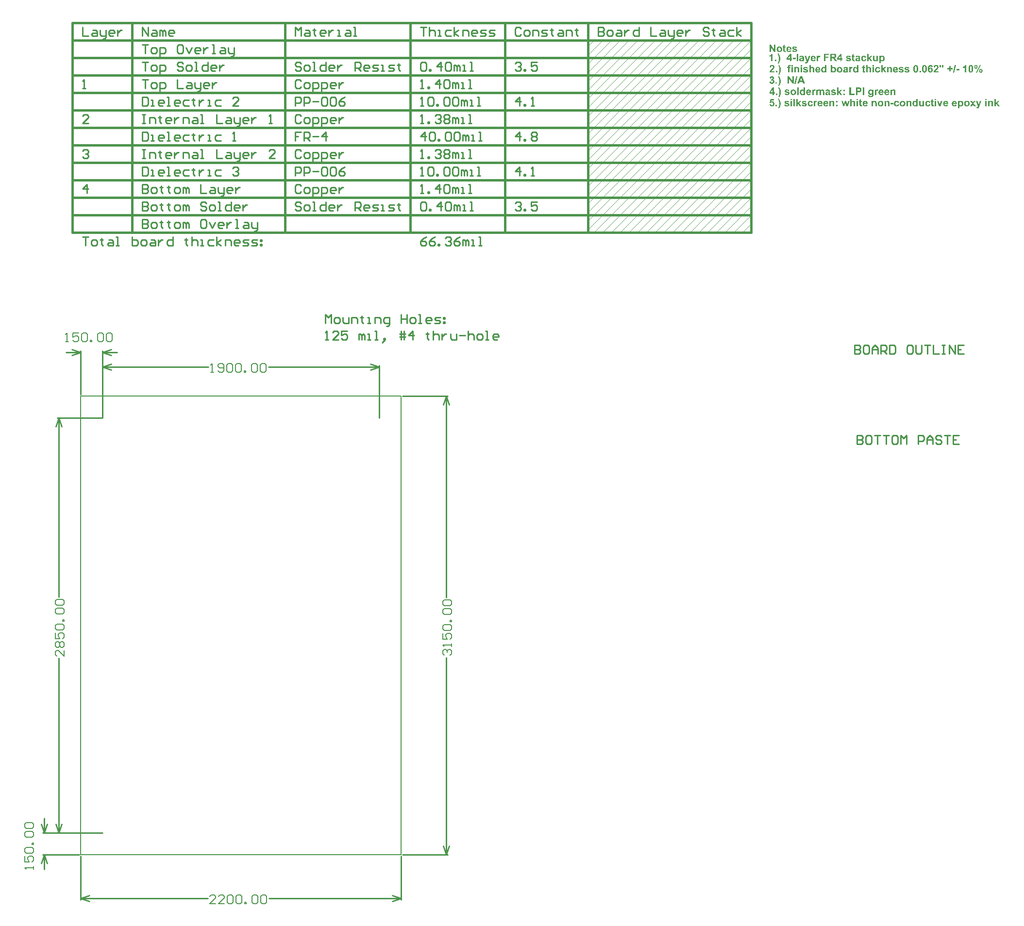
<source format=gbp>
G04*
G04 #@! TF.GenerationSoftware,Altium Limited,Altium Designer,19.1.9 (167)*
G04*
G04 Layer_Color=128*
%FSLAX25Y25*%
%MOIN*%
G70*
G01*
G75*
%ADD11C,0.00500*%
%ADD14C,0.01000*%
%ADD15C,0.01500*%
%ADD16C,0.00100*%
%ADD17C,0.00600*%
G36*
X490427Y555050D02*
X490501Y555043D01*
X490582Y555035D01*
X490671Y555028D01*
X490856Y554998D01*
X491041Y554954D01*
X491219Y554887D01*
X491300Y554850D01*
X491374Y554806D01*
X491382D01*
X491389Y554791D01*
X491433Y554762D01*
X491500Y554702D01*
X491574Y554621D01*
X491663Y554525D01*
X491744Y554399D01*
X491826Y554251D01*
X491885Y554081D01*
X490960Y553911D01*
Y553918D01*
X490945Y553948D01*
X490930Y553985D01*
X490908Y554029D01*
X490878Y554088D01*
X490834Y554140D01*
X490790Y554192D01*
X490730Y554236D01*
X490723Y554244D01*
X490701Y554258D01*
X490664Y554273D01*
X490612Y554295D01*
X490545Y554318D01*
X490464Y554340D01*
X490368Y554347D01*
X490257Y554355D01*
X490190D01*
X490124Y554347D01*
X490042Y554340D01*
X489946Y554325D01*
X489857Y554310D01*
X489776Y554281D01*
X489702Y554244D01*
X489694D01*
X489687Y554229D01*
X489650Y554192D01*
X489606Y554125D01*
X489598Y554088D01*
X489591Y554044D01*
Y554036D01*
Y554029D01*
X489606Y553985D01*
X489635Y553925D01*
X489657Y553896D01*
X489687Y553866D01*
X489694Y553859D01*
X489724Y553851D01*
X489739Y553837D01*
X489768Y553829D01*
X489805Y553814D01*
X489850Y553792D01*
X489909Y553777D01*
X489968Y553755D01*
X490042Y553733D01*
X490131Y553711D01*
X490227Y553681D01*
X490338Y553652D01*
X490464Y553622D01*
X490605Y553585D01*
X490612D01*
X490642Y553578D01*
X490679Y553570D01*
X490730Y553555D01*
X490797Y553533D01*
X490871Y553518D01*
X491034Y553467D01*
X491219Y553400D01*
X491396Y553326D01*
X491485Y553282D01*
X491567Y553245D01*
X491633Y553193D01*
X491700Y553148D01*
X491715Y553134D01*
X491752Y553104D01*
X491796Y553045D01*
X491855Y552963D01*
X491914Y552860D01*
X491959Y552734D01*
X491996Y552586D01*
X492011Y552423D01*
Y552416D01*
Y552401D01*
Y552371D01*
X492003Y552334D01*
X491996Y552297D01*
X491988Y552246D01*
X491959Y552120D01*
X491907Y551987D01*
X491870Y551913D01*
X491833Y551839D01*
X491781Y551765D01*
X491722Y551691D01*
X491655Y551617D01*
X491581Y551543D01*
X491574Y551535D01*
X491559Y551528D01*
X491537Y551513D01*
X491500Y551483D01*
X491456Y551461D01*
X491404Y551432D01*
X491337Y551395D01*
X491263Y551365D01*
X491182Y551328D01*
X491086Y551298D01*
X490982Y551261D01*
X490871Y551239D01*
X490745Y551217D01*
X490612Y551195D01*
X490471Y551187D01*
X490323Y551180D01*
X490249D01*
X490198Y551187D01*
X490131D01*
X490057Y551195D01*
X489976Y551202D01*
X489887Y551217D01*
X489694Y551254D01*
X489495Y551306D01*
X489295Y551380D01*
X489206Y551432D01*
X489117Y551483D01*
X489110Y551491D01*
X489095Y551498D01*
X489073Y551513D01*
X489051Y551543D01*
X488969Y551609D01*
X488880Y551705D01*
X488784Y551824D01*
X488695Y551964D01*
X488614Y552135D01*
X488547Y552320D01*
X489532Y552468D01*
Y552453D01*
X489546Y552423D01*
X489561Y552371D01*
X489583Y552305D01*
X489620Y552231D01*
X489665Y552164D01*
X489717Y552090D01*
X489783Y552031D01*
X489791Y552024D01*
X489820Y552009D01*
X489865Y551987D01*
X489924Y551964D01*
X489998Y551935D01*
X490094Y551913D01*
X490198Y551898D01*
X490323Y551890D01*
X490383D01*
X490457Y551898D01*
X490538Y551905D01*
X490627Y551920D01*
X490723Y551950D01*
X490812Y551979D01*
X490893Y552024D01*
X490901Y552031D01*
X490915Y552046D01*
X490938Y552068D01*
X490960Y552098D01*
X490982Y552135D01*
X491004Y552179D01*
X491019Y552231D01*
X491026Y552290D01*
Y552297D01*
Y552312D01*
X491019Y552357D01*
X490997Y552416D01*
X490952Y552475D01*
X490938Y552490D01*
X490915Y552497D01*
X490886Y552519D01*
X490841Y552534D01*
X490782Y552556D01*
X490716Y552579D01*
X490627Y552601D01*
X490612D01*
X490575Y552616D01*
X490516Y552630D01*
X490434Y552645D01*
X490338Y552667D01*
X490235Y552697D01*
X490116Y552727D01*
X489990Y552764D01*
X489731Y552838D01*
X489606Y552875D01*
X489487Y552919D01*
X489376Y552956D01*
X489273Y553000D01*
X489184Y553045D01*
X489117Y553082D01*
X489110Y553089D01*
X489095Y553097D01*
X489080Y553111D01*
X489051Y553141D01*
X488977Y553208D01*
X488903Y553304D01*
X488821Y553422D01*
X488747Y553563D01*
X488718Y553644D01*
X488703Y553733D01*
X488688Y553822D01*
X488681Y553918D01*
Y553925D01*
Y553940D01*
Y553962D01*
X488688Y553999D01*
X488695Y554036D01*
X488703Y554088D01*
X488725Y554199D01*
X488769Y554325D01*
X488843Y554458D01*
X488880Y554532D01*
X488932Y554599D01*
X488991Y554665D01*
X489058Y554725D01*
X489065Y554732D01*
X489073Y554739D01*
X489095Y554754D01*
X489132Y554776D01*
X489169Y554799D01*
X489221Y554828D01*
X489280Y554858D01*
X489347Y554895D01*
X489428Y554924D01*
X489517Y554954D01*
X489613Y554984D01*
X489717Y555006D01*
X489835Y555028D01*
X489961Y555043D01*
X490094Y555058D01*
X490368D01*
X490427Y555050D01*
D02*
G37*
G36*
X477070Y551261D02*
X476034D01*
X473955Y554636D01*
Y551261D01*
X473000D01*
Y556382D01*
X473999D01*
X476115Y552934D01*
Y556382D01*
X477070D01*
Y551261D01*
D02*
G37*
G36*
X486461Y555050D02*
X486527Y555043D01*
X486609Y555028D01*
X486697Y555013D01*
X486794Y554991D01*
X486897Y554961D01*
X487001Y554924D01*
X487112Y554880D01*
X487223Y554821D01*
X487326Y554762D01*
X487430Y554688D01*
X487534Y554599D01*
X487622Y554503D01*
X487630Y554495D01*
X487645Y554480D01*
X487667Y554443D01*
X487696Y554399D01*
X487733Y554340D01*
X487770Y554273D01*
X487815Y554184D01*
X487859Y554088D01*
X487904Y553977D01*
X487948Y553851D01*
X487985Y553718D01*
X488022Y553563D01*
X488052Y553400D01*
X488074Y553222D01*
X488089Y553037D01*
Y552830D01*
X485632D01*
Y552823D01*
Y552808D01*
Y552786D01*
X485639Y552756D01*
X485647Y552682D01*
X485661Y552579D01*
X485691Y552475D01*
X485735Y552357D01*
X485787Y552246D01*
X485861Y552149D01*
X485869Y552142D01*
X485906Y552112D01*
X485950Y552075D01*
X486017Y552031D01*
X486098Y551987D01*
X486202Y551950D01*
X486313Y551920D01*
X486431Y551913D01*
X486468D01*
X486512Y551920D01*
X486564Y551927D01*
X486623Y551942D01*
X486690Y551964D01*
X486757Y551994D01*
X486816Y552038D01*
X486823Y552046D01*
X486845Y552061D01*
X486875Y552090D01*
X486905Y552135D01*
X486949Y552194D01*
X486986Y552260D01*
X487023Y552349D01*
X487060Y552445D01*
X488037Y552283D01*
Y552275D01*
X488029Y552260D01*
X488015Y552231D01*
X488000Y552194D01*
X487978Y552149D01*
X487955Y552098D01*
X487889Y551979D01*
X487807Y551846D01*
X487704Y551705D01*
X487578Y551580D01*
X487437Y551461D01*
X487430D01*
X487423Y551446D01*
X487393Y551439D01*
X487363Y551417D01*
X487326Y551395D01*
X487275Y551372D01*
X487223Y551350D01*
X487156Y551321D01*
X487008Y551269D01*
X486838Y551224D01*
X486638Y551195D01*
X486424Y551180D01*
X486379D01*
X486335Y551187D01*
X486268D01*
X486187Y551202D01*
X486091Y551217D01*
X485987Y551232D01*
X485883Y551261D01*
X485765Y551291D01*
X485647Y551335D01*
X485528Y551387D01*
X485410Y551446D01*
X485291Y551520D01*
X485180Y551602D01*
X485084Y551698D01*
X484988Y551809D01*
X484981Y551816D01*
X484973Y551831D01*
X484958Y551861D01*
X484929Y551898D01*
X484907Y551950D01*
X484877Y552009D01*
X484840Y552075D01*
X484810Y552157D01*
X484773Y552246D01*
X484744Y552342D01*
X484707Y552445D01*
X484685Y552564D01*
X484662Y552682D01*
X484640Y552808D01*
X484633Y552949D01*
X484625Y553089D01*
Y553097D01*
Y553126D01*
Y553178D01*
X484633Y553245D01*
X484640Y553319D01*
X484648Y553407D01*
X484662Y553504D01*
X484685Y553615D01*
X484744Y553844D01*
X484781Y553962D01*
X484825Y554088D01*
X484884Y554207D01*
X484951Y554318D01*
X485025Y554429D01*
X485106Y554532D01*
X485114Y554540D01*
X485129Y554554D01*
X485158Y554584D01*
X485195Y554614D01*
X485240Y554651D01*
X485299Y554695D01*
X485365Y554747D01*
X485439Y554799D01*
X485521Y554843D01*
X485617Y554895D01*
X485713Y554939D01*
X485824Y554976D01*
X485935Y555006D01*
X486061Y555035D01*
X486187Y555050D01*
X486320Y555058D01*
X486401D01*
X486461Y555050D01*
D02*
G37*
G36*
X483560Y554976D02*
X484233D01*
Y554192D01*
X483560D01*
Y552690D01*
Y552682D01*
Y552667D01*
Y552645D01*
Y552616D01*
Y552542D01*
Y552453D01*
X483567Y552364D01*
Y552275D01*
Y552209D01*
X483575Y552179D01*
Y552164D01*
X483582Y552149D01*
X483597Y552120D01*
X483619Y552083D01*
X483663Y552038D01*
X483678Y552031D01*
X483708Y552016D01*
X483760Y552001D01*
X483826Y551994D01*
X483856D01*
X483885Y552001D01*
X483930Y552009D01*
X483989Y552016D01*
X484056Y552031D01*
X484137Y552053D01*
X484226Y552083D01*
X484315Y551321D01*
X484307D01*
X484300Y551313D01*
X484255Y551298D01*
X484181Y551276D01*
X484085Y551254D01*
X483974Y551224D01*
X483841Y551202D01*
X483693Y551187D01*
X483538Y551180D01*
X483493D01*
X483441Y551187D01*
X483375Y551195D01*
X483301Y551202D01*
X483219Y551217D01*
X483138Y551239D01*
X483057Y551269D01*
X483049Y551276D01*
X483020Y551284D01*
X482983Y551306D01*
X482938Y551328D01*
X482835Y551402D01*
X482783Y551446D01*
X482738Y551498D01*
X482731Y551506D01*
X482724Y551528D01*
X482709Y551557D01*
X482687Y551602D01*
X482664Y551654D01*
X482642Y551720D01*
X482620Y551794D01*
X482605Y551876D01*
Y551883D01*
X482598Y551913D01*
Y551957D01*
X482590Y552031D01*
X482583Y552127D01*
Y552246D01*
X482576Y552312D01*
Y552394D01*
Y552475D01*
Y552571D01*
Y554192D01*
X482124D01*
Y554976D01*
X482576D01*
Y555716D01*
X483560Y556293D01*
Y554976D01*
D02*
G37*
G36*
X479978Y555050D02*
X480052Y555043D01*
X480134Y555028D01*
X480230Y555013D01*
X480326Y554991D01*
X480437Y554961D01*
X480548Y554924D01*
X480659Y554880D01*
X480777Y554828D01*
X480896Y554762D01*
X481007Y554688D01*
X481118Y554606D01*
X481221Y554510D01*
X481229Y554503D01*
X481244Y554488D01*
X481273Y554451D01*
X481303Y554414D01*
X481347Y554355D01*
X481392Y554295D01*
X481443Y554214D01*
X481495Y554133D01*
X481540Y554036D01*
X481591Y553933D01*
X481636Y553814D01*
X481680Y553696D01*
X481710Y553563D01*
X481739Y553430D01*
X481754Y553282D01*
X481762Y553126D01*
Y553119D01*
Y553089D01*
Y553045D01*
X481754Y552986D01*
X481747Y552912D01*
X481732Y552830D01*
X481717Y552734D01*
X481695Y552638D01*
X481665Y552527D01*
X481628Y552416D01*
X481584Y552297D01*
X481532Y552179D01*
X481466Y552061D01*
X481392Y551950D01*
X481310Y551839D01*
X481214Y551728D01*
X481207Y551720D01*
X481192Y551705D01*
X481162Y551676D01*
X481118Y551639D01*
X481066Y551602D01*
X480999Y551557D01*
X480925Y551506D01*
X480844Y551454D01*
X480748Y551402D01*
X480644Y551350D01*
X480533Y551306D01*
X480407Y551269D01*
X480282Y551232D01*
X480141Y551202D01*
X480000Y551187D01*
X479845Y551180D01*
X479793D01*
X479756Y551187D01*
X479712D01*
X479660Y551195D01*
X479534Y551210D01*
X479379Y551239D01*
X479216Y551276D01*
X479046Y551335D01*
X478868Y551409D01*
X478861D01*
X478846Y551417D01*
X478824Y551432D01*
X478794Y551454D01*
X478713Y551506D01*
X478609Y551580D01*
X478498Y551676D01*
X478380Y551794D01*
X478269Y551927D01*
X478165Y552083D01*
Y552090D01*
X478158Y552105D01*
X478143Y552127D01*
X478128Y552164D01*
X478113Y552209D01*
X478091Y552260D01*
X478069Y552320D01*
X478047Y552386D01*
X478025Y552460D01*
X478002Y552542D01*
X477965Y552727D01*
X477936Y552941D01*
X477928Y553171D01*
Y553178D01*
Y553193D01*
Y553222D01*
X477936Y553252D01*
Y553296D01*
X477943Y553348D01*
X477958Y553474D01*
X477988Y553615D01*
X478032Y553770D01*
X478084Y553940D01*
X478165Y554110D01*
Y554118D01*
X478180Y554133D01*
X478187Y554155D01*
X478210Y554184D01*
X478269Y554266D01*
X478343Y554369D01*
X478439Y554480D01*
X478557Y554599D01*
X478691Y554710D01*
X478846Y554813D01*
X478853D01*
X478868Y554821D01*
X478890Y554836D01*
X478927Y554850D01*
X478964Y554873D01*
X479016Y554887D01*
X479075Y554910D01*
X479135Y554939D01*
X479283Y554984D01*
X479453Y555021D01*
X479638Y555050D01*
X479838Y555058D01*
X479919D01*
X479978Y555050D01*
D02*
G37*
G36*
X507417Y548735D02*
X507499Y548720D01*
X507602Y548698D01*
X507713Y548661D01*
X507824Y548617D01*
X507943Y548550D01*
X507632Y547699D01*
X507625Y547706D01*
X507588Y547721D01*
X507543Y547751D01*
X507484Y547780D01*
X507410Y547810D01*
X507336Y547840D01*
X507255Y547854D01*
X507173Y547862D01*
X507144D01*
X507099Y547854D01*
X507055Y547847D01*
X507003Y547832D01*
X506944Y547810D01*
X506885Y547780D01*
X506825Y547743D01*
X506818Y547736D01*
X506803Y547721D01*
X506774Y547692D01*
X506744Y547647D01*
X506707Y547595D01*
X506670Y547521D01*
X506633Y547433D01*
X506603Y547329D01*
Y547314D01*
X506596Y547292D01*
X506589Y547270D01*
Y547233D01*
X506581Y547188D01*
X506574Y547129D01*
X506566Y547063D01*
X506559Y546989D01*
X506552Y546892D01*
X506544Y546796D01*
Y546678D01*
X506537Y546552D01*
X506529Y546411D01*
Y546256D01*
Y546086D01*
Y544946D01*
X505545D01*
Y548661D01*
X506455D01*
Y548136D01*
X506463Y548143D01*
X506492Y548187D01*
X506537Y548254D01*
X506596Y548335D01*
X506655Y548417D01*
X506729Y548498D01*
X506796Y548572D01*
X506870Y548624D01*
X506877Y548631D01*
X506899Y548646D01*
X506944Y548661D01*
X506996Y548683D01*
X507055Y548705D01*
X507129Y548728D01*
X507203Y548735D01*
X507292Y548742D01*
X507351D01*
X507417Y548735D01*
D02*
G37*
G36*
X550707D02*
X550759Y548728D01*
X550826Y548713D01*
X550900Y548698D01*
X550974Y548676D01*
X551063Y548654D01*
X551144Y548617D01*
X551240Y548580D01*
X551329Y548528D01*
X551425Y548469D01*
X551514Y548402D01*
X551603Y548321D01*
X551692Y548232D01*
X551699Y548224D01*
X551714Y548210D01*
X551736Y548180D01*
X551766Y548136D01*
X551795Y548091D01*
X551832Y548025D01*
X551877Y547951D01*
X551921Y547869D01*
X551958Y547773D01*
X552002Y547669D01*
X552039Y547551D01*
X552076Y547425D01*
X552099Y547285D01*
X552121Y547144D01*
X552136Y546981D01*
X552143Y546818D01*
Y546811D01*
Y546781D01*
Y546730D01*
X552136Y546663D01*
X552128Y546589D01*
X552121Y546500D01*
X552106Y546397D01*
X552084Y546293D01*
X552032Y546056D01*
X551995Y545938D01*
X551951Y545819D01*
X551899Y545701D01*
X551832Y545590D01*
X551766Y545479D01*
X551684Y545375D01*
X551677Y545368D01*
X551662Y545353D01*
X551640Y545331D01*
X551603Y545294D01*
X551558Y545257D01*
X551507Y545213D01*
X551447Y545168D01*
X551381Y545124D01*
X551299Y545072D01*
X551218Y545028D01*
X551033Y544946D01*
X550929Y544909D01*
X550818Y544887D01*
X550707Y544872D01*
X550589Y544865D01*
X550537D01*
X550478Y544872D01*
X550404Y544880D01*
X550315Y544894D01*
X550219Y544917D01*
X550123Y544946D01*
X550027Y544983D01*
X550019Y544991D01*
X549982Y545005D01*
X549938Y545042D01*
X549871Y545087D01*
X549790Y545139D01*
X549708Y545213D01*
X549612Y545301D01*
X549509Y545405D01*
Y543525D01*
X548524D01*
Y548661D01*
X549442D01*
Y548113D01*
X549449Y548128D01*
X549472Y548158D01*
X549516Y548210D01*
X549568Y548276D01*
X549634Y548350D01*
X549723Y548424D01*
X549812Y548498D01*
X549923Y548565D01*
X549938Y548572D01*
X549975Y548594D01*
X550041Y548624D01*
X550123Y548654D01*
X550219Y548683D01*
X550337Y548713D01*
X550463Y548735D01*
X550596Y548742D01*
X550656D01*
X550707Y548735D01*
D02*
G37*
G36*
X527405D02*
X527479Y548728D01*
X527560Y548720D01*
X527649Y548713D01*
X527834Y548683D01*
X528019Y548639D01*
X528197Y548572D01*
X528278Y548535D01*
X528352Y548491D01*
X528359D01*
X528367Y548476D01*
X528411Y548446D01*
X528478Y548387D01*
X528552Y548306D01*
X528641Y548210D01*
X528722Y548084D01*
X528803Y547936D01*
X528863Y547766D01*
X527938Y547595D01*
Y547603D01*
X527923Y547632D01*
X527908Y547669D01*
X527886Y547714D01*
X527856Y547773D01*
X527812Y547825D01*
X527767Y547877D01*
X527708Y547921D01*
X527701Y547928D01*
X527679Y547943D01*
X527642Y547958D01*
X527590Y547980D01*
X527523Y548002D01*
X527442Y548025D01*
X527346Y548032D01*
X527235Y548039D01*
X527168D01*
X527101Y548032D01*
X527020Y548025D01*
X526924Y548010D01*
X526835Y547995D01*
X526754Y547965D01*
X526680Y547928D01*
X526672D01*
X526665Y547914D01*
X526628Y547877D01*
X526583Y547810D01*
X526576Y547773D01*
X526569Y547729D01*
Y547721D01*
Y547714D01*
X526583Y547669D01*
X526613Y547610D01*
X526635Y547581D01*
X526665Y547551D01*
X526672Y547544D01*
X526702Y547536D01*
X526717Y547521D01*
X526746Y547514D01*
X526783Y547499D01*
X526828Y547477D01*
X526887Y547462D01*
X526946Y547440D01*
X527020Y547418D01*
X527109Y547396D01*
X527205Y547366D01*
X527316Y547336D01*
X527442Y547307D01*
X527582Y547270D01*
X527590D01*
X527619Y547262D01*
X527656Y547255D01*
X527708Y547240D01*
X527775Y547218D01*
X527849Y547203D01*
X528012Y547151D01*
X528197Y547085D01*
X528374Y547011D01*
X528463Y546966D01*
X528544Y546929D01*
X528611Y546878D01*
X528678Y546833D01*
X528692Y546818D01*
X528729Y546789D01*
X528774Y546730D01*
X528833Y546648D01*
X528892Y546545D01*
X528937Y546419D01*
X528974Y546271D01*
X528988Y546108D01*
Y546101D01*
Y546086D01*
Y546056D01*
X528981Y546019D01*
X528974Y545982D01*
X528966Y545930D01*
X528937Y545805D01*
X528885Y545671D01*
X528848Y545597D01*
X528811Y545523D01*
X528759Y545449D01*
X528700Y545375D01*
X528633Y545301D01*
X528559Y545227D01*
X528552Y545220D01*
X528537Y545213D01*
X528515Y545198D01*
X528478Y545168D01*
X528433Y545146D01*
X528382Y545116D01*
X528315Y545079D01*
X528241Y545050D01*
X528160Y545013D01*
X528063Y544983D01*
X527960Y544946D01*
X527849Y544924D01*
X527723Y544902D01*
X527590Y544880D01*
X527449Y544872D01*
X527301Y544865D01*
X527227D01*
X527175Y544872D01*
X527109D01*
X527035Y544880D01*
X526953Y544887D01*
X526865Y544902D01*
X526672Y544939D01*
X526472Y544991D01*
X526273Y545065D01*
X526184Y545116D01*
X526095Y545168D01*
X526088Y545176D01*
X526073Y545183D01*
X526051Y545198D01*
X526028Y545227D01*
X525947Y545294D01*
X525858Y545390D01*
X525762Y545509D01*
X525673Y545649D01*
X525592Y545819D01*
X525525Y546004D01*
X526509Y546152D01*
Y546138D01*
X526524Y546108D01*
X526539Y546056D01*
X526561Y545990D01*
X526598Y545916D01*
X526643Y545849D01*
X526694Y545775D01*
X526761Y545716D01*
X526768Y545708D01*
X526798Y545694D01*
X526842Y545671D01*
X526902Y545649D01*
X526976Y545620D01*
X527072Y545597D01*
X527175Y545583D01*
X527301Y545575D01*
X527360D01*
X527434Y545583D01*
X527516Y545590D01*
X527605Y545605D01*
X527701Y545634D01*
X527790Y545664D01*
X527871Y545708D01*
X527878Y545716D01*
X527893Y545731D01*
X527915Y545753D01*
X527938Y545782D01*
X527960Y545819D01*
X527982Y545864D01*
X527997Y545916D01*
X528004Y545975D01*
Y545982D01*
Y545997D01*
X527997Y546041D01*
X527975Y546101D01*
X527930Y546160D01*
X527915Y546175D01*
X527893Y546182D01*
X527864Y546204D01*
X527819Y546219D01*
X527760Y546241D01*
X527693Y546263D01*
X527605Y546286D01*
X527590D01*
X527553Y546300D01*
X527494Y546315D01*
X527412Y546330D01*
X527316Y546352D01*
X527212Y546382D01*
X527094Y546411D01*
X526968Y546448D01*
X526709Y546522D01*
X526583Y546559D01*
X526465Y546604D01*
X526354Y546641D01*
X526250Y546685D01*
X526162Y546730D01*
X526095Y546767D01*
X526088Y546774D01*
X526073Y546781D01*
X526058Y546796D01*
X526028Y546826D01*
X525954Y546892D01*
X525880Y546989D01*
X525799Y547107D01*
X525725Y547248D01*
X525695Y547329D01*
X525681Y547418D01*
X525666Y547507D01*
X525658Y547603D01*
Y547610D01*
Y547625D01*
Y547647D01*
X525666Y547684D01*
X525673Y547721D01*
X525681Y547773D01*
X525703Y547884D01*
X525747Y548010D01*
X525821Y548143D01*
X525858Y548217D01*
X525910Y548284D01*
X525969Y548350D01*
X526036Y548409D01*
X526043Y548417D01*
X526051Y548424D01*
X526073Y548439D01*
X526110Y548461D01*
X526147Y548483D01*
X526199Y548513D01*
X526258Y548543D01*
X526324Y548580D01*
X526406Y548609D01*
X526495Y548639D01*
X526591Y548668D01*
X526694Y548691D01*
X526813Y548713D01*
X526939Y548728D01*
X527072Y548742D01*
X527346D01*
X527405Y548735D01*
D02*
G37*
G36*
X537898D02*
X537957D01*
X538024Y548728D01*
X538098Y548720D01*
X538179Y548705D01*
X538349Y548668D01*
X538527Y548617D01*
X538705Y548543D01*
X538867Y548446D01*
X538875D01*
X538882Y548432D01*
X538904Y548417D01*
X538934Y548395D01*
X539001Y548328D01*
X539089Y548232D01*
X539186Y548106D01*
X539282Y547958D01*
X539371Y547780D01*
X539445Y547573D01*
X538475Y547396D01*
Y547410D01*
X538468Y547440D01*
X538453Y547492D01*
X538431Y547558D01*
X538394Y547625D01*
X538357Y547699D01*
X538305Y547766D01*
X538246Y547825D01*
X538238Y547832D01*
X538216Y547847D01*
X538179Y547869D01*
X538127Y547899D01*
X538061Y547928D01*
X537987Y547951D01*
X537898Y547965D01*
X537802Y547973D01*
X537787D01*
X537743Y547965D01*
X537676Y547958D01*
X537587Y547943D01*
X537498Y547906D01*
X537402Y547862D01*
X537306Y547803D01*
X537217Y547714D01*
X537210Y547699D01*
X537188Y547662D01*
X537151Y547603D01*
X537114Y547514D01*
X537069Y547396D01*
X537054Y547329D01*
X537040Y547255D01*
X537025Y547166D01*
X537010Y547077D01*
X537003Y546974D01*
Y546870D01*
Y546863D01*
Y546841D01*
Y546804D01*
X537010Y546759D01*
Y546707D01*
X537017Y546648D01*
X537032Y546500D01*
X537054Y546345D01*
X537099Y546189D01*
X537151Y546049D01*
X537188Y545990D01*
X537225Y545930D01*
X537232Y545916D01*
X537269Y545886D01*
X537313Y545849D01*
X537380Y545797D01*
X537469Y545745D01*
X537565Y545708D01*
X537683Y545679D01*
X537817Y545664D01*
X537861D01*
X537913Y545671D01*
X537979Y545686D01*
X538053Y545701D01*
X538127Y545731D01*
X538201Y545768D01*
X538275Y545819D01*
X538283Y545827D01*
X538305Y545849D01*
X538335Y545886D01*
X538379Y545945D01*
X538423Y546019D01*
X538460Y546115D01*
X538505Y546234D01*
X538534Y546367D01*
X539496Y546204D01*
Y546197D01*
X539489Y546175D01*
X539482Y546138D01*
X539467Y546093D01*
X539445Y546041D01*
X539422Y545975D01*
X539363Y545827D01*
X539289Y545664D01*
X539186Y545501D01*
X539060Y545338D01*
X538986Y545264D01*
X538912Y545198D01*
X538904D01*
X538890Y545183D01*
X538867Y545168D01*
X538838Y545146D01*
X538793Y545124D01*
X538742Y545094D01*
X538682Y545065D01*
X538608Y545035D01*
X538534Y544998D01*
X538446Y544968D01*
X538357Y544939D01*
X538253Y544917D01*
X538142Y544894D01*
X538024Y544880D01*
X537905Y544872D01*
X537772Y544865D01*
X537691D01*
X537639Y544872D01*
X537572Y544880D01*
X537491Y544894D01*
X537402Y544909D01*
X537306Y544931D01*
X537202Y544954D01*
X537099Y544991D01*
X536988Y545028D01*
X536884Y545079D01*
X536773Y545139D01*
X536670Y545205D01*
X536573Y545287D01*
X536477Y545375D01*
X536470Y545383D01*
X536455Y545398D01*
X536433Y545427D01*
X536403Y545472D01*
X536366Y545523D01*
X536322Y545583D01*
X536285Y545657D01*
X536240Y545745D01*
X536189Y545842D01*
X536152Y545945D01*
X536107Y546064D01*
X536070Y546189D01*
X536041Y546330D01*
X536018Y546471D01*
X536004Y546633D01*
X535996Y546796D01*
Y546804D01*
Y546833D01*
Y546885D01*
X536004Y546944D01*
X536011Y547026D01*
X536018Y547114D01*
X536033Y547211D01*
X536055Y547322D01*
X536115Y547551D01*
X536152Y547669D01*
X536196Y547788D01*
X536255Y547906D01*
X536322Y548017D01*
X536396Y548121D01*
X536477Y548224D01*
X536485Y548232D01*
X536499Y548247D01*
X536529Y548269D01*
X536566Y548306D01*
X536618Y548343D01*
X536677Y548387D01*
X536744Y548439D01*
X536825Y548483D01*
X536914Y548535D01*
X537010Y548580D01*
X537121Y548624D01*
X537239Y548661D01*
X537358Y548698D01*
X537498Y548720D01*
X537639Y548735D01*
X537787Y548742D01*
X537854D01*
X537898Y548735D01*
D02*
G37*
G36*
X491086Y546315D02*
X489154D01*
Y547299D01*
X491086D01*
Y546315D01*
D02*
G37*
G36*
X499662Y545079D02*
X499425Y544443D01*
X499418Y544428D01*
X499403Y544391D01*
X499374Y544332D01*
X499344Y544258D01*
X499307Y544177D01*
X499263Y544095D01*
X499218Y544021D01*
X499174Y543947D01*
X499166Y543940D01*
X499152Y543918D01*
X499129Y543888D01*
X499100Y543844D01*
X499018Y543755D01*
X498907Y543666D01*
X498900Y543659D01*
X498878Y543651D01*
X498848Y543629D01*
X498804Y543607D01*
X498752Y543585D01*
X498693Y543555D01*
X498619Y543525D01*
X498537Y543503D01*
X498530D01*
X498500Y543496D01*
X498456Y543481D01*
X498389Y543474D01*
X498315Y543459D01*
X498234Y543444D01*
X498138Y543437D01*
X497990D01*
X497931Y543444D01*
X497864D01*
X497775Y543451D01*
X497686Y543466D01*
X497487Y543503D01*
X497398Y544273D01*
X497405D01*
X497435Y544265D01*
X497479Y544258D01*
X497538Y544251D01*
X497598Y544236D01*
X497672Y544228D01*
X497812Y544221D01*
X497871D01*
X497931Y544236D01*
X498005Y544251D01*
X498086Y544273D01*
X498167Y544310D01*
X498249Y544362D01*
X498315Y544428D01*
X498323Y544436D01*
X498345Y544465D01*
X498375Y544510D01*
X498412Y544569D01*
X498449Y544643D01*
X498493Y544732D01*
X498530Y544828D01*
X498567Y544939D01*
X497161Y548661D01*
X498204D01*
X499085Y546019D01*
X499958Y548661D01*
X500972D01*
X499662Y545079D01*
D02*
G37*
G36*
X547540Y544946D02*
X546630D01*
Y545501D01*
X546623Y545486D01*
X546593Y545449D01*
X546549Y545398D01*
X546482Y545331D01*
X546408Y545250D01*
X546312Y545176D01*
X546208Y545094D01*
X546090Y545028D01*
X546075Y545020D01*
X546031Y545005D01*
X545964Y544976D01*
X545875Y544946D01*
X545772Y544917D01*
X545653Y544887D01*
X545527Y544872D01*
X545394Y544865D01*
X545328D01*
X545261Y544872D01*
X545172Y544887D01*
X545061Y544902D01*
X544950Y544931D01*
X544832Y544976D01*
X544721Y545028D01*
X544706Y545035D01*
X544676Y545057D01*
X544617Y545094D01*
X544558Y545146D01*
X544484Y545213D01*
X544417Y545287D01*
X544351Y545383D01*
X544292Y545486D01*
X544284Y545501D01*
X544269Y545538D01*
X544247Y545605D01*
X544225Y545701D01*
X544203Y545819D01*
X544181Y545960D01*
X544166Y546123D01*
X544158Y546308D01*
Y548661D01*
X545143D01*
Y546952D01*
Y546944D01*
Y546915D01*
Y546878D01*
Y546826D01*
Y546767D01*
Y546700D01*
X545150Y546545D01*
X545157Y546374D01*
X545165Y546219D01*
X545172Y546152D01*
X545180Y546086D01*
X545187Y546034D01*
X545194Y545997D01*
Y545990D01*
X545202Y545967D01*
X545217Y545938D01*
X545239Y545893D01*
X545261Y545849D01*
X545298Y545805D01*
X545335Y545760D01*
X545387Y545716D01*
X545394Y545708D01*
X545416Y545701D01*
X545446Y545686D01*
X545490Y545671D01*
X545542Y545649D01*
X545609Y545634D01*
X545675Y545627D01*
X545757Y545620D01*
X545801D01*
X545846Y545627D01*
X545905Y545634D01*
X545979Y545649D01*
X546053Y545679D01*
X546134Y545708D01*
X546208Y545753D01*
X546216Y545760D01*
X546238Y545775D01*
X546275Y545805D01*
X546319Y545849D01*
X546364Y545901D01*
X546408Y545953D01*
X546452Y546019D01*
X546482Y546093D01*
Y546101D01*
X546497Y546138D01*
Y546167D01*
X546504Y546204D01*
X546512Y546241D01*
X546519Y546293D01*
X546526Y546360D01*
X546534Y546426D01*
X546541Y546508D01*
Y546604D01*
X546549Y546707D01*
X546556Y546826D01*
Y546952D01*
Y547092D01*
Y548661D01*
X547540D01*
Y544946D01*
D02*
G37*
G36*
X541147Y547351D02*
X542294Y548661D01*
X543500D01*
X542227Y547299D01*
X543589Y544946D01*
X542530D01*
X541591Y546611D01*
X541147Y546130D01*
Y544946D01*
X540162D01*
Y550067D01*
X541147D01*
Y547351D01*
D02*
G37*
G36*
X533843Y548735D02*
X533902D01*
X534050Y548720D01*
X534205Y548705D01*
X534368Y548676D01*
X534524Y548631D01*
X534590Y548609D01*
X534657Y548580D01*
X534664D01*
X534672Y548572D01*
X534709Y548550D01*
X534768Y548520D01*
X534834Y548476D01*
X534916Y548417D01*
X534990Y548350D01*
X535056Y548269D01*
X535116Y548187D01*
X535123Y548173D01*
X535138Y548143D01*
X535160Y548076D01*
X535167Y548039D01*
X535182Y547988D01*
X535197Y547936D01*
X535204Y547869D01*
X535219Y547795D01*
X535227Y547714D01*
X535234Y547625D01*
X535241Y547529D01*
X535249Y547425D01*
Y547307D01*
X535234Y546160D01*
Y546152D01*
Y546138D01*
Y546115D01*
Y546078D01*
Y545990D01*
X535241Y545886D01*
Y545768D01*
X535256Y545649D01*
X535264Y545531D01*
X535278Y545435D01*
Y545427D01*
X535286Y545398D01*
X535301Y545346D01*
X535315Y545287D01*
X535345Y545213D01*
X535375Y545131D01*
X535412Y545042D01*
X535456Y544946D01*
X534487D01*
Y544954D01*
X534479Y544961D01*
X534472Y544991D01*
X534457Y545020D01*
X534442Y545057D01*
X534427Y545109D01*
X534413Y545168D01*
X534390Y545235D01*
Y545242D01*
X534383Y545250D01*
X534376Y545279D01*
X534361Y545316D01*
X534353Y545346D01*
X534339Y545338D01*
X534309Y545309D01*
X534257Y545264D01*
X534191Y545213D01*
X534109Y545153D01*
X534020Y545087D01*
X533917Y545035D01*
X533813Y544983D01*
X533798Y544976D01*
X533761Y544968D01*
X533702Y544946D01*
X533628Y544924D01*
X533539Y544902D01*
X533436Y544887D01*
X533317Y544872D01*
X533199Y544865D01*
X533147D01*
X533103Y544872D01*
X533058D01*
X532999Y544880D01*
X532873Y544902D01*
X532725Y544939D01*
X532577Y544991D01*
X532429Y545065D01*
X532296Y545168D01*
Y545176D01*
X532281Y545183D01*
X532244Y545227D01*
X532193Y545294D01*
X532133Y545383D01*
X532074Y545494D01*
X532022Y545627D01*
X531985Y545782D01*
X531978Y545864D01*
X531971Y545953D01*
Y545967D01*
Y546004D01*
X531978Y546064D01*
X531993Y546138D01*
X532008Y546226D01*
X532030Y546315D01*
X532067Y546411D01*
X532119Y546508D01*
X532126Y546522D01*
X532148Y546552D01*
X532178Y546596D01*
X532230Y546648D01*
X532281Y546707D01*
X532355Y546774D01*
X532437Y546833D01*
X532533Y546885D01*
X532548Y546892D01*
X532585Y546907D01*
X532644Y546929D01*
X532733Y546966D01*
X532844Y547003D01*
X532977Y547040D01*
X533140Y547077D01*
X533317Y547114D01*
X533325D01*
X533347Y547122D01*
X533384Y547129D01*
X533428Y547137D01*
X533488Y547144D01*
X533554Y547159D01*
X533702Y547196D01*
X533858Y547233D01*
X534020Y547270D01*
X534161Y547314D01*
X534228Y547336D01*
X534279Y547359D01*
Y547455D01*
Y547470D01*
Y547499D01*
X534272Y547551D01*
X534265Y547618D01*
X534242Y547684D01*
X534220Y547751D01*
X534183Y547810D01*
X534131Y547862D01*
X534124Y547869D01*
X534102Y547884D01*
X534065Y547899D01*
X534013Y547928D01*
X533939Y547951D01*
X533850Y547965D01*
X533739Y547980D01*
X533606Y547988D01*
X533562D01*
X533517Y547980D01*
X533458Y547973D01*
X533391Y547958D01*
X533317Y547943D01*
X533251Y547914D01*
X533192Y547877D01*
X533184Y547869D01*
X533169Y547854D01*
X533140Y547832D01*
X533110Y547795D01*
X533066Y547743D01*
X533029Y547677D01*
X532992Y547603D01*
X532955Y547514D01*
X532074Y547677D01*
Y547684D01*
X532082Y547699D01*
X532089Y547729D01*
X532104Y547766D01*
X532119Y547810D01*
X532141Y547862D01*
X532193Y547980D01*
X532267Y548106D01*
X532355Y548239D01*
X532459Y548365D01*
X532585Y548476D01*
X532592D01*
X532600Y548491D01*
X532622Y548498D01*
X532651Y548520D01*
X532696Y548535D01*
X532740Y548557D01*
X532799Y548587D01*
X532859Y548609D01*
X532933Y548631D01*
X533014Y548661D01*
X533103Y548683D01*
X533206Y548698D01*
X533310Y548720D01*
X533428Y548728D01*
X533547Y548742D01*
X533791D01*
X533843Y548735D01*
D02*
G37*
G36*
X522565Y546833D02*
X523202D01*
Y545975D01*
X522565D01*
Y544946D01*
X521618D01*
Y545975D01*
X519516D01*
Y546826D01*
X521736Y550089D01*
X522565D01*
Y546833D01*
D02*
G37*
G36*
X517119Y550060D02*
X517200D01*
X517282Y550052D01*
X517378D01*
X517570Y550030D01*
X517770Y550008D01*
X517955Y549971D01*
X518036Y549949D01*
X518110Y549926D01*
X518118D01*
X518125Y549919D01*
X518170Y549897D01*
X518236Y549860D01*
X518325Y549815D01*
X518421Y549741D01*
X518517Y549660D01*
X518614Y549556D01*
X518702Y549431D01*
Y549423D01*
X518710Y549416D01*
X518725Y549394D01*
X518739Y549371D01*
X518776Y549297D01*
X518821Y549201D01*
X518858Y549083D01*
X518895Y548950D01*
X518924Y548794D01*
X518932Y548631D01*
Y548624D01*
Y548609D01*
Y548572D01*
X518924Y548535D01*
Y548483D01*
X518917Y548432D01*
X518887Y548298D01*
X518850Y548143D01*
X518791Y547988D01*
X518702Y547825D01*
X518651Y547751D01*
X518591Y547677D01*
X518584Y547669D01*
X518577Y547662D01*
X518554Y547640D01*
X518525Y547618D01*
X518495Y547588D01*
X518451Y547551D01*
X518399Y547514D01*
X518340Y547477D01*
X518273Y547433D01*
X518192Y547396D01*
X518110Y547359D01*
X518022Y547322D01*
X517918Y547285D01*
X517814Y547255D01*
X517703Y547225D01*
X517578Y547203D01*
X517585D01*
X517592Y547196D01*
X517637Y547166D01*
X517696Y547129D01*
X517770Y547077D01*
X517859Y547011D01*
X517948Y546944D01*
X518044Y546863D01*
X518125Y546774D01*
X518133Y546767D01*
X518170Y546730D01*
X518214Y546670D01*
X518281Y546582D01*
X518369Y546471D01*
X518414Y546397D01*
X518466Y546323D01*
X518525Y546241D01*
X518584Y546152D01*
X518651Y546049D01*
X518717Y545945D01*
X519346Y544946D01*
X518103D01*
X517363Y546056D01*
X517356Y546064D01*
X517348Y546086D01*
X517326Y546115D01*
X517296Y546152D01*
X517267Y546197D01*
X517230Y546256D01*
X517148Y546374D01*
X517052Y546508D01*
X516963Y546626D01*
X516882Y546737D01*
X516845Y546774D01*
X516815Y546811D01*
X516808Y546818D01*
X516793Y546833D01*
X516764Y546863D01*
X516727Y546900D01*
X516675Y546929D01*
X516623Y546966D01*
X516564Y546996D01*
X516505Y547026D01*
X516497D01*
X516475Y547033D01*
X516438Y547048D01*
X516379Y547055D01*
X516305Y547070D01*
X516216Y547077D01*
X516112Y547085D01*
X515779D01*
Y544946D01*
X514743D01*
Y550067D01*
X517052D01*
X517119Y550060D01*
D02*
G37*
G36*
X513885Y549201D02*
X511406D01*
Y547988D01*
X513545D01*
Y547122D01*
X511406D01*
Y544946D01*
X510370D01*
Y550067D01*
X513885D01*
Y549201D01*
D02*
G37*
G36*
X495252Y548735D02*
X495311D01*
X495459Y548720D01*
X495614Y548705D01*
X495777Y548676D01*
X495933Y548631D01*
X495999Y548609D01*
X496066Y548580D01*
X496073D01*
X496081Y548572D01*
X496118Y548550D01*
X496177Y548520D01*
X496243Y548476D01*
X496325Y548417D01*
X496399Y548350D01*
X496465Y548269D01*
X496525Y548187D01*
X496532Y548173D01*
X496547Y548143D01*
X496569Y548076D01*
X496576Y548039D01*
X496591Y547988D01*
X496606Y547936D01*
X496613Y547869D01*
X496628Y547795D01*
X496636Y547714D01*
X496643Y547625D01*
X496650Y547529D01*
X496658Y547425D01*
Y547307D01*
X496643Y546160D01*
Y546152D01*
Y546138D01*
Y546115D01*
Y546078D01*
Y545990D01*
X496650Y545886D01*
Y545768D01*
X496665Y545649D01*
X496673Y545531D01*
X496687Y545435D01*
Y545427D01*
X496695Y545398D01*
X496710Y545346D01*
X496724Y545287D01*
X496754Y545213D01*
X496784Y545131D01*
X496821Y545042D01*
X496865Y544946D01*
X495896D01*
Y544954D01*
X495888Y544961D01*
X495881Y544991D01*
X495866Y545020D01*
X495851Y545057D01*
X495836Y545109D01*
X495822Y545168D01*
X495799Y545235D01*
Y545242D01*
X495792Y545250D01*
X495785Y545279D01*
X495770Y545316D01*
X495762Y545346D01*
X495748Y545338D01*
X495718Y545309D01*
X495666Y545264D01*
X495600Y545213D01*
X495518Y545153D01*
X495429Y545087D01*
X495326Y545035D01*
X495222Y544983D01*
X495207Y544976D01*
X495170Y544968D01*
X495111Y544946D01*
X495037Y544924D01*
X494948Y544902D01*
X494845Y544887D01*
X494726Y544872D01*
X494608Y544865D01*
X494556D01*
X494512Y544872D01*
X494467D01*
X494408Y544880D01*
X494282Y544902D01*
X494134Y544939D01*
X493986Y544991D01*
X493838Y545065D01*
X493705Y545168D01*
Y545176D01*
X493690Y545183D01*
X493653Y545227D01*
X493602Y545294D01*
X493542Y545383D01*
X493483Y545494D01*
X493431Y545627D01*
X493394Y545782D01*
X493387Y545864D01*
X493380Y545953D01*
Y545967D01*
Y546004D01*
X493387Y546064D01*
X493402Y546138D01*
X493417Y546226D01*
X493439Y546315D01*
X493476Y546411D01*
X493528Y546508D01*
X493535Y546522D01*
X493557Y546552D01*
X493587Y546596D01*
X493639Y546648D01*
X493690Y546707D01*
X493764Y546774D01*
X493846Y546833D01*
X493942Y546885D01*
X493957Y546892D01*
X493994Y546907D01*
X494053Y546929D01*
X494142Y546966D01*
X494253Y547003D01*
X494386Y547040D01*
X494549Y547077D01*
X494726Y547114D01*
X494734D01*
X494756Y547122D01*
X494793Y547129D01*
X494837Y547137D01*
X494897Y547144D01*
X494963Y547159D01*
X495111Y547196D01*
X495267Y547233D01*
X495429Y547270D01*
X495570Y547314D01*
X495637Y547336D01*
X495688Y547359D01*
Y547455D01*
Y547470D01*
Y547499D01*
X495681Y547551D01*
X495674Y547618D01*
X495651Y547684D01*
X495629Y547751D01*
X495592Y547810D01*
X495540Y547862D01*
X495533Y547869D01*
X495511Y547884D01*
X495474Y547899D01*
X495422Y547928D01*
X495348Y547951D01*
X495259Y547965D01*
X495148Y547980D01*
X495015Y547988D01*
X494971D01*
X494926Y547980D01*
X494867Y547973D01*
X494800Y547958D01*
X494726Y547943D01*
X494660Y547914D01*
X494601Y547877D01*
X494593Y547869D01*
X494578Y547854D01*
X494549Y547832D01*
X494519Y547795D01*
X494475Y547743D01*
X494438Y547677D01*
X494401Y547603D01*
X494364Y547514D01*
X493483Y547677D01*
Y547684D01*
X493491Y547699D01*
X493498Y547729D01*
X493513Y547766D01*
X493528Y547810D01*
X493550Y547862D01*
X493602Y547980D01*
X493676Y548106D01*
X493764Y548239D01*
X493868Y548365D01*
X493994Y548476D01*
X494001D01*
X494009Y548491D01*
X494031Y548498D01*
X494060Y548520D01*
X494105Y548535D01*
X494149Y548557D01*
X494208Y548587D01*
X494268Y548609D01*
X494342Y548631D01*
X494423Y548661D01*
X494512Y548683D01*
X494615Y548698D01*
X494719Y548720D01*
X494837Y548728D01*
X494956Y548742D01*
X495200D01*
X495252Y548735D01*
D02*
G37*
G36*
X492632Y544946D02*
X491648D01*
Y550067D01*
X492632D01*
Y544946D01*
D02*
G37*
G36*
X487955Y546833D02*
X488592D01*
Y545975D01*
X487955D01*
Y544946D01*
X487008D01*
Y545975D01*
X484907D01*
Y546826D01*
X487127Y550089D01*
X487955D01*
Y546833D01*
D02*
G37*
G36*
X477914Y544946D02*
X476929D01*
Y545930D01*
X477914D01*
Y544946D01*
D02*
G37*
G36*
X475250D02*
X474265D01*
Y548654D01*
X474258Y548646D01*
X474243Y548631D01*
X474214Y548609D01*
X474169Y548572D01*
X474117Y548528D01*
X474058Y548483D01*
X473984Y548432D01*
X473903Y548372D01*
X473814Y548313D01*
X473718Y548254D01*
X473614Y548187D01*
X473503Y548128D01*
X473266Y548017D01*
X473000Y547914D01*
Y548802D01*
X473007D01*
X473015Y548809D01*
X473037Y548816D01*
X473067Y548824D01*
X473141Y548861D01*
X473244Y548905D01*
X473370Y548964D01*
X473511Y549046D01*
X473666Y549149D01*
X473829Y549268D01*
X473836Y549275D01*
X473851Y549283D01*
X473873Y549305D01*
X473903Y549334D01*
X473984Y549408D01*
X474073Y549505D01*
X474177Y549623D01*
X474280Y549771D01*
X474376Y549926D01*
X474450Y550097D01*
X475250D01*
Y544946D01*
D02*
G37*
G36*
X530883Y548661D02*
X531556D01*
Y547877D01*
X530883D01*
Y546374D01*
Y546367D01*
Y546352D01*
Y546330D01*
Y546300D01*
Y546226D01*
Y546138D01*
X530890Y546049D01*
Y545960D01*
Y545893D01*
X530898Y545864D01*
Y545849D01*
X530905Y545834D01*
X530920Y545805D01*
X530942Y545768D01*
X530986Y545723D01*
X531001Y545716D01*
X531031Y545701D01*
X531083Y545686D01*
X531149Y545679D01*
X531179D01*
X531208Y545686D01*
X531253Y545694D01*
X531312Y545701D01*
X531379Y545716D01*
X531460Y545738D01*
X531549Y545768D01*
X531638Y545005D01*
X531630D01*
X531623Y544998D01*
X531578Y544983D01*
X531504Y544961D01*
X531408Y544939D01*
X531297Y544909D01*
X531164Y544887D01*
X531016Y544872D01*
X530861Y544865D01*
X530816D01*
X530764Y544872D01*
X530698Y544880D01*
X530624Y544887D01*
X530542Y544902D01*
X530461Y544924D01*
X530380Y544954D01*
X530372Y544961D01*
X530343Y544968D01*
X530306Y544991D01*
X530261Y545013D01*
X530158Y545087D01*
X530106Y545131D01*
X530061Y545183D01*
X530054Y545190D01*
X530047Y545213D01*
X530032Y545242D01*
X530010Y545287D01*
X529987Y545338D01*
X529965Y545405D01*
X529943Y545479D01*
X529928Y545560D01*
Y545568D01*
X529921Y545597D01*
Y545642D01*
X529913Y545716D01*
X529906Y545812D01*
Y545930D01*
X529899Y545997D01*
Y546078D01*
Y546160D01*
Y546256D01*
Y547877D01*
X529447D01*
Y548661D01*
X529899D01*
Y549401D01*
X530883Y549978D01*
Y548661D01*
D02*
G37*
G36*
X503155Y548735D02*
X503222Y548728D01*
X503303Y548713D01*
X503392Y548698D01*
X503488Y548676D01*
X503592Y548646D01*
X503695Y548609D01*
X503806Y548565D01*
X503917Y548506D01*
X504021Y548446D01*
X504124Y548372D01*
X504228Y548284D01*
X504317Y548187D01*
X504324Y548180D01*
X504339Y548165D01*
X504361Y548128D01*
X504391Y548084D01*
X504428Y548025D01*
X504465Y547958D01*
X504509Y547869D01*
X504554Y547773D01*
X504598Y547662D01*
X504642Y547536D01*
X504679Y547403D01*
X504716Y547248D01*
X504746Y547085D01*
X504768Y546907D01*
X504783Y546722D01*
Y546515D01*
X502326D01*
Y546508D01*
Y546493D01*
Y546471D01*
X502334Y546441D01*
X502341Y546367D01*
X502356Y546263D01*
X502385Y546160D01*
X502430Y546041D01*
X502482Y545930D01*
X502556Y545834D01*
X502563Y545827D01*
X502600Y545797D01*
X502644Y545760D01*
X502711Y545716D01*
X502792Y545671D01*
X502896Y545634D01*
X503007Y545605D01*
X503125Y545597D01*
X503162D01*
X503207Y545605D01*
X503259Y545612D01*
X503318Y545627D01*
X503384Y545649D01*
X503451Y545679D01*
X503510Y545723D01*
X503518Y545731D01*
X503540Y545745D01*
X503569Y545775D01*
X503599Y545819D01*
X503643Y545879D01*
X503680Y545945D01*
X503717Y546034D01*
X503754Y546130D01*
X504731Y545967D01*
Y545960D01*
X504724Y545945D01*
X504709Y545916D01*
X504694Y545879D01*
X504672Y545834D01*
X504650Y545782D01*
X504583Y545664D01*
X504502Y545531D01*
X504398Y545390D01*
X504272Y545264D01*
X504132Y545146D01*
X504124D01*
X504117Y545131D01*
X504087Y545124D01*
X504058Y545102D01*
X504021Y545079D01*
X503969Y545057D01*
X503917Y545035D01*
X503851Y545005D01*
X503703Y544954D01*
X503532Y544909D01*
X503333Y544880D01*
X503118Y544865D01*
X503074D01*
X503029Y544872D01*
X502963D01*
X502881Y544887D01*
X502785Y544902D01*
X502681Y544917D01*
X502578Y544946D01*
X502459Y544976D01*
X502341Y545020D01*
X502223Y545072D01*
X502104Y545131D01*
X501986Y545205D01*
X501875Y545287D01*
X501779Y545383D01*
X501682Y545494D01*
X501675Y545501D01*
X501668Y545516D01*
X501653Y545546D01*
X501623Y545583D01*
X501601Y545634D01*
X501571Y545694D01*
X501534Y545760D01*
X501505Y545842D01*
X501468Y545930D01*
X501438Y546027D01*
X501401Y546130D01*
X501379Y546249D01*
X501357Y546367D01*
X501335Y546493D01*
X501327Y546633D01*
X501320Y546774D01*
Y546781D01*
Y546811D01*
Y546863D01*
X501327Y546929D01*
X501335Y547003D01*
X501342Y547092D01*
X501357Y547188D01*
X501379Y547299D01*
X501438Y547529D01*
X501475Y547647D01*
X501520Y547773D01*
X501579Y547891D01*
X501645Y548002D01*
X501719Y548113D01*
X501801Y548217D01*
X501808Y548224D01*
X501823Y548239D01*
X501853Y548269D01*
X501890Y548298D01*
X501934Y548335D01*
X501993Y548380D01*
X502060Y548432D01*
X502134Y548483D01*
X502215Y548528D01*
X502311Y548580D01*
X502408Y548624D01*
X502519Y548661D01*
X502630Y548691D01*
X502755Y548720D01*
X502881Y548735D01*
X503014Y548742D01*
X503096D01*
X503155Y548735D01*
D02*
G37*
G36*
X479320Y550148D02*
X479334Y550119D01*
X479364Y550082D01*
X479401Y550023D01*
X479445Y549956D01*
X479497Y549875D01*
X479549Y549778D01*
X479608Y549675D01*
X479675Y549556D01*
X479741Y549431D01*
X479808Y549305D01*
X479875Y549164D01*
X480008Y548868D01*
X480126Y548557D01*
Y548550D01*
X480141Y548520D01*
X480156Y548476D01*
X480171Y548409D01*
X480193Y548335D01*
X480222Y548247D01*
X480245Y548143D01*
X480274Y548025D01*
X480304Y547906D01*
X480326Y547773D01*
X480356Y547625D01*
X480378Y547477D01*
X480407Y547174D01*
X480422Y546848D01*
Y546841D01*
Y546818D01*
Y546774D01*
Y546722D01*
X480415Y546656D01*
X480407Y546574D01*
X480400Y546478D01*
X480393Y546374D01*
X480385Y546263D01*
X480363Y546145D01*
X480348Y546012D01*
X480326Y545879D01*
X480267Y545590D01*
X480193Y545279D01*
Y545272D01*
X480178Y545235D01*
X480163Y545190D01*
X480141Y545124D01*
X480111Y545035D01*
X480074Y544939D01*
X480037Y544828D01*
X479986Y544702D01*
X479926Y544569D01*
X479867Y544421D01*
X479793Y544273D01*
X479719Y544110D01*
X479630Y543947D01*
X479542Y543777D01*
X479445Y543607D01*
X479334Y543437D01*
X478654D01*
Y543444D01*
X478668Y543466D01*
X478683Y543496D01*
X478698Y543540D01*
X478728Y543592D01*
X478750Y543651D01*
X478816Y543792D01*
X478883Y543947D01*
X478950Y544110D01*
X479009Y544265D01*
X479061Y544399D01*
Y544406D01*
X479068Y544413D01*
X479083Y544458D01*
X479105Y544524D01*
X479135Y544613D01*
X479164Y544724D01*
X479201Y544857D01*
X479238Y544998D01*
X479275Y545153D01*
Y545161D01*
X479283Y545176D01*
Y545198D01*
X479290Y545227D01*
X479312Y545309D01*
X479334Y545420D01*
X479357Y545546D01*
X479386Y545686D01*
X479431Y545975D01*
Y545982D01*
Y545990D01*
X479438Y546012D01*
Y546041D01*
X479445Y546123D01*
X479460Y546219D01*
X479468Y546345D01*
X479475Y546478D01*
X479482Y546626D01*
Y546774D01*
Y546781D01*
Y546811D01*
Y546855D01*
Y546915D01*
X479475Y546989D01*
Y547077D01*
X479468Y547174D01*
X479460Y547285D01*
X479453Y547403D01*
X479438Y547529D01*
X479401Y547795D01*
X479357Y548069D01*
X479297Y548350D01*
Y548358D01*
X479290Y548387D01*
X479275Y548424D01*
X479260Y548483D01*
X479246Y548557D01*
X479216Y548639D01*
X479186Y548742D01*
X479149Y548853D01*
X479105Y548979D01*
X479061Y549120D01*
X479009Y549268D01*
X478950Y549423D01*
X478883Y549593D01*
X478809Y549771D01*
X478735Y549963D01*
X478646Y550156D01*
X479312D01*
X479320Y550148D01*
D02*
G37*
G36*
X487082Y542405D02*
X487186Y542398D01*
X487312Y542383D01*
X487452Y542361D01*
X487600Y542331D01*
X487756Y542287D01*
X487622Y541598D01*
X487615D01*
X487585Y541606D01*
X487534Y541621D01*
X487474Y541628D01*
X487408Y541643D01*
X487334Y541650D01*
X487171Y541658D01*
X487134D01*
X487097Y541650D01*
X487053Y541643D01*
X486949Y541613D01*
X486905Y541591D01*
X486860Y541554D01*
Y541547D01*
X486845Y541532D01*
X486831Y541510D01*
X486816Y541465D01*
X486801Y541413D01*
X486786Y541347D01*
X486779Y541265D01*
X486771Y541169D01*
Y540910D01*
X487504D01*
Y540141D01*
X486771D01*
Y537195D01*
X485787D01*
Y540141D01*
X485240D01*
Y540910D01*
X485787D01*
Y541184D01*
Y541191D01*
Y541206D01*
Y541228D01*
Y541265D01*
X485795Y541347D01*
X485802Y541450D01*
X485809Y541561D01*
X485832Y541680D01*
X485854Y541791D01*
X485883Y541887D01*
X485891Y541894D01*
X485906Y541924D01*
X485928Y541968D01*
X485965Y542020D01*
X486017Y542079D01*
X486076Y542146D01*
X486157Y542205D01*
X486246Y542264D01*
X486261Y542272D01*
X486298Y542287D01*
X486357Y542309D01*
X486431Y542338D01*
X486535Y542368D01*
X486646Y542390D01*
X486779Y542405D01*
X486927Y542412D01*
X487001D01*
X487082Y542405D01*
D02*
G37*
G36*
X544721Y541406D02*
X543737D01*
Y542316D01*
X544721D01*
Y541406D01*
D02*
G37*
G36*
X495400D02*
X494416D01*
Y542316D01*
X495400D01*
Y541406D01*
D02*
G37*
G36*
X489036D02*
X488052D01*
Y542316D01*
X489036D01*
Y541406D01*
D02*
G37*
G36*
X583711Y542338D02*
X583763D01*
X583822Y542331D01*
X583956Y542301D01*
X584104Y542264D01*
X584266Y542205D01*
X584429Y542124D01*
X584503Y542072D01*
X584577Y542013D01*
X584585D01*
X584592Y541998D01*
X584614Y541976D01*
X584636Y541954D01*
X584673Y541917D01*
X584703Y541880D01*
X584784Y541776D01*
X584866Y541635D01*
X584947Y541473D01*
X585021Y541288D01*
X585073Y541066D01*
X584126Y540962D01*
Y540977D01*
X584118Y541006D01*
X584104Y541058D01*
X584089Y541125D01*
X584067Y541191D01*
X584030Y541265D01*
X583993Y541332D01*
X583941Y541391D01*
X583933Y541399D01*
X583911Y541413D01*
X583882Y541436D01*
X583837Y541465D01*
X583785Y541487D01*
X583719Y541510D01*
X583637Y541524D01*
X583556Y541532D01*
X583541D01*
X583504Y541524D01*
X583445Y541517D01*
X583371Y541495D01*
X583290Y541465D01*
X583201Y541413D01*
X583112Y541347D01*
X583031Y541251D01*
X583023Y541236D01*
X583008Y541221D01*
X582994Y541191D01*
X582979Y541162D01*
X582957Y541117D01*
X582942Y541066D01*
X582920Y540999D01*
X582890Y540925D01*
X582868Y540844D01*
X582846Y540747D01*
X582823Y540644D01*
X582801Y540525D01*
X582786Y540392D01*
X582772Y540244D01*
X582757Y540089D01*
X582764Y540096D01*
X582772Y540111D01*
X582794Y540126D01*
X582823Y540155D01*
X582860Y540192D01*
X582905Y540229D01*
X583008Y540311D01*
X583142Y540385D01*
X583297Y540459D01*
X583386Y540488D01*
X583475Y540503D01*
X583571Y540518D01*
X583674Y540525D01*
X583734D01*
X583778Y540518D01*
X583830Y540511D01*
X583889Y540503D01*
X583963Y540488D01*
X584037Y540466D01*
X584200Y540407D01*
X584289Y540370D01*
X584377Y540326D01*
X584466Y540274D01*
X584555Y540207D01*
X584644Y540133D01*
X584725Y540052D01*
X584733Y540044D01*
X584747Y540030D01*
X584770Y540007D01*
X584792Y539970D01*
X584829Y539919D01*
X584866Y539867D01*
X584903Y539800D01*
X584947Y539726D01*
X584992Y539645D01*
X585029Y539549D01*
X585066Y539452D01*
X585103Y539341D01*
X585125Y539230D01*
X585147Y539105D01*
X585162Y538979D01*
X585169Y538838D01*
Y538831D01*
Y538801D01*
Y538764D01*
X585162Y538705D01*
X585154Y538638D01*
X585147Y538564D01*
X585132Y538476D01*
X585110Y538387D01*
X585058Y538180D01*
X585021Y538076D01*
X584969Y537972D01*
X584918Y537869D01*
X584858Y537765D01*
X584784Y537662D01*
X584703Y537573D01*
X584696Y537565D01*
X584681Y537551D01*
X584659Y537528D01*
X584622Y537499D01*
X584577Y537462D01*
X584518Y537425D01*
X584459Y537380D01*
X584385Y537336D01*
X584303Y537292D01*
X584215Y537247D01*
X584118Y537210D01*
X584007Y537173D01*
X583896Y537144D01*
X583778Y537121D01*
X583652Y537107D01*
X583519Y537099D01*
X583482D01*
X583445Y537107D01*
X583393D01*
X583327Y537121D01*
X583245Y537129D01*
X583164Y537151D01*
X583068Y537173D01*
X582971Y537203D01*
X582868Y537247D01*
X582757Y537292D01*
X582653Y537351D01*
X582542Y537417D01*
X582439Y537499D01*
X582335Y537595D01*
X582239Y537699D01*
X582231Y537706D01*
X582217Y537728D01*
X582194Y537765D01*
X582165Y537817D01*
X582120Y537884D01*
X582083Y537965D01*
X582039Y538061D01*
X581995Y538172D01*
X581943Y538305D01*
X581898Y538446D01*
X581861Y538609D01*
X581824Y538794D01*
X581787Y538986D01*
X581765Y539201D01*
X581750Y539430D01*
X581743Y539682D01*
Y539689D01*
Y539697D01*
Y539719D01*
Y539741D01*
Y539815D01*
X581750Y539911D01*
X581758Y540030D01*
X581773Y540163D01*
X581787Y540311D01*
X581810Y540466D01*
X581832Y540629D01*
X581869Y540799D01*
X581913Y540969D01*
X581965Y541140D01*
X582024Y541295D01*
X582091Y541450D01*
X582172Y541591D01*
X582261Y541717D01*
X582268Y541724D01*
X582283Y541746D01*
X582313Y541776D01*
X582357Y541813D01*
X582409Y541865D01*
X582468Y541917D01*
X582542Y541976D01*
X582624Y542035D01*
X582720Y542087D01*
X582816Y542146D01*
X582934Y542198D01*
X583053Y542250D01*
X583179Y542287D01*
X583319Y542316D01*
X583460Y542338D01*
X583615Y542346D01*
X583674D01*
X583711Y542338D01*
D02*
G37*
G36*
X592436Y541443D02*
X592273Y540496D01*
X591548D01*
X591370Y541443D01*
Y542316D01*
X592436D01*
Y541443D01*
D02*
G37*
G36*
X590860D02*
X590697Y540496D01*
X589972D01*
X589794Y541443D01*
Y542316D01*
X590860D01*
Y541443D01*
D02*
G37*
G36*
X534028Y537195D02*
X533118D01*
Y537736D01*
X533110Y537721D01*
X533081Y537684D01*
X533029Y537625D01*
X532962Y537558D01*
X532888Y537484D01*
X532792Y537403D01*
X532688Y537329D01*
X532577Y537262D01*
X532563Y537255D01*
X532526Y537240D01*
X532459Y537218D01*
X532385Y537188D01*
X532289Y537158D01*
X532178Y537136D01*
X532067Y537121D01*
X531948Y537114D01*
X531889D01*
X531845Y537121D01*
X531786Y537129D01*
X531726Y537144D01*
X531652Y537158D01*
X531571Y537181D01*
X531490Y537203D01*
X531401Y537240D01*
X531312Y537277D01*
X531216Y537329D01*
X531127Y537388D01*
X531031Y537454D01*
X530942Y537536D01*
X530853Y537625D01*
X530846Y537632D01*
X530831Y537647D01*
X530809Y537676D01*
X530787Y537721D01*
X530750Y537773D01*
X530713Y537839D01*
X530668Y537913D01*
X530631Y538002D01*
X530587Y538098D01*
X530542Y538202D01*
X530505Y538320D01*
X530476Y538446D01*
X530446Y538587D01*
X530424Y538735D01*
X530409Y538890D01*
X530402Y539060D01*
Y539068D01*
Y539105D01*
Y539149D01*
X530409Y539216D01*
X530417Y539297D01*
X530424Y539386D01*
X530439Y539489D01*
X530454Y539593D01*
X530505Y539830D01*
X530542Y539948D01*
X530587Y540067D01*
X530639Y540185D01*
X530698Y540296D01*
X530764Y540400D01*
X530838Y540496D01*
X530846Y540503D01*
X530861Y540518D01*
X530883Y540540D01*
X530920Y540577D01*
X530964Y540614D01*
X531016Y540651D01*
X531075Y540696D01*
X531149Y540747D01*
X531223Y540792D01*
X531312Y540836D01*
X531497Y540918D01*
X531608Y540947D01*
X531719Y540969D01*
X531837Y540984D01*
X531963Y540992D01*
X532022D01*
X532067Y540984D01*
X532119Y540977D01*
X532185Y540962D01*
X532252Y540947D01*
X532333Y540925D01*
X532415Y540903D01*
X532503Y540866D01*
X532592Y540821D01*
X532681Y540777D01*
X532777Y540710D01*
X532866Y540644D01*
X532955Y540562D01*
X533044Y540474D01*
Y542316D01*
X534028D01*
Y537195D01*
D02*
G37*
G36*
X512153D02*
X511243D01*
Y537736D01*
X511236Y537721D01*
X511206Y537684D01*
X511154Y537625D01*
X511088Y537558D01*
X511014Y537484D01*
X510918Y537403D01*
X510814Y537329D01*
X510703Y537262D01*
X510688Y537255D01*
X510651Y537240D01*
X510585Y537218D01*
X510511Y537188D01*
X510414Y537158D01*
X510303Y537136D01*
X510192Y537121D01*
X510074Y537114D01*
X510015D01*
X509970Y537121D01*
X509911Y537129D01*
X509852Y537144D01*
X509778Y537158D01*
X509697Y537181D01*
X509615Y537203D01*
X509526Y537240D01*
X509438Y537277D01*
X509341Y537329D01*
X509253Y537388D01*
X509156Y537454D01*
X509068Y537536D01*
X508979Y537625D01*
X508971Y537632D01*
X508957Y537647D01*
X508934Y537676D01*
X508912Y537721D01*
X508875Y537773D01*
X508838Y537839D01*
X508794Y537913D01*
X508757Y538002D01*
X508712Y538098D01*
X508668Y538202D01*
X508631Y538320D01*
X508601Y538446D01*
X508572Y538587D01*
X508550Y538735D01*
X508535Y538890D01*
X508527Y539060D01*
Y539068D01*
Y539105D01*
Y539149D01*
X508535Y539216D01*
X508542Y539297D01*
X508550Y539386D01*
X508564Y539489D01*
X508579Y539593D01*
X508631Y539830D01*
X508668Y539948D01*
X508712Y540067D01*
X508764Y540185D01*
X508823Y540296D01*
X508890Y540400D01*
X508964Y540496D01*
X508971Y540503D01*
X508986Y540518D01*
X509008Y540540D01*
X509045Y540577D01*
X509090Y540614D01*
X509142Y540651D01*
X509201Y540696D01*
X509275Y540747D01*
X509349Y540792D01*
X509438Y540836D01*
X509623Y540918D01*
X509734Y540947D01*
X509845Y540969D01*
X509963Y540984D01*
X510089Y540992D01*
X510148D01*
X510192Y540984D01*
X510244Y540977D01*
X510311Y540962D01*
X510377Y540947D01*
X510459Y540925D01*
X510540Y540903D01*
X510629Y540866D01*
X510718Y540821D01*
X510807Y540777D01*
X510903Y540710D01*
X510992Y540644D01*
X511080Y540562D01*
X511169Y540474D01*
Y542316D01*
X512153D01*
Y537195D01*
D02*
G37*
G36*
X529669Y540984D02*
X529751Y540969D01*
X529854Y540947D01*
X529965Y540910D01*
X530076Y540866D01*
X530195Y540799D01*
X529884Y539948D01*
X529876Y539956D01*
X529839Y539970D01*
X529795Y540000D01*
X529736Y540030D01*
X529662Y540059D01*
X529588Y540089D01*
X529506Y540104D01*
X529425Y540111D01*
X529395D01*
X529351Y540104D01*
X529307Y540096D01*
X529255Y540081D01*
X529196Y540059D01*
X529136Y540030D01*
X529077Y539993D01*
X529070Y539985D01*
X529055Y539970D01*
X529025Y539941D01*
X528996Y539896D01*
X528959Y539845D01*
X528922Y539771D01*
X528885Y539682D01*
X528855Y539578D01*
Y539563D01*
X528848Y539541D01*
X528840Y539519D01*
Y539482D01*
X528833Y539438D01*
X528826Y539378D01*
X528818Y539312D01*
X528811Y539238D01*
X528803Y539142D01*
X528796Y539045D01*
Y538927D01*
X528789Y538801D01*
X528781Y538661D01*
Y538505D01*
Y538335D01*
Y537195D01*
X527797D01*
Y540910D01*
X528707D01*
Y540385D01*
X528715Y540392D01*
X528744Y540437D01*
X528789Y540503D01*
X528848Y540585D01*
X528907Y540666D01*
X528981Y540747D01*
X529048Y540821D01*
X529122Y540873D01*
X529129Y540881D01*
X529151Y540895D01*
X529196Y540910D01*
X529247Y540932D01*
X529307Y540955D01*
X529381Y540977D01*
X529455Y540984D01*
X529543Y540992D01*
X529603D01*
X529669Y540984D01*
D02*
G37*
G36*
X555932D02*
X556013Y540977D01*
X556102Y540962D01*
X556198Y540940D01*
X556302Y540910D01*
X556405Y540873D01*
X556420Y540866D01*
X556450Y540851D01*
X556502Y540829D01*
X556561Y540792D01*
X556627Y540747D01*
X556694Y540696D01*
X556761Y540636D01*
X556820Y540570D01*
X556827Y540562D01*
X556842Y540540D01*
X556864Y540503D01*
X556894Y540451D01*
X556931Y540392D01*
X556960Y540318D01*
X556990Y540244D01*
X557012Y540155D01*
Y540148D01*
X557020Y540111D01*
X557034Y540059D01*
X557042Y539985D01*
X557057Y539896D01*
X557064Y539778D01*
X557071Y539652D01*
Y539497D01*
Y537195D01*
X556087D01*
Y539082D01*
Y539090D01*
Y539112D01*
Y539142D01*
Y539179D01*
Y539230D01*
Y539282D01*
X556080Y539408D01*
X556072Y539534D01*
X556058Y539667D01*
X556043Y539778D01*
X556035Y539822D01*
X556021Y539859D01*
Y539867D01*
X556006Y539889D01*
X555991Y539919D01*
X555969Y539963D01*
X555902Y540052D01*
X555865Y540096D01*
X555813Y540133D01*
X555806Y540141D01*
X555791Y540148D01*
X555762Y540163D01*
X555717Y540185D01*
X555665Y540207D01*
X555614Y540222D01*
X555547Y540229D01*
X555473Y540237D01*
X555429D01*
X555384Y540229D01*
X555325Y540222D01*
X555251Y540200D01*
X555177Y540178D01*
X555096Y540141D01*
X555014Y540096D01*
X555007Y540089D01*
X554985Y540074D01*
X554948Y540037D01*
X554903Y540000D01*
X554859Y539941D01*
X554814Y539882D01*
X554770Y539800D01*
X554740Y539719D01*
Y539711D01*
X554726Y539674D01*
X554718Y539615D01*
X554703Y539526D01*
X554696Y539475D01*
X554689Y539408D01*
X554681Y539341D01*
Y539260D01*
X554674Y539179D01*
X554666Y539082D01*
Y538979D01*
Y538868D01*
Y537195D01*
X553682D01*
Y540910D01*
X554592D01*
Y540363D01*
X554600Y540370D01*
X554615Y540392D01*
X554644Y540422D01*
X554681Y540459D01*
X554726Y540511D01*
X554785Y540562D01*
X554851Y540622D01*
X554925Y540681D01*
X555007Y540733D01*
X555103Y540792D01*
X555199Y540844D01*
X555310Y540895D01*
X555429Y540932D01*
X555547Y540962D01*
X555680Y540984D01*
X555813Y540992D01*
X555865D01*
X555932Y540984D01*
D02*
G37*
G36*
X492284D02*
X492366Y540977D01*
X492455Y540962D01*
X492551Y540940D01*
X492654Y540910D01*
X492758Y540873D01*
X492773Y540866D01*
X492802Y540851D01*
X492854Y540829D01*
X492913Y540792D01*
X492980Y540747D01*
X493047Y540696D01*
X493113Y540636D01*
X493172Y540570D01*
X493180Y540562D01*
X493195Y540540D01*
X493217Y540503D01*
X493246Y540451D01*
X493283Y540392D01*
X493313Y540318D01*
X493343Y540244D01*
X493365Y540155D01*
Y540148D01*
X493372Y540111D01*
X493387Y540059D01*
X493394Y539985D01*
X493409Y539896D01*
X493417Y539778D01*
X493424Y539652D01*
Y539497D01*
Y537195D01*
X492440D01*
Y539082D01*
Y539090D01*
Y539112D01*
Y539142D01*
Y539179D01*
Y539230D01*
Y539282D01*
X492432Y539408D01*
X492425Y539534D01*
X492410Y539667D01*
X492395Y539778D01*
X492388Y539822D01*
X492373Y539859D01*
Y539867D01*
X492358Y539889D01*
X492344Y539919D01*
X492321Y539963D01*
X492255Y540052D01*
X492218Y540096D01*
X492166Y540133D01*
X492159Y540141D01*
X492144Y540148D01*
X492114Y540163D01*
X492070Y540185D01*
X492018Y540207D01*
X491966Y540222D01*
X491900Y540229D01*
X491826Y540237D01*
X491781D01*
X491737Y540229D01*
X491678Y540222D01*
X491604Y540200D01*
X491530Y540178D01*
X491448Y540141D01*
X491367Y540096D01*
X491359Y540089D01*
X491337Y540074D01*
X491300Y540037D01*
X491256Y540000D01*
X491211Y539941D01*
X491167Y539882D01*
X491123Y539800D01*
X491093Y539719D01*
Y539711D01*
X491078Y539674D01*
X491071Y539615D01*
X491056Y539526D01*
X491049Y539475D01*
X491041Y539408D01*
X491034Y539341D01*
Y539260D01*
X491026Y539179D01*
X491019Y539082D01*
Y538979D01*
Y538868D01*
Y537195D01*
X490035D01*
Y540910D01*
X490945D01*
Y540363D01*
X490952Y540370D01*
X490967Y540392D01*
X490997Y540422D01*
X491034Y540459D01*
X491078Y540511D01*
X491137Y540562D01*
X491204Y540622D01*
X491278Y540681D01*
X491359Y540733D01*
X491456Y540792D01*
X491552Y540844D01*
X491663Y540895D01*
X491781Y540932D01*
X491900Y540962D01*
X492033Y540984D01*
X492166Y540992D01*
X492218D01*
X492284Y540984D01*
D02*
G37*
G36*
X567565D02*
X567639Y540977D01*
X567720Y540969D01*
X567809Y540962D01*
X567994Y540932D01*
X568179Y540888D01*
X568356Y540821D01*
X568438Y540784D01*
X568512Y540740D01*
X568519D01*
X568527Y540725D01*
X568571Y540696D01*
X568638Y540636D01*
X568712Y540555D01*
X568800Y540459D01*
X568882Y540333D01*
X568963Y540185D01*
X569022Y540015D01*
X568097Y539845D01*
Y539852D01*
X568083Y539882D01*
X568068Y539919D01*
X568046Y539963D01*
X568016Y540022D01*
X567972Y540074D01*
X567927Y540126D01*
X567868Y540170D01*
X567861Y540178D01*
X567838Y540192D01*
X567801Y540207D01*
X567750Y540229D01*
X567683Y540252D01*
X567602Y540274D01*
X567505Y540281D01*
X567394Y540289D01*
X567328D01*
X567261Y540281D01*
X567180Y540274D01*
X567084Y540259D01*
X566995Y540244D01*
X566913Y540215D01*
X566839Y540178D01*
X566832D01*
X566825Y540163D01*
X566788Y540126D01*
X566743Y540059D01*
X566736Y540022D01*
X566728Y539978D01*
Y539970D01*
Y539963D01*
X566743Y539919D01*
X566773Y539859D01*
X566795Y539830D01*
X566825Y539800D01*
X566832Y539793D01*
X566862Y539785D01*
X566876Y539771D01*
X566906Y539763D01*
X566943Y539748D01*
X566987Y539726D01*
X567047Y539711D01*
X567106Y539689D01*
X567180Y539667D01*
X567269Y539645D01*
X567365Y539615D01*
X567476Y539586D01*
X567602Y539556D01*
X567742Y539519D01*
X567750D01*
X567779Y539512D01*
X567816Y539504D01*
X567868Y539489D01*
X567935Y539467D01*
X568009Y539452D01*
X568171Y539401D01*
X568356Y539334D01*
X568534Y539260D01*
X568623Y539216D01*
X568704Y539179D01*
X568771Y539127D01*
X568837Y539082D01*
X568852Y539068D01*
X568889Y539038D01*
X568934Y538979D01*
X568993Y538897D01*
X569052Y538794D01*
X569096Y538668D01*
X569133Y538520D01*
X569148Y538357D01*
Y538350D01*
Y538335D01*
Y538305D01*
X569141Y538268D01*
X569133Y538231D01*
X569126Y538180D01*
X569096Y538054D01*
X569045Y537921D01*
X569008Y537847D01*
X568971Y537773D01*
X568919Y537699D01*
X568860Y537625D01*
X568793Y537551D01*
X568719Y537477D01*
X568712Y537469D01*
X568697Y537462D01*
X568675Y537447D01*
X568638Y537417D01*
X568593Y537395D01*
X568541Y537366D01*
X568475Y537329D01*
X568401Y537299D01*
X568319Y537262D01*
X568223Y537232D01*
X568120Y537195D01*
X568009Y537173D01*
X567883Y537151D01*
X567750Y537129D01*
X567609Y537121D01*
X567461Y537114D01*
X567387D01*
X567335Y537121D01*
X567269D01*
X567195Y537129D01*
X567113Y537136D01*
X567024Y537151D01*
X566832Y537188D01*
X566632Y537240D01*
X566432Y537314D01*
X566344Y537366D01*
X566255Y537417D01*
X566247Y537425D01*
X566233Y537432D01*
X566210Y537447D01*
X566188Y537477D01*
X566107Y537543D01*
X566018Y537639D01*
X565922Y537758D01*
X565833Y537898D01*
X565752Y538069D01*
X565685Y538254D01*
X566669Y538402D01*
Y538387D01*
X566684Y538357D01*
X566699Y538305D01*
X566721Y538239D01*
X566758Y538165D01*
X566802Y538098D01*
X566854Y538024D01*
X566921Y537965D01*
X566928Y537958D01*
X566958Y537943D01*
X567002Y537921D01*
X567061Y537898D01*
X567135Y537869D01*
X567232Y537847D01*
X567335Y537832D01*
X567461Y537824D01*
X567520D01*
X567594Y537832D01*
X567676Y537839D01*
X567764Y537854D01*
X567861Y537884D01*
X567949Y537913D01*
X568031Y537958D01*
X568038Y537965D01*
X568053Y537980D01*
X568075Y538002D01*
X568097Y538032D01*
X568120Y538069D01*
X568142Y538113D01*
X568157Y538165D01*
X568164Y538224D01*
Y538231D01*
Y538246D01*
X568157Y538291D01*
X568134Y538350D01*
X568090Y538409D01*
X568075Y538424D01*
X568053Y538431D01*
X568023Y538453D01*
X567979Y538468D01*
X567920Y538490D01*
X567853Y538513D01*
X567764Y538535D01*
X567750D01*
X567713Y538550D01*
X567653Y538564D01*
X567572Y538579D01*
X567476Y538601D01*
X567372Y538631D01*
X567254Y538661D01*
X567128Y538698D01*
X566869Y538772D01*
X566743Y538809D01*
X566625Y538853D01*
X566514Y538890D01*
X566410Y538934D01*
X566321Y538979D01*
X566255Y539016D01*
X566247Y539023D01*
X566233Y539031D01*
X566218Y539045D01*
X566188Y539075D01*
X566114Y539142D01*
X566040Y539238D01*
X565959Y539356D01*
X565885Y539497D01*
X565855Y539578D01*
X565840Y539667D01*
X565826Y539756D01*
X565818Y539852D01*
Y539859D01*
Y539874D01*
Y539896D01*
X565826Y539933D01*
X565833Y539970D01*
X565840Y540022D01*
X565863Y540133D01*
X565907Y540259D01*
X565981Y540392D01*
X566018Y540466D01*
X566070Y540533D01*
X566129Y540599D01*
X566196Y540659D01*
X566203Y540666D01*
X566210Y540673D01*
X566233Y540688D01*
X566270Y540710D01*
X566307Y540733D01*
X566358Y540762D01*
X566418Y540792D01*
X566484Y540829D01*
X566566Y540858D01*
X566654Y540888D01*
X566751Y540918D01*
X566854Y540940D01*
X566973Y540962D01*
X567098Y540977D01*
X567232Y540992D01*
X567505D01*
X567565Y540984D01*
D02*
G37*
G36*
X563583D02*
X563657Y540977D01*
X563739Y540969D01*
X563828Y540962D01*
X564013Y540932D01*
X564198Y540888D01*
X564375Y540821D01*
X564457Y540784D01*
X564531Y540740D01*
X564538D01*
X564545Y540725D01*
X564590Y540696D01*
X564656Y540636D01*
X564730Y540555D01*
X564819Y540459D01*
X564901Y540333D01*
X564982Y540185D01*
X565041Y540015D01*
X564116Y539845D01*
Y539852D01*
X564101Y539882D01*
X564087Y539919D01*
X564064Y539963D01*
X564035Y540022D01*
X563990Y540074D01*
X563946Y540126D01*
X563887Y540170D01*
X563879Y540178D01*
X563857Y540192D01*
X563820Y540207D01*
X563768Y540229D01*
X563702Y540252D01*
X563620Y540274D01*
X563524Y540281D01*
X563413Y540289D01*
X563347D01*
X563280Y540281D01*
X563199Y540274D01*
X563102Y540259D01*
X563014Y540244D01*
X562932Y540215D01*
X562858Y540178D01*
X562851D01*
X562843Y540163D01*
X562806Y540126D01*
X562762Y540059D01*
X562755Y540022D01*
X562747Y539978D01*
Y539970D01*
Y539963D01*
X562762Y539919D01*
X562792Y539859D01*
X562814Y539830D01*
X562843Y539800D01*
X562851Y539793D01*
X562880Y539785D01*
X562895Y539771D01*
X562925Y539763D01*
X562962Y539748D01*
X563006Y539726D01*
X563065Y539711D01*
X563125Y539689D01*
X563199Y539667D01*
X563287Y539645D01*
X563384Y539615D01*
X563495Y539586D01*
X563620Y539556D01*
X563761Y539519D01*
X563768D01*
X563798Y539512D01*
X563835Y539504D01*
X563887Y539489D01*
X563953Y539467D01*
X564027Y539452D01*
X564190Y539401D01*
X564375Y539334D01*
X564553Y539260D01*
X564642Y539216D01*
X564723Y539179D01*
X564790Y539127D01*
X564856Y539082D01*
X564871Y539068D01*
X564908Y539038D01*
X564952Y538979D01*
X565012Y538897D01*
X565071Y538794D01*
X565115Y538668D01*
X565152Y538520D01*
X565167Y538357D01*
Y538350D01*
Y538335D01*
Y538305D01*
X565160Y538268D01*
X565152Y538231D01*
X565145Y538180D01*
X565115Y538054D01*
X565063Y537921D01*
X565026Y537847D01*
X564989Y537773D01*
X564938Y537699D01*
X564878Y537625D01*
X564812Y537551D01*
X564738Y537477D01*
X564730Y537469D01*
X564716Y537462D01*
X564693Y537447D01*
X564656Y537417D01*
X564612Y537395D01*
X564560Y537366D01*
X564494Y537329D01*
X564420Y537299D01*
X564338Y537262D01*
X564242Y537232D01*
X564138Y537195D01*
X564027Y537173D01*
X563902Y537151D01*
X563768Y537129D01*
X563628Y537121D01*
X563480Y537114D01*
X563406D01*
X563354Y537121D01*
X563287D01*
X563213Y537129D01*
X563132Y537136D01*
X563043Y537151D01*
X562851Y537188D01*
X562651Y537240D01*
X562451Y537314D01*
X562362Y537366D01*
X562274Y537417D01*
X562266Y537425D01*
X562251Y537432D01*
X562229Y537447D01*
X562207Y537477D01*
X562126Y537543D01*
X562037Y537639D01*
X561941Y537758D01*
X561852Y537898D01*
X561770Y538069D01*
X561704Y538254D01*
X562688Y538402D01*
Y538387D01*
X562703Y538357D01*
X562718Y538305D01*
X562740Y538239D01*
X562777Y538165D01*
X562821Y538098D01*
X562873Y538024D01*
X562940Y537965D01*
X562947Y537958D01*
X562977Y537943D01*
X563021Y537921D01*
X563080Y537898D01*
X563154Y537869D01*
X563250Y537847D01*
X563354Y537832D01*
X563480Y537824D01*
X563539D01*
X563613Y537832D01*
X563694Y537839D01*
X563783Y537854D01*
X563879Y537884D01*
X563968Y537913D01*
X564050Y537958D01*
X564057Y537965D01*
X564072Y537980D01*
X564094Y538002D01*
X564116Y538032D01*
X564138Y538069D01*
X564161Y538113D01*
X564175Y538165D01*
X564183Y538224D01*
Y538231D01*
Y538246D01*
X564175Y538291D01*
X564153Y538350D01*
X564109Y538409D01*
X564094Y538424D01*
X564072Y538431D01*
X564042Y538453D01*
X563998Y538468D01*
X563939Y538490D01*
X563872Y538513D01*
X563783Y538535D01*
X563768D01*
X563731Y538550D01*
X563672Y538564D01*
X563591Y538579D01*
X563495Y538601D01*
X563391Y538631D01*
X563273Y538661D01*
X563147Y538698D01*
X562888Y538772D01*
X562762Y538809D01*
X562644Y538853D01*
X562533Y538890D01*
X562429Y538934D01*
X562340Y538979D01*
X562274Y539016D01*
X562266Y539023D01*
X562251Y539031D01*
X562237Y539045D01*
X562207Y539075D01*
X562133Y539142D01*
X562059Y539238D01*
X561978Y539356D01*
X561904Y539497D01*
X561874Y539578D01*
X561859Y539667D01*
X561844Y539756D01*
X561837Y539852D01*
Y539859D01*
Y539874D01*
Y539896D01*
X561844Y539933D01*
X561852Y539970D01*
X561859Y540022D01*
X561881Y540133D01*
X561926Y540259D01*
X562000Y540392D01*
X562037Y540466D01*
X562089Y540533D01*
X562148Y540599D01*
X562214Y540659D01*
X562222Y540666D01*
X562229Y540673D01*
X562251Y540688D01*
X562288Y540710D01*
X562325Y540733D01*
X562377Y540762D01*
X562436Y540792D01*
X562503Y540829D01*
X562584Y540858D01*
X562673Y540888D01*
X562769Y540918D01*
X562873Y540940D01*
X562991Y540962D01*
X563117Y540977D01*
X563250Y540992D01*
X563524D01*
X563583Y540984D01*
D02*
G37*
G36*
X497945D02*
X498019Y540977D01*
X498101Y540969D01*
X498190Y540962D01*
X498375Y540932D01*
X498560Y540888D01*
X498737Y540821D01*
X498819Y540784D01*
X498893Y540740D01*
X498900D01*
X498907Y540725D01*
X498952Y540696D01*
X499018Y540636D01*
X499092Y540555D01*
X499181Y540459D01*
X499263Y540333D01*
X499344Y540185D01*
X499403Y540015D01*
X498478Y539845D01*
Y539852D01*
X498463Y539882D01*
X498449Y539919D01*
X498426Y539963D01*
X498397Y540022D01*
X498352Y540074D01*
X498308Y540126D01*
X498249Y540170D01*
X498241Y540178D01*
X498219Y540192D01*
X498182Y540207D01*
X498130Y540229D01*
X498064Y540252D01*
X497982Y540274D01*
X497886Y540281D01*
X497775Y540289D01*
X497709D01*
X497642Y540281D01*
X497561Y540274D01*
X497464Y540259D01*
X497376Y540244D01*
X497294Y540215D01*
X497220Y540178D01*
X497213D01*
X497205Y540163D01*
X497168Y540126D01*
X497124Y540059D01*
X497117Y540022D01*
X497109Y539978D01*
Y539970D01*
Y539963D01*
X497124Y539919D01*
X497154Y539859D01*
X497176Y539830D01*
X497205Y539800D01*
X497213Y539793D01*
X497242Y539785D01*
X497257Y539771D01*
X497287Y539763D01*
X497324Y539748D01*
X497368Y539726D01*
X497427Y539711D01*
X497487Y539689D01*
X497561Y539667D01*
X497649Y539645D01*
X497746Y539615D01*
X497857Y539586D01*
X497982Y539556D01*
X498123Y539519D01*
X498130D01*
X498160Y539512D01*
X498197Y539504D01*
X498249Y539489D01*
X498315Y539467D01*
X498389Y539452D01*
X498552Y539401D01*
X498737Y539334D01*
X498915Y539260D01*
X499004Y539216D01*
X499085Y539179D01*
X499152Y539127D01*
X499218Y539082D01*
X499233Y539068D01*
X499270Y539038D01*
X499314Y538979D01*
X499374Y538897D01*
X499433Y538794D01*
X499477Y538668D01*
X499514Y538520D01*
X499529Y538357D01*
Y538350D01*
Y538335D01*
Y538305D01*
X499522Y538268D01*
X499514Y538231D01*
X499507Y538180D01*
X499477Y538054D01*
X499425Y537921D01*
X499388Y537847D01*
X499351Y537773D01*
X499300Y537699D01*
X499240Y537625D01*
X499174Y537551D01*
X499100Y537477D01*
X499092Y537469D01*
X499078Y537462D01*
X499055Y537447D01*
X499018Y537417D01*
X498974Y537395D01*
X498922Y537366D01*
X498856Y537329D01*
X498782Y537299D01*
X498700Y537262D01*
X498604Y537232D01*
X498500Y537195D01*
X498389Y537173D01*
X498264Y537151D01*
X498130Y537129D01*
X497990Y537121D01*
X497842Y537114D01*
X497768D01*
X497716Y537121D01*
X497649D01*
X497575Y537129D01*
X497494Y537136D01*
X497405Y537151D01*
X497213Y537188D01*
X497013Y537240D01*
X496813Y537314D01*
X496724Y537366D01*
X496636Y537417D01*
X496628Y537425D01*
X496613Y537432D01*
X496591Y537447D01*
X496569Y537477D01*
X496488Y537543D01*
X496399Y537639D01*
X496303Y537758D01*
X496214Y537898D01*
X496132Y538069D01*
X496066Y538254D01*
X497050Y538402D01*
Y538387D01*
X497065Y538357D01*
X497080Y538305D01*
X497102Y538239D01*
X497139Y538165D01*
X497183Y538098D01*
X497235Y538024D01*
X497302Y537965D01*
X497309Y537958D01*
X497339Y537943D01*
X497383Y537921D01*
X497442Y537898D01*
X497516Y537869D01*
X497612Y537847D01*
X497716Y537832D01*
X497842Y537824D01*
X497901D01*
X497975Y537832D01*
X498056Y537839D01*
X498145Y537854D01*
X498241Y537884D01*
X498330Y537913D01*
X498412Y537958D01*
X498419Y537965D01*
X498434Y537980D01*
X498456Y538002D01*
X498478Y538032D01*
X498500Y538069D01*
X498523Y538113D01*
X498537Y538165D01*
X498545Y538224D01*
Y538231D01*
Y538246D01*
X498537Y538291D01*
X498515Y538350D01*
X498471Y538409D01*
X498456Y538424D01*
X498434Y538431D01*
X498404Y538453D01*
X498360Y538468D01*
X498301Y538490D01*
X498234Y538513D01*
X498145Y538535D01*
X498130D01*
X498093Y538550D01*
X498034Y538564D01*
X497953Y538579D01*
X497857Y538601D01*
X497753Y538631D01*
X497635Y538661D01*
X497509Y538698D01*
X497250Y538772D01*
X497124Y538809D01*
X497006Y538853D01*
X496895Y538890D01*
X496791Y538934D01*
X496702Y538979D01*
X496636Y539016D01*
X496628Y539023D01*
X496613Y539031D01*
X496599Y539045D01*
X496569Y539075D01*
X496495Y539142D01*
X496421Y539238D01*
X496340Y539356D01*
X496266Y539497D01*
X496236Y539578D01*
X496221Y539667D01*
X496206Y539756D01*
X496199Y539852D01*
Y539859D01*
Y539874D01*
Y539896D01*
X496206Y539933D01*
X496214Y539970D01*
X496221Y540022D01*
X496243Y540133D01*
X496288Y540259D01*
X496362Y540392D01*
X496399Y540466D01*
X496451Y540533D01*
X496510Y540599D01*
X496576Y540659D01*
X496584Y540666D01*
X496591Y540673D01*
X496613Y540688D01*
X496650Y540710D01*
X496687Y540733D01*
X496739Y540762D01*
X496798Y540792D01*
X496865Y540829D01*
X496946Y540858D01*
X497035Y540888D01*
X497131Y540918D01*
X497235Y540940D01*
X497353Y540962D01*
X497479Y540977D01*
X497612Y540992D01*
X497886D01*
X497945Y540984D01*
D02*
G37*
G36*
X614806Y542405D02*
X614851D01*
X614902Y542398D01*
X615021Y542368D01*
X615154Y542331D01*
X615295Y542272D01*
X615428Y542190D01*
X615494Y542139D01*
X615554Y542079D01*
X615568Y542065D01*
X615583Y542042D01*
X615598Y542020D01*
X615628Y541983D01*
X615650Y541939D01*
X615679Y541887D01*
X615709Y541828D01*
X615731Y541761D01*
X615761Y541687D01*
X615790Y541606D01*
X615813Y541517D01*
X615827Y541413D01*
X615842Y541310D01*
X615857Y541191D01*
Y541066D01*
Y541058D01*
Y541036D01*
Y540999D01*
X615850Y540955D01*
Y540895D01*
X615842Y540829D01*
X615820Y540681D01*
X615783Y540511D01*
X615731Y540348D01*
X615657Y540185D01*
X615605Y540111D01*
X615554Y540044D01*
X615539Y540030D01*
X615502Y539993D01*
X615428Y539941D01*
X615339Y539882D01*
X615221Y539822D01*
X615080Y539771D01*
X614917Y539734D01*
X614828Y539726D01*
X614732Y539719D01*
X614680D01*
X614643Y539726D01*
X614599D01*
X614547Y539734D01*
X614429Y539763D01*
X614296Y539800D01*
X614155Y539859D01*
X614022Y539941D01*
X613955Y539985D01*
X613896Y540044D01*
Y540052D01*
X613881Y540059D01*
X613866Y540081D01*
X613852Y540104D01*
X613829Y540141D01*
X613800Y540185D01*
X613778Y540237D01*
X613748Y540296D01*
X613718Y540363D01*
X613696Y540437D01*
X613667Y540518D01*
X613644Y540614D01*
X613630Y540710D01*
X613615Y540821D01*
X613600Y540940D01*
Y541066D01*
Y541073D01*
Y541095D01*
Y541132D01*
X613607Y541177D01*
Y541236D01*
X613615Y541302D01*
X613637Y541450D01*
X613674Y541613D01*
X613726Y541783D01*
X613800Y541939D01*
X613844Y542013D01*
X613896Y542079D01*
X613903Y542087D01*
X613911Y542094D01*
X613955Y542131D01*
X614022Y542183D01*
X614111Y542250D01*
X614229Y542309D01*
X614370Y542361D01*
X614532Y542398D01*
X614621Y542412D01*
X614769D01*
X614806Y542405D01*
D02*
G37*
G36*
X547414Y540984D02*
X547474D01*
X547540Y540977D01*
X547614Y540969D01*
X547696Y540955D01*
X547866Y540918D01*
X548043Y540866D01*
X548221Y540792D01*
X548384Y540696D01*
X548391D01*
X548399Y540681D01*
X548421Y540666D01*
X548450Y540644D01*
X548517Y540577D01*
X548606Y540481D01*
X548702Y540355D01*
X548798Y540207D01*
X548887Y540030D01*
X548961Y539822D01*
X547992Y539645D01*
Y539660D01*
X547984Y539689D01*
X547969Y539741D01*
X547947Y539808D01*
X547910Y539874D01*
X547873Y539948D01*
X547821Y540015D01*
X547762Y540074D01*
X547755Y540081D01*
X547733Y540096D01*
X547696Y540118D01*
X547644Y540148D01*
X547577Y540178D01*
X547503Y540200D01*
X547414Y540215D01*
X547318Y540222D01*
X547303D01*
X547259Y540215D01*
X547192Y540207D01*
X547104Y540192D01*
X547015Y540155D01*
X546919Y540111D01*
X546822Y540052D01*
X546734Y539963D01*
X546726Y539948D01*
X546704Y539911D01*
X546667Y539852D01*
X546630Y539763D01*
X546586Y539645D01*
X546571Y539578D01*
X546556Y539504D01*
X546541Y539415D01*
X546526Y539327D01*
X546519Y539223D01*
Y539119D01*
Y539112D01*
Y539090D01*
Y539053D01*
X546526Y539008D01*
Y538957D01*
X546534Y538897D01*
X546549Y538749D01*
X546571Y538594D01*
X546615Y538439D01*
X546667Y538298D01*
X546704Y538239D01*
X546741Y538180D01*
X546748Y538165D01*
X546785Y538135D01*
X546830Y538098D01*
X546896Y538046D01*
X546985Y537995D01*
X547081Y537958D01*
X547200Y537928D01*
X547333Y537913D01*
X547377D01*
X547429Y537921D01*
X547496Y537935D01*
X547570Y537950D01*
X547644Y537980D01*
X547718Y538017D01*
X547792Y538069D01*
X547799Y538076D01*
X547821Y538098D01*
X547851Y538135D01*
X547895Y538194D01*
X547940Y538268D01*
X547977Y538365D01*
X548021Y538483D01*
X548051Y538616D01*
X549013Y538453D01*
Y538446D01*
X549005Y538424D01*
X548998Y538387D01*
X548983Y538342D01*
X548961Y538291D01*
X548939Y538224D01*
X548880Y538076D01*
X548806Y537913D01*
X548702Y537750D01*
X548576Y537588D01*
X548502Y537514D01*
X548428Y537447D01*
X548421D01*
X548406Y537432D01*
X548384Y537417D01*
X548354Y537395D01*
X548310Y537373D01*
X548258Y537343D01*
X548199Y537314D01*
X548125Y537284D01*
X548051Y537247D01*
X547962Y537218D01*
X547873Y537188D01*
X547770Y537166D01*
X547659Y537144D01*
X547540Y537129D01*
X547422Y537121D01*
X547289Y537114D01*
X547207D01*
X547155Y537121D01*
X547089Y537129D01*
X547007Y537144D01*
X546919Y537158D01*
X546822Y537181D01*
X546719Y537203D01*
X546615Y537240D01*
X546504Y537277D01*
X546401Y537329D01*
X546290Y537388D01*
X546186Y537454D01*
X546090Y537536D01*
X545994Y537625D01*
X545986Y537632D01*
X545971Y537647D01*
X545949Y537676D01*
X545920Y537721D01*
X545883Y537773D01*
X545838Y537832D01*
X545801Y537906D01*
X545757Y537995D01*
X545705Y538091D01*
X545668Y538194D01*
X545624Y538313D01*
X545587Y538439D01*
X545557Y538579D01*
X545535Y538720D01*
X545520Y538883D01*
X545513Y539045D01*
Y539053D01*
Y539082D01*
Y539134D01*
X545520Y539193D01*
X545527Y539275D01*
X545535Y539364D01*
X545550Y539460D01*
X545572Y539571D01*
X545631Y539800D01*
X545668Y539919D01*
X545712Y540037D01*
X545772Y540155D01*
X545838Y540266D01*
X545912Y540370D01*
X545994Y540474D01*
X546001Y540481D01*
X546016Y540496D01*
X546045Y540518D01*
X546082Y540555D01*
X546134Y540592D01*
X546193Y540636D01*
X546260Y540688D01*
X546341Y540733D01*
X546430Y540784D01*
X546526Y540829D01*
X546637Y540873D01*
X546756Y540910D01*
X546874Y540947D01*
X547015Y540969D01*
X547155Y540984D01*
X547303Y540992D01*
X547370D01*
X547414Y540984D01*
D02*
G37*
G36*
X603284Y538564D02*
X601353D01*
Y539549D01*
X603284D01*
Y538564D01*
D02*
G37*
G36*
X597313Y540178D02*
X598659D01*
Y539260D01*
X597313D01*
Y537935D01*
X596417D01*
Y539260D01*
X595078D01*
Y540178D01*
X596417D01*
Y541502D01*
X597313D01*
Y540178D01*
D02*
G37*
G36*
X608139Y537195D02*
X607155D01*
Y540903D01*
X607147Y540895D01*
X607132Y540881D01*
X607103Y540858D01*
X607058Y540821D01*
X607007Y540777D01*
X606947Y540733D01*
X606873Y540681D01*
X606792Y540622D01*
X606703Y540562D01*
X606607Y540503D01*
X606503Y540437D01*
X606392Y540377D01*
X606156Y540266D01*
X605889Y540163D01*
Y541051D01*
X605897D01*
X605904Y541058D01*
X605926Y541066D01*
X605956Y541073D01*
X606030Y541110D01*
X606133Y541154D01*
X606259Y541214D01*
X606400Y541295D01*
X606555Y541399D01*
X606718Y541517D01*
X606725Y541524D01*
X606740Y541532D01*
X606762Y541554D01*
X606792Y541584D01*
X606873Y541658D01*
X606962Y541754D01*
X607066Y541872D01*
X607169Y542020D01*
X607266Y542176D01*
X607340Y542346D01*
X608139D01*
Y537195D01*
D02*
G37*
G36*
X587537Y542338D02*
X587604Y542331D01*
X587678Y542324D01*
X587759Y542309D01*
X587848Y542294D01*
X588040Y542242D01*
X588233Y542168D01*
X588336Y542124D01*
X588425Y542072D01*
X588521Y542005D01*
X588603Y541931D01*
X588610Y541924D01*
X588625Y541917D01*
X588640Y541887D01*
X588669Y541857D01*
X588706Y541820D01*
X588743Y541769D01*
X588780Y541717D01*
X588825Y541650D01*
X588899Y541502D01*
X588973Y541332D01*
X589002Y541236D01*
X589017Y541132D01*
X589032Y541021D01*
X589039Y540910D01*
Y540895D01*
Y540851D01*
X589032Y540784D01*
X589025Y540703D01*
X589010Y540599D01*
X588988Y540488D01*
X588958Y540370D01*
X588914Y540252D01*
X588906Y540237D01*
X588891Y540200D01*
X588862Y540133D01*
X588817Y540052D01*
X588766Y539956D01*
X588699Y539845D01*
X588618Y539726D01*
X588521Y539600D01*
X588514Y539593D01*
X588484Y539556D01*
X588440Y539504D01*
X588373Y539430D01*
X588285Y539341D01*
X588174Y539223D01*
X588040Y539097D01*
X587878Y538942D01*
X587870Y538934D01*
X587855Y538927D01*
X587833Y538905D01*
X587804Y538875D01*
X587722Y538801D01*
X587626Y538712D01*
X587530Y538616D01*
X587434Y538520D01*
X587345Y538439D01*
X587315Y538402D01*
X587286Y538372D01*
X587278Y538365D01*
X587263Y538350D01*
X587241Y538320D01*
X587212Y538283D01*
X587145Y538202D01*
X587086Y538106D01*
X589039D01*
Y537195D01*
X585598D01*
Y537203D01*
Y537218D01*
X585606Y537247D01*
X585613Y537284D01*
X585621Y537329D01*
X585628Y537380D01*
X585658Y537514D01*
X585702Y537662D01*
X585761Y537824D01*
X585835Y538002D01*
X585931Y538172D01*
Y538180D01*
X585946Y538194D01*
X585961Y538224D01*
X585991Y538254D01*
X586020Y538305D01*
X586065Y538357D01*
X586116Y538424D01*
X586176Y538498D01*
X586242Y538587D01*
X586324Y538675D01*
X586412Y538779D01*
X586516Y538890D01*
X586627Y539001D01*
X586753Y539127D01*
X586886Y539260D01*
X587034Y539401D01*
X587041Y539408D01*
X587064Y539430D01*
X587093Y539460D01*
X587138Y539504D01*
X587197Y539549D01*
X587256Y539608D01*
X587389Y539741D01*
X587522Y539882D01*
X587656Y540022D01*
X587715Y540081D01*
X587774Y540148D01*
X587818Y540200D01*
X587848Y540244D01*
X587855Y540259D01*
X587878Y540296D01*
X587915Y540355D01*
X587952Y540437D01*
X587989Y540525D01*
X588026Y540629D01*
X588048Y540733D01*
X588055Y540844D01*
Y540851D01*
Y540858D01*
Y540895D01*
X588048Y540962D01*
X588033Y541036D01*
X588011Y541117D01*
X587981Y541199D01*
X587937Y541280D01*
X587878Y541354D01*
X587870Y541362D01*
X587848Y541384D01*
X587804Y541413D01*
X587752Y541443D01*
X587678Y541473D01*
X587596Y541502D01*
X587500Y541524D01*
X587389Y541532D01*
X587337D01*
X587278Y541524D01*
X587212Y541510D01*
X587130Y541487D01*
X587049Y541450D01*
X586967Y541406D01*
X586893Y541347D01*
X586886Y541339D01*
X586864Y541310D01*
X586834Y541265D01*
X586805Y541199D01*
X586768Y541117D01*
X586738Y541006D01*
X586708Y540881D01*
X586694Y540733D01*
X585717Y540829D01*
Y540836D01*
X585724Y540866D01*
Y540903D01*
X585739Y540962D01*
X585746Y541029D01*
X585769Y541103D01*
X585791Y541184D01*
X585813Y541280D01*
X585887Y541465D01*
X585976Y541658D01*
X586035Y541754D01*
X586102Y541843D01*
X586176Y541917D01*
X586257Y541991D01*
X586264Y541998D01*
X586279Y542005D01*
X586301Y542020D01*
X586338Y542050D01*
X586383Y542072D01*
X586442Y542102D01*
X586501Y542139D01*
X586575Y542168D01*
X586657Y542205D01*
X586745Y542235D01*
X586938Y542294D01*
X587167Y542331D01*
X587286Y542338D01*
X587411Y542346D01*
X587485D01*
X587537Y542338D01*
D02*
G37*
G36*
X576963Y537195D02*
X575978D01*
Y538180D01*
X576963D01*
Y537195D01*
D02*
G37*
G36*
X550663Y539600D02*
X551810Y540910D01*
X553016D01*
X551743Y539549D01*
X553105Y537195D01*
X552047D01*
X551107Y538860D01*
X550663Y538379D01*
Y537195D01*
X549679D01*
Y542316D01*
X550663D01*
Y539600D01*
D02*
G37*
G36*
X544721Y537195D02*
X543737D01*
Y540910D01*
X544721D01*
Y537195D01*
D02*
G37*
G36*
X540340Y540422D02*
X540347Y540429D01*
X540362Y540444D01*
X540392Y540474D01*
X540421Y540511D01*
X540473Y540555D01*
X540525Y540599D01*
X540592Y540651D01*
X540658Y540710D01*
X540740Y540762D01*
X540828Y540814D01*
X541021Y540903D01*
X541124Y540940D01*
X541235Y540969D01*
X541354Y540984D01*
X541472Y540992D01*
X541531D01*
X541598Y540984D01*
X541679Y540977D01*
X541776Y540962D01*
X541872Y540932D01*
X541983Y540903D01*
X542086Y540858D01*
X542101Y540851D01*
X542131Y540836D01*
X542183Y540807D01*
X542242Y540770D01*
X542308Y540725D01*
X542375Y540673D01*
X542442Y540607D01*
X542501Y540540D01*
X542508Y540533D01*
X542523Y540503D01*
X542545Y540466D01*
X542575Y540414D01*
X542612Y540348D01*
X542641Y540274D01*
X542671Y540192D01*
X542693Y540104D01*
Y540096D01*
X542701Y540059D01*
X542708Y540000D01*
X542723Y539926D01*
X542730Y539822D01*
X542738Y539697D01*
X542745Y539549D01*
Y539371D01*
Y537195D01*
X541761D01*
Y539149D01*
Y539156D01*
Y539171D01*
Y539201D01*
Y539245D01*
Y539290D01*
Y539341D01*
X541753Y539460D01*
X541746Y539586D01*
X541739Y539711D01*
X541724Y539815D01*
X541709Y539852D01*
X541702Y539889D01*
Y539896D01*
X541687Y539919D01*
X541672Y539941D01*
X541657Y539978D01*
X541591Y540059D01*
X541554Y540104D01*
X541502Y540141D01*
X541494Y540148D01*
X541480Y540155D01*
X541443Y540170D01*
X541406Y540192D01*
X541354Y540207D01*
X541295Y540222D01*
X541221Y540229D01*
X541147Y540237D01*
X541102D01*
X541058Y540229D01*
X540999Y540222D01*
X540932Y540207D01*
X540858Y540185D01*
X540784Y540155D01*
X540710Y540111D01*
X540703Y540104D01*
X540680Y540089D01*
X540643Y540059D01*
X540606Y540022D01*
X540555Y539970D01*
X540510Y539911D01*
X540466Y539837D01*
X540429Y539756D01*
Y539748D01*
X540414Y539711D01*
X540399Y539660D01*
X540384Y539578D01*
X540370Y539482D01*
X540355Y539356D01*
X540347Y539216D01*
X540340Y539053D01*
Y537195D01*
X539356D01*
Y542316D01*
X540340D01*
Y540422D01*
D02*
G37*
G36*
X525466Y540984D02*
X525525D01*
X525673Y540969D01*
X525829Y540955D01*
X525991Y540925D01*
X526147Y540881D01*
X526213Y540858D01*
X526280Y540829D01*
X526287D01*
X526295Y540821D01*
X526332Y540799D01*
X526391Y540770D01*
X526458Y540725D01*
X526539Y540666D01*
X526613Y540599D01*
X526680Y540518D01*
X526739Y540437D01*
X526746Y540422D01*
X526761Y540392D01*
X526783Y540326D01*
X526791Y540289D01*
X526805Y540237D01*
X526820Y540185D01*
X526828Y540118D01*
X526842Y540044D01*
X526850Y539963D01*
X526857Y539874D01*
X526865Y539778D01*
X526872Y539674D01*
Y539556D01*
X526857Y538409D01*
Y538402D01*
Y538387D01*
Y538365D01*
Y538328D01*
Y538239D01*
X526865Y538135D01*
Y538017D01*
X526879Y537898D01*
X526887Y537780D01*
X526902Y537684D01*
Y537676D01*
X526909Y537647D01*
X526924Y537595D01*
X526939Y537536D01*
X526968Y537462D01*
X526998Y537380D01*
X527035Y537292D01*
X527079Y537195D01*
X526110D01*
Y537203D01*
X526102Y537210D01*
X526095Y537240D01*
X526080Y537269D01*
X526065Y537306D01*
X526051Y537358D01*
X526036Y537417D01*
X526014Y537484D01*
Y537491D01*
X526006Y537499D01*
X525999Y537528D01*
X525984Y537565D01*
X525977Y537595D01*
X525962Y537588D01*
X525932Y537558D01*
X525880Y537514D01*
X525814Y537462D01*
X525732Y537403D01*
X525644Y537336D01*
X525540Y537284D01*
X525436Y537232D01*
X525422Y537225D01*
X525385Y537218D01*
X525325Y537195D01*
X525251Y537173D01*
X525163Y537151D01*
X525059Y537136D01*
X524941Y537121D01*
X524822Y537114D01*
X524770D01*
X524726Y537121D01*
X524682D01*
X524622Y537129D01*
X524497Y537151D01*
X524349Y537188D01*
X524201Y537240D01*
X524053Y537314D01*
X523919Y537417D01*
Y537425D01*
X523905Y537432D01*
X523868Y537477D01*
X523816Y537543D01*
X523757Y537632D01*
X523697Y537743D01*
X523646Y537876D01*
X523609Y538032D01*
X523601Y538113D01*
X523594Y538202D01*
Y538217D01*
Y538254D01*
X523601Y538313D01*
X523616Y538387D01*
X523631Y538476D01*
X523653Y538564D01*
X523690Y538661D01*
X523742Y538757D01*
X523749Y538772D01*
X523771Y538801D01*
X523801Y538846D01*
X523853Y538897D01*
X523905Y538957D01*
X523979Y539023D01*
X524060Y539082D01*
X524156Y539134D01*
X524171Y539142D01*
X524208Y539156D01*
X524267Y539179D01*
X524356Y539216D01*
X524467Y539253D01*
X524600Y539290D01*
X524763Y539327D01*
X524941Y539364D01*
X524948D01*
X524970Y539371D01*
X525007Y539378D01*
X525052Y539386D01*
X525111Y539393D01*
X525177Y539408D01*
X525325Y539445D01*
X525481Y539482D01*
X525644Y539519D01*
X525784Y539563D01*
X525851Y539586D01*
X525903Y539608D01*
Y539704D01*
Y539719D01*
Y539748D01*
X525895Y539800D01*
X525888Y539867D01*
X525866Y539933D01*
X525843Y540000D01*
X525806Y540059D01*
X525755Y540111D01*
X525747Y540118D01*
X525725Y540133D01*
X525688Y540148D01*
X525636Y540178D01*
X525562Y540200D01*
X525473Y540215D01*
X525362Y540229D01*
X525229Y540237D01*
X525185D01*
X525140Y540229D01*
X525081Y540222D01*
X525015Y540207D01*
X524941Y540192D01*
X524874Y540163D01*
X524815Y540126D01*
X524807Y540118D01*
X524793Y540104D01*
X524763Y540081D01*
X524733Y540044D01*
X524689Y539993D01*
X524652Y539926D01*
X524615Y539852D01*
X524578Y539763D01*
X523697Y539926D01*
Y539933D01*
X523705Y539948D01*
X523712Y539978D01*
X523727Y540015D01*
X523742Y540059D01*
X523764Y540111D01*
X523816Y540229D01*
X523890Y540355D01*
X523979Y540488D01*
X524082Y540614D01*
X524208Y540725D01*
X524215D01*
X524223Y540740D01*
X524245Y540747D01*
X524275Y540770D01*
X524319Y540784D01*
X524363Y540807D01*
X524423Y540836D01*
X524482Y540858D01*
X524556Y540881D01*
X524637Y540910D01*
X524726Y540932D01*
X524830Y540947D01*
X524933Y540969D01*
X525052Y540977D01*
X525170Y540992D01*
X525414D01*
X525466Y540984D01*
D02*
G37*
G36*
X501364Y540422D02*
X501372Y540429D01*
X501386Y540444D01*
X501416Y540474D01*
X501446Y540511D01*
X501497Y540555D01*
X501549Y540599D01*
X501616Y540651D01*
X501682Y540710D01*
X501764Y540762D01*
X501853Y540814D01*
X502045Y540903D01*
X502149Y540940D01*
X502260Y540969D01*
X502378Y540984D01*
X502496Y540992D01*
X502556D01*
X502622Y540984D01*
X502704Y540977D01*
X502800Y540962D01*
X502896Y540932D01*
X503007Y540903D01*
X503111Y540858D01*
X503125Y540851D01*
X503155Y540836D01*
X503207Y540807D01*
X503266Y540770D01*
X503333Y540725D01*
X503399Y540673D01*
X503466Y540607D01*
X503525Y540540D01*
X503532Y540533D01*
X503547Y540503D01*
X503569Y540466D01*
X503599Y540414D01*
X503636Y540348D01*
X503666Y540274D01*
X503695Y540192D01*
X503717Y540104D01*
Y540096D01*
X503725Y540059D01*
X503732Y540000D01*
X503747Y539926D01*
X503754Y539822D01*
X503762Y539697D01*
X503769Y539549D01*
Y539371D01*
Y537195D01*
X502785D01*
Y539149D01*
Y539156D01*
Y539171D01*
Y539201D01*
Y539245D01*
Y539290D01*
Y539341D01*
X502778Y539460D01*
X502770Y539586D01*
X502763Y539711D01*
X502748Y539815D01*
X502733Y539852D01*
X502726Y539889D01*
Y539896D01*
X502711Y539919D01*
X502696Y539941D01*
X502681Y539978D01*
X502615Y540059D01*
X502578Y540104D01*
X502526Y540141D01*
X502519Y540148D01*
X502504Y540155D01*
X502467Y540170D01*
X502430Y540192D01*
X502378Y540207D01*
X502319Y540222D01*
X502245Y540229D01*
X502171Y540237D01*
X502126D01*
X502082Y540229D01*
X502023Y540222D01*
X501956Y540207D01*
X501882Y540185D01*
X501808Y540155D01*
X501734Y540111D01*
X501727Y540104D01*
X501705Y540089D01*
X501668Y540059D01*
X501631Y540022D01*
X501579Y539970D01*
X501534Y539911D01*
X501490Y539837D01*
X501453Y539756D01*
Y539748D01*
X501438Y539711D01*
X501423Y539660D01*
X501409Y539578D01*
X501394Y539482D01*
X501379Y539356D01*
X501372Y539216D01*
X501364Y539053D01*
Y537195D01*
X500380D01*
Y542316D01*
X501364D01*
Y540422D01*
D02*
G37*
G36*
X495400Y537195D02*
X494416D01*
Y540910D01*
X495400D01*
Y537195D01*
D02*
G37*
G36*
X489036D02*
X488052D01*
Y540910D01*
X489036D01*
Y537195D01*
D02*
G37*
G36*
X478298D02*
X477314D01*
Y538180D01*
X478298D01*
Y537195D01*
D02*
G37*
G36*
X474939Y542338D02*
X475005Y542331D01*
X475079Y542324D01*
X475161Y542309D01*
X475250Y542294D01*
X475442Y542242D01*
X475634Y542168D01*
X475738Y542124D01*
X475827Y542072D01*
X475923Y542005D01*
X476004Y541931D01*
X476012Y541924D01*
X476027Y541917D01*
X476041Y541887D01*
X476071Y541857D01*
X476108Y541820D01*
X476145Y541769D01*
X476182Y541717D01*
X476226Y541650D01*
X476300Y541502D01*
X476374Y541332D01*
X476404Y541236D01*
X476419Y541132D01*
X476434Y541021D01*
X476441Y540910D01*
Y540895D01*
Y540851D01*
X476434Y540784D01*
X476426Y540703D01*
X476411Y540599D01*
X476389Y540488D01*
X476360Y540370D01*
X476315Y540252D01*
X476308Y540237D01*
X476293Y540200D01*
X476263Y540133D01*
X476219Y540052D01*
X476167Y539956D01*
X476101Y539845D01*
X476019Y539726D01*
X475923Y539600D01*
X475916Y539593D01*
X475886Y539556D01*
X475842Y539504D01*
X475775Y539430D01*
X475686Y539341D01*
X475575Y539223D01*
X475442Y539097D01*
X475279Y538942D01*
X475272Y538934D01*
X475257Y538927D01*
X475235Y538905D01*
X475205Y538875D01*
X475124Y538801D01*
X475028Y538712D01*
X474931Y538616D01*
X474835Y538520D01*
X474746Y538439D01*
X474717Y538402D01*
X474687Y538372D01*
X474680Y538365D01*
X474665Y538350D01*
X474643Y538320D01*
X474613Y538283D01*
X474547Y538202D01*
X474487Y538106D01*
X476441D01*
Y537195D01*
X473000D01*
Y537203D01*
Y537218D01*
X473007Y537247D01*
X473015Y537284D01*
X473022Y537329D01*
X473030Y537380D01*
X473059Y537514D01*
X473104Y537662D01*
X473163Y537824D01*
X473237Y538002D01*
X473333Y538172D01*
Y538180D01*
X473348Y538194D01*
X473363Y538224D01*
X473392Y538254D01*
X473422Y538305D01*
X473466Y538357D01*
X473518Y538424D01*
X473577Y538498D01*
X473644Y538587D01*
X473725Y538675D01*
X473814Y538779D01*
X473918Y538890D01*
X474029Y539001D01*
X474154Y539127D01*
X474288Y539260D01*
X474436Y539401D01*
X474443Y539408D01*
X474465Y539430D01*
X474495Y539460D01*
X474539Y539504D01*
X474598Y539549D01*
X474658Y539608D01*
X474791Y539741D01*
X474924Y539882D01*
X475057Y540022D01*
X475116Y540081D01*
X475176Y540148D01*
X475220Y540200D01*
X475250Y540244D01*
X475257Y540259D01*
X475279Y540296D01*
X475316Y540355D01*
X475353Y540437D01*
X475390Y540525D01*
X475427Y540629D01*
X475449Y540733D01*
X475457Y540844D01*
Y540851D01*
Y540858D01*
Y540895D01*
X475449Y540962D01*
X475435Y541036D01*
X475412Y541117D01*
X475383Y541199D01*
X475338Y541280D01*
X475279Y541354D01*
X475272Y541362D01*
X475250Y541384D01*
X475205Y541413D01*
X475153Y541443D01*
X475079Y541473D01*
X474998Y541502D01*
X474902Y541524D01*
X474791Y541532D01*
X474739D01*
X474680Y541524D01*
X474613Y541510D01*
X474532Y541487D01*
X474450Y541450D01*
X474369Y541406D01*
X474295Y541347D01*
X474288Y541339D01*
X474265Y541310D01*
X474236Y541265D01*
X474206Y541199D01*
X474169Y541117D01*
X474140Y541006D01*
X474110Y540881D01*
X474095Y540733D01*
X473118Y540829D01*
Y540836D01*
X473126Y540866D01*
Y540903D01*
X473141Y540962D01*
X473148Y541029D01*
X473170Y541103D01*
X473192Y541184D01*
X473215Y541280D01*
X473289Y541465D01*
X473377Y541658D01*
X473437Y541754D01*
X473503Y541843D01*
X473577Y541917D01*
X473659Y541991D01*
X473666Y541998D01*
X473681Y542005D01*
X473703Y542020D01*
X473740Y542050D01*
X473784Y542072D01*
X473844Y542102D01*
X473903Y542139D01*
X473977Y542168D01*
X474058Y542205D01*
X474147Y542235D01*
X474339Y542294D01*
X474569Y542331D01*
X474687Y542338D01*
X474813Y542346D01*
X474887D01*
X474939Y542338D01*
D02*
G37*
G36*
X559617Y540984D02*
X559684Y540977D01*
X559765Y540962D01*
X559854Y540947D01*
X559950Y540925D01*
X560054Y540895D01*
X560157Y540858D01*
X560268Y540814D01*
X560379Y540755D01*
X560483Y540696D01*
X560586Y540622D01*
X560690Y540533D01*
X560779Y540437D01*
X560786Y540429D01*
X560801Y540414D01*
X560823Y540377D01*
X560853Y540333D01*
X560890Y540274D01*
X560927Y540207D01*
X560971Y540118D01*
X561016Y540022D01*
X561060Y539911D01*
X561104Y539785D01*
X561141Y539652D01*
X561178Y539497D01*
X561208Y539334D01*
X561230Y539156D01*
X561245Y538971D01*
Y538764D01*
X558788D01*
Y538757D01*
Y538742D01*
Y538720D01*
X558796Y538690D01*
X558803Y538616D01*
X558818Y538513D01*
X558847Y538409D01*
X558892Y538291D01*
X558944Y538180D01*
X559018Y538083D01*
X559025Y538076D01*
X559062Y538046D01*
X559106Y538009D01*
X559173Y537965D01*
X559254Y537921D01*
X559358Y537884D01*
X559469Y537854D01*
X559587Y537847D01*
X559624D01*
X559669Y537854D01*
X559721Y537861D01*
X559780Y537876D01*
X559846Y537898D01*
X559913Y537928D01*
X559972Y537972D01*
X559980Y537980D01*
X560002Y537995D01*
X560031Y538024D01*
X560061Y538069D01*
X560105Y538128D01*
X560142Y538194D01*
X560179Y538283D01*
X560216Y538379D01*
X561193Y538217D01*
Y538209D01*
X561186Y538194D01*
X561171Y538165D01*
X561156Y538128D01*
X561134Y538083D01*
X561112Y538032D01*
X561045Y537913D01*
X560964Y537780D01*
X560860Y537639D01*
X560734Y537514D01*
X560594Y537395D01*
X560586D01*
X560579Y537380D01*
X560549Y537373D01*
X560520Y537351D01*
X560483Y537329D01*
X560431Y537306D01*
X560379Y537284D01*
X560313Y537255D01*
X560165Y537203D01*
X559994Y537158D01*
X559795Y537129D01*
X559580Y537114D01*
X559536D01*
X559491Y537121D01*
X559425D01*
X559343Y537136D01*
X559247Y537151D01*
X559143Y537166D01*
X559040Y537195D01*
X558921Y537225D01*
X558803Y537269D01*
X558685Y537321D01*
X558566Y537380D01*
X558448Y537454D01*
X558337Y537536D01*
X558241Y537632D01*
X558144Y537743D01*
X558137Y537750D01*
X558130Y537765D01*
X558115Y537795D01*
X558085Y537832D01*
X558063Y537884D01*
X558033Y537943D01*
X557996Y538009D01*
X557967Y538091D01*
X557930Y538180D01*
X557900Y538276D01*
X557863Y538379D01*
X557841Y538498D01*
X557819Y538616D01*
X557797Y538742D01*
X557789Y538883D01*
X557782Y539023D01*
Y539031D01*
Y539060D01*
Y539112D01*
X557789Y539179D01*
X557797Y539253D01*
X557804Y539341D01*
X557819Y539438D01*
X557841Y539549D01*
X557900Y539778D01*
X557937Y539896D01*
X557982Y540022D01*
X558041Y540141D01*
X558107Y540252D01*
X558181Y540363D01*
X558263Y540466D01*
X558270Y540474D01*
X558285Y540488D01*
X558315Y540518D01*
X558352Y540548D01*
X558396Y540585D01*
X558455Y540629D01*
X558522Y540681D01*
X558596Y540733D01*
X558677Y540777D01*
X558773Y540829D01*
X558870Y540873D01*
X558981Y540910D01*
X559092Y540940D01*
X559217Y540969D01*
X559343Y540984D01*
X559476Y540992D01*
X559558D01*
X559617Y540984D01*
D02*
G37*
G36*
X538016Y540910D02*
X538690D01*
Y540126D01*
X538016D01*
Y538624D01*
Y538616D01*
Y538601D01*
Y538579D01*
Y538550D01*
Y538476D01*
Y538387D01*
X538024Y538298D01*
Y538209D01*
Y538143D01*
X538031Y538113D01*
Y538098D01*
X538039Y538083D01*
X538053Y538054D01*
X538076Y538017D01*
X538120Y537972D01*
X538135Y537965D01*
X538164Y537950D01*
X538216Y537935D01*
X538283Y537928D01*
X538312D01*
X538342Y537935D01*
X538386Y537943D01*
X538446Y537950D01*
X538512Y537965D01*
X538594Y537987D01*
X538682Y538017D01*
X538771Y537255D01*
X538764D01*
X538756Y537247D01*
X538712Y537232D01*
X538638Y537210D01*
X538542Y537188D01*
X538431Y537158D01*
X538298Y537136D01*
X538150Y537121D01*
X537994Y537114D01*
X537950D01*
X537898Y537121D01*
X537831Y537129D01*
X537757Y537136D01*
X537676Y537151D01*
X537595Y537173D01*
X537513Y537203D01*
X537506Y537210D01*
X537476Y537218D01*
X537439Y537240D01*
X537395Y537262D01*
X537291Y537336D01*
X537239Y537380D01*
X537195Y537432D01*
X537188Y537440D01*
X537180Y537462D01*
X537165Y537491D01*
X537143Y537536D01*
X537121Y537588D01*
X537099Y537654D01*
X537077Y537728D01*
X537062Y537810D01*
Y537817D01*
X537054Y537847D01*
Y537891D01*
X537047Y537965D01*
X537040Y538061D01*
Y538180D01*
X537032Y538246D01*
Y538328D01*
Y538409D01*
Y538505D01*
Y540126D01*
X536581D01*
Y540910D01*
X537032D01*
Y541650D01*
X538016Y542227D01*
Y540910D01*
D02*
G37*
G36*
X521307Y540984D02*
X521381Y540977D01*
X521463Y540962D01*
X521559Y540947D01*
X521655Y540925D01*
X521766Y540895D01*
X521877Y540858D01*
X521988Y540814D01*
X522106Y540762D01*
X522225Y540696D01*
X522336Y540622D01*
X522447Y540540D01*
X522550Y540444D01*
X522558Y540437D01*
X522573Y540422D01*
X522602Y540385D01*
X522632Y540348D01*
X522676Y540289D01*
X522721Y540229D01*
X522772Y540148D01*
X522824Y540067D01*
X522869Y539970D01*
X522920Y539867D01*
X522965Y539748D01*
X523009Y539630D01*
X523039Y539497D01*
X523068Y539364D01*
X523083Y539216D01*
X523091Y539060D01*
Y539053D01*
Y539023D01*
Y538979D01*
X523083Y538920D01*
X523076Y538846D01*
X523061Y538764D01*
X523046Y538668D01*
X523024Y538572D01*
X522994Y538461D01*
X522957Y538350D01*
X522913Y538231D01*
X522861Y538113D01*
X522795Y537995D01*
X522721Y537884D01*
X522639Y537773D01*
X522543Y537662D01*
X522536Y537654D01*
X522521Y537639D01*
X522491Y537610D01*
X522447Y537573D01*
X522395Y537536D01*
X522328Y537491D01*
X522254Y537440D01*
X522173Y537388D01*
X522077Y537336D01*
X521973Y537284D01*
X521862Y537240D01*
X521736Y537203D01*
X521611Y537166D01*
X521470Y537136D01*
X521329Y537121D01*
X521174Y537114D01*
X521122D01*
X521085Y537121D01*
X521041D01*
X520989Y537129D01*
X520863Y537144D01*
X520708Y537173D01*
X520545Y537210D01*
X520375Y537269D01*
X520197Y537343D01*
X520190D01*
X520175Y537351D01*
X520153Y537366D01*
X520123Y537388D01*
X520042Y537440D01*
X519938Y537514D01*
X519827Y537610D01*
X519709Y537728D01*
X519598Y537861D01*
X519494Y538017D01*
Y538024D01*
X519487Y538039D01*
X519472Y538061D01*
X519457Y538098D01*
X519442Y538143D01*
X519420Y538194D01*
X519398Y538254D01*
X519376Y538320D01*
X519354Y538394D01*
X519331Y538476D01*
X519294Y538661D01*
X519265Y538875D01*
X519257Y539105D01*
Y539112D01*
Y539127D01*
Y539156D01*
X519265Y539186D01*
Y539230D01*
X519272Y539282D01*
X519287Y539408D01*
X519317Y539549D01*
X519361Y539704D01*
X519413Y539874D01*
X519494Y540044D01*
Y540052D01*
X519509Y540067D01*
X519516Y540089D01*
X519539Y540118D01*
X519598Y540200D01*
X519672Y540303D01*
X519768Y540414D01*
X519886Y540533D01*
X520020Y540644D01*
X520175Y540747D01*
X520182D01*
X520197Y540755D01*
X520219Y540770D01*
X520256Y540784D01*
X520293Y540807D01*
X520345Y540821D01*
X520404Y540844D01*
X520464Y540873D01*
X520612Y540918D01*
X520782Y540955D01*
X520967Y540984D01*
X521167Y540992D01*
X521248D01*
X521307Y540984D01*
D02*
G37*
G36*
X516053Y540474D02*
X516061Y540481D01*
X516075Y540496D01*
X516098Y540518D01*
X516135Y540555D01*
X516179Y540592D01*
X516231Y540636D01*
X516290Y540688D01*
X516357Y540733D01*
X516512Y540829D01*
X516697Y540910D01*
X516793Y540947D01*
X516904Y540969D01*
X517015Y540984D01*
X517126Y540992D01*
X517193D01*
X517237Y540984D01*
X517296Y540977D01*
X517363Y540962D01*
X517437Y540947D01*
X517526Y540932D01*
X517703Y540873D01*
X517792Y540829D01*
X517888Y540784D01*
X517985Y540725D01*
X518073Y540659D01*
X518162Y540585D01*
X518251Y540496D01*
X518258Y540488D01*
X518273Y540474D01*
X518295Y540444D01*
X518325Y540407D01*
X518355Y540355D01*
X518392Y540296D01*
X518436Y540222D01*
X518480Y540141D01*
X518517Y540044D01*
X518562Y539941D01*
X518599Y539822D01*
X518636Y539697D01*
X518658Y539563D01*
X518680Y539415D01*
X518695Y539260D01*
X518702Y539090D01*
Y539082D01*
Y539045D01*
Y539001D01*
X518695Y538934D01*
X518688Y538853D01*
X518680Y538764D01*
X518665Y538661D01*
X518643Y538550D01*
X518591Y538313D01*
X518554Y538194D01*
X518510Y538069D01*
X518458Y537950D01*
X518392Y537832D01*
X518325Y537728D01*
X518244Y537625D01*
X518236Y537617D01*
X518221Y537602D01*
X518199Y537580D01*
X518162Y537543D01*
X518118Y537506D01*
X518066Y537462D01*
X518007Y537417D01*
X517940Y537373D01*
X517859Y537321D01*
X517777Y537277D01*
X517585Y537195D01*
X517481Y537158D01*
X517378Y537136D01*
X517259Y537121D01*
X517141Y537114D01*
X517089D01*
X517023Y537121D01*
X516941Y537136D01*
X516845Y537151D01*
X516741Y537181D01*
X516630Y537218D01*
X516512Y537269D01*
X516497Y537277D01*
X516460Y537299D01*
X516401Y537336D01*
X516327Y537388D01*
X516246Y537454D01*
X516157Y537528D01*
X516068Y537625D01*
X515979Y537736D01*
Y537195D01*
X515069D01*
Y542316D01*
X516053D01*
Y540474D01*
D02*
G37*
G36*
X506315Y540984D02*
X506381Y540977D01*
X506463Y540962D01*
X506552Y540947D01*
X506648Y540925D01*
X506751Y540895D01*
X506855Y540858D01*
X506966Y540814D01*
X507077Y540755D01*
X507181Y540696D01*
X507284Y540622D01*
X507388Y540533D01*
X507477Y540437D01*
X507484Y540429D01*
X507499Y540414D01*
X507521Y540377D01*
X507551Y540333D01*
X507588Y540274D01*
X507625Y540207D01*
X507669Y540118D01*
X507713Y540022D01*
X507758Y539911D01*
X507802Y539785D01*
X507839Y539652D01*
X507876Y539497D01*
X507906Y539334D01*
X507928Y539156D01*
X507943Y538971D01*
Y538764D01*
X505486D01*
Y538757D01*
Y538742D01*
Y538720D01*
X505493Y538690D01*
X505501Y538616D01*
X505516Y538513D01*
X505545Y538409D01*
X505590Y538291D01*
X505641Y538180D01*
X505715Y538083D01*
X505723Y538076D01*
X505760Y538046D01*
X505804Y538009D01*
X505871Y537965D01*
X505952Y537921D01*
X506056Y537884D01*
X506167Y537854D01*
X506285Y537847D01*
X506322D01*
X506367Y537854D01*
X506418Y537861D01*
X506478Y537876D01*
X506544Y537898D01*
X506611Y537928D01*
X506670Y537972D01*
X506677Y537980D01*
X506700Y537995D01*
X506729Y538024D01*
X506759Y538069D01*
X506803Y538128D01*
X506840Y538194D01*
X506877Y538283D01*
X506914Y538379D01*
X507891Y538217D01*
Y538209D01*
X507884Y538194D01*
X507869Y538165D01*
X507854Y538128D01*
X507832Y538083D01*
X507810Y538032D01*
X507743Y537913D01*
X507662Y537780D01*
X507558Y537639D01*
X507432Y537514D01*
X507292Y537395D01*
X507284D01*
X507277Y537380D01*
X507247Y537373D01*
X507218Y537351D01*
X507181Y537329D01*
X507129Y537306D01*
X507077Y537284D01*
X507010Y537255D01*
X506862Y537203D01*
X506692Y537158D01*
X506492Y537129D01*
X506278Y537114D01*
X506233D01*
X506189Y537121D01*
X506122D01*
X506041Y537136D01*
X505945Y537151D01*
X505841Y537166D01*
X505738Y537195D01*
X505619Y537225D01*
X505501Y537269D01*
X505382Y537321D01*
X505264Y537380D01*
X505146Y537454D01*
X505035Y537536D01*
X504938Y537632D01*
X504842Y537743D01*
X504835Y537750D01*
X504827Y537765D01*
X504813Y537795D01*
X504783Y537832D01*
X504761Y537884D01*
X504731Y537943D01*
X504694Y538009D01*
X504665Y538091D01*
X504628Y538180D01*
X504598Y538276D01*
X504561Y538379D01*
X504539Y538498D01*
X504517Y538616D01*
X504494Y538742D01*
X504487Y538883D01*
X504480Y539023D01*
Y539031D01*
Y539060D01*
Y539112D01*
X504487Y539179D01*
X504494Y539253D01*
X504502Y539341D01*
X504517Y539438D01*
X504539Y539549D01*
X504598Y539778D01*
X504635Y539896D01*
X504679Y540022D01*
X504739Y540141D01*
X504805Y540252D01*
X504879Y540363D01*
X504961Y540466D01*
X504968Y540474D01*
X504983Y540488D01*
X505012Y540518D01*
X505049Y540548D01*
X505094Y540585D01*
X505153Y540629D01*
X505220Y540681D01*
X505294Y540733D01*
X505375Y540777D01*
X505471Y540829D01*
X505567Y540873D01*
X505678Y540910D01*
X505789Y540940D01*
X505915Y540969D01*
X506041Y540984D01*
X506174Y540992D01*
X506256D01*
X506315Y540984D01*
D02*
G37*
G36*
X599681Y537107D02*
X598955D01*
X600221Y542405D01*
X600961D01*
X599681Y537107D01*
D02*
G37*
G36*
X611395Y542338D02*
X611454Y542331D01*
X611528Y542316D01*
X611602Y542301D01*
X611691Y542279D01*
X611787Y542250D01*
X611876Y542213D01*
X611972Y542176D01*
X612068Y542124D01*
X612164Y542057D01*
X612261Y541991D01*
X612349Y541909D01*
X612431Y541813D01*
X612438Y541806D01*
X612453Y541783D01*
X612475Y541746D01*
X612512Y541695D01*
X612549Y541621D01*
X612594Y541532D01*
X612638Y541436D01*
X612682Y541310D01*
X612727Y541177D01*
X612779Y541021D01*
X612816Y540851D01*
X612853Y540659D01*
X612890Y540451D01*
X612912Y540229D01*
X612927Y539985D01*
X612934Y539719D01*
Y539711D01*
Y539704D01*
Y539682D01*
Y539652D01*
Y539578D01*
X612927Y539482D01*
X612919Y539364D01*
X612904Y539223D01*
X612890Y539075D01*
X612875Y538912D01*
X612845Y538742D01*
X612808Y538564D01*
X612771Y538394D01*
X612719Y538224D01*
X612668Y538054D01*
X612594Y537898D01*
X612520Y537750D01*
X612431Y537625D01*
X612423Y537617D01*
X612409Y537602D01*
X612386Y537573D01*
X612357Y537543D01*
X612312Y537506D01*
X612261Y537462D01*
X612194Y537410D01*
X612127Y537366D01*
X612046Y537314D01*
X611965Y537262D01*
X611868Y537218D01*
X611765Y537181D01*
X611654Y537151D01*
X611528Y537121D01*
X611402Y537107D01*
X611269Y537099D01*
X611239D01*
X611195Y537107D01*
X611143D01*
X611084Y537114D01*
X611010Y537129D01*
X610929Y537144D01*
X610840Y537173D01*
X610744Y537203D01*
X610647Y537240D01*
X610544Y537284D01*
X610448Y537343D01*
X610344Y537403D01*
X610248Y537484D01*
X610152Y537565D01*
X610063Y537669D01*
X610055Y537676D01*
X610041Y537699D01*
X610018Y537736D01*
X609996Y537780D01*
X609959Y537847D01*
X609922Y537928D01*
X609878Y538032D01*
X609841Y538143D01*
X609796Y538276D01*
X609752Y538424D01*
X609715Y538594D01*
X609685Y538779D01*
X609656Y538986D01*
X609634Y539216D01*
X609619Y539460D01*
X609611Y539726D01*
Y539734D01*
Y539741D01*
Y539763D01*
Y539793D01*
Y539867D01*
X609619Y539963D01*
X609626Y540081D01*
X609641Y540222D01*
X609656Y540370D01*
X609671Y540533D01*
X609700Y540703D01*
X609730Y540873D01*
X609774Y541051D01*
X609819Y541221D01*
X609878Y541384D01*
X609944Y541539D01*
X610018Y541687D01*
X610107Y541813D01*
X610115Y541820D01*
X610129Y541835D01*
X610152Y541865D01*
X610189Y541894D01*
X610226Y541939D01*
X610277Y541983D01*
X610344Y542028D01*
X610411Y542079D01*
X610492Y542131D01*
X610573Y542176D01*
X610670Y542220D01*
X610773Y542264D01*
X610884Y542294D01*
X611010Y542324D01*
X611136Y542338D01*
X611269Y542346D01*
X611343D01*
X611395Y542338D01*
D02*
G37*
G36*
X579545D02*
X579604Y542331D01*
X579678Y542316D01*
X579752Y542301D01*
X579841Y542279D01*
X579937Y542250D01*
X580026Y542213D01*
X580122Y542176D01*
X580219Y542124D01*
X580315Y542057D01*
X580411Y541991D01*
X580500Y541909D01*
X580581Y541813D01*
X580589Y541806D01*
X580603Y541783D01*
X580626Y541746D01*
X580663Y541695D01*
X580700Y541621D01*
X580744Y541532D01*
X580788Y541436D01*
X580833Y541310D01*
X580877Y541177D01*
X580929Y541021D01*
X580966Y540851D01*
X581003Y540659D01*
X581040Y540451D01*
X581062Y540229D01*
X581077Y539985D01*
X581084Y539719D01*
Y539711D01*
Y539704D01*
Y539682D01*
Y539652D01*
Y539578D01*
X581077Y539482D01*
X581070Y539364D01*
X581055Y539223D01*
X581040Y539075D01*
X581025Y538912D01*
X580996Y538742D01*
X580959Y538564D01*
X580922Y538394D01*
X580870Y538224D01*
X580818Y538054D01*
X580744Y537898D01*
X580670Y537750D01*
X580581Y537625D01*
X580574Y537617D01*
X580559Y537602D01*
X580537Y537573D01*
X580507Y537543D01*
X580463Y537506D01*
X580411Y537462D01*
X580344Y537410D01*
X580278Y537366D01*
X580196Y537314D01*
X580115Y537262D01*
X580019Y537218D01*
X579915Y537181D01*
X579804Y537151D01*
X579678Y537121D01*
X579553Y537107D01*
X579419Y537099D01*
X579390D01*
X579345Y537107D01*
X579294D01*
X579234Y537114D01*
X579160Y537129D01*
X579079Y537144D01*
X578990Y537173D01*
X578894Y537203D01*
X578798Y537240D01*
X578694Y537284D01*
X578598Y537343D01*
X578494Y537403D01*
X578398Y537484D01*
X578302Y537565D01*
X578213Y537669D01*
X578206Y537676D01*
X578191Y537699D01*
X578169Y537736D01*
X578147Y537780D01*
X578110Y537847D01*
X578073Y537928D01*
X578028Y538032D01*
X577991Y538143D01*
X577947Y538276D01*
X577902Y538424D01*
X577865Y538594D01*
X577836Y538779D01*
X577806Y538986D01*
X577784Y539216D01*
X577769Y539460D01*
X577762Y539726D01*
Y539734D01*
Y539741D01*
Y539763D01*
Y539793D01*
Y539867D01*
X577769Y539963D01*
X577777Y540081D01*
X577791Y540222D01*
X577806Y540370D01*
X577821Y540533D01*
X577851Y540703D01*
X577880Y540873D01*
X577925Y541051D01*
X577969Y541221D01*
X578028Y541384D01*
X578095Y541539D01*
X578169Y541687D01*
X578258Y541813D01*
X578265Y541820D01*
X578280Y541835D01*
X578302Y541865D01*
X578339Y541894D01*
X578376Y541939D01*
X578428Y541983D01*
X578494Y542028D01*
X578561Y542079D01*
X578642Y542131D01*
X578724Y542176D01*
X578820Y542220D01*
X578924Y542264D01*
X579035Y542294D01*
X579160Y542324D01*
X579286Y542338D01*
X579419Y542346D01*
X579493D01*
X579545Y542338D01*
D02*
G37*
G36*
X573573D02*
X573633Y542331D01*
X573707Y542316D01*
X573781Y542301D01*
X573869Y542279D01*
X573966Y542250D01*
X574054Y542213D01*
X574151Y542176D01*
X574247Y542124D01*
X574343Y542057D01*
X574439Y541991D01*
X574528Y541909D01*
X574609Y541813D01*
X574617Y541806D01*
X574632Y541783D01*
X574654Y541746D01*
X574691Y541695D01*
X574728Y541621D01*
X574772Y541532D01*
X574817Y541436D01*
X574861Y541310D01*
X574905Y541177D01*
X574957Y541021D01*
X574994Y540851D01*
X575031Y540659D01*
X575068Y540451D01*
X575090Y540229D01*
X575105Y539985D01*
X575113Y539719D01*
Y539711D01*
Y539704D01*
Y539682D01*
Y539652D01*
Y539578D01*
X575105Y539482D01*
X575098Y539364D01*
X575083Y539223D01*
X575068Y539075D01*
X575053Y538912D01*
X575024Y538742D01*
X574987Y538564D01*
X574950Y538394D01*
X574898Y538224D01*
X574846Y538054D01*
X574772Y537898D01*
X574698Y537750D01*
X574609Y537625D01*
X574602Y537617D01*
X574587Y537602D01*
X574565Y537573D01*
X574535Y537543D01*
X574491Y537506D01*
X574439Y537462D01*
X574373Y537410D01*
X574306Y537366D01*
X574225Y537314D01*
X574143Y537262D01*
X574047Y537218D01*
X573943Y537181D01*
X573832Y537151D01*
X573707Y537121D01*
X573581Y537107D01*
X573448Y537099D01*
X573418D01*
X573374Y537107D01*
X573322D01*
X573263Y537114D01*
X573189Y537129D01*
X573107Y537144D01*
X573018Y537173D01*
X572922Y537203D01*
X572826Y537240D01*
X572722Y537284D01*
X572626Y537343D01*
X572523Y537403D01*
X572426Y537484D01*
X572330Y537565D01*
X572241Y537669D01*
X572234Y537676D01*
X572219Y537699D01*
X572197Y537736D01*
X572175Y537780D01*
X572138Y537847D01*
X572101Y537928D01*
X572056Y538032D01*
X572019Y538143D01*
X571975Y538276D01*
X571931Y538424D01*
X571894Y538594D01*
X571864Y538779D01*
X571834Y538986D01*
X571812Y539216D01*
X571797Y539460D01*
X571790Y539726D01*
Y539734D01*
Y539741D01*
Y539763D01*
Y539793D01*
Y539867D01*
X571797Y539963D01*
X571805Y540081D01*
X571820Y540222D01*
X571834Y540370D01*
X571849Y540533D01*
X571879Y540703D01*
X571908Y540873D01*
X571953Y541051D01*
X571997Y541221D01*
X572056Y541384D01*
X572123Y541539D01*
X572197Y541687D01*
X572286Y541813D01*
X572293Y541820D01*
X572308Y541835D01*
X572330Y541865D01*
X572367Y541894D01*
X572404Y541939D01*
X572456Y541983D01*
X572523Y542028D01*
X572589Y542079D01*
X572671Y542131D01*
X572752Y542176D01*
X572848Y542220D01*
X572952Y542264D01*
X573063Y542294D01*
X573189Y542324D01*
X573314Y542338D01*
X573448Y542346D01*
X573522D01*
X573573Y542338D01*
D02*
G37*
G36*
X615457Y536996D02*
X614732D01*
X617455Y542412D01*
X618166D01*
X615457Y536996D01*
D02*
G37*
G36*
X618262Y539689D02*
X618306D01*
X618358Y539682D01*
X618477Y539652D01*
X618610Y539615D01*
X618743Y539556D01*
X618876Y539475D01*
X618943Y539423D01*
X619002Y539364D01*
X619017Y539349D01*
X619032Y539327D01*
X619046Y539304D01*
X619076Y539267D01*
X619098Y539223D01*
X619128Y539171D01*
X619157Y539112D01*
X619180Y539045D01*
X619209Y538971D01*
X619239Y538883D01*
X619261Y538794D01*
X619276Y538690D01*
X619291Y538587D01*
X619305Y538468D01*
Y538342D01*
Y538335D01*
Y538313D01*
Y538276D01*
X619298Y538231D01*
Y538172D01*
X619291Y538106D01*
X619268Y537950D01*
X619231Y537787D01*
X619180Y537617D01*
X619106Y537454D01*
X619054Y537380D01*
X619002Y537314D01*
X618987Y537299D01*
X618950Y537262D01*
X618876Y537210D01*
X618787Y537151D01*
X618669Y537092D01*
X618528Y537040D01*
X618366Y537003D01*
X618277Y536996D01*
X618181Y536988D01*
X618129D01*
X618092Y536996D01*
X618047D01*
X617996Y537003D01*
X617877Y537033D01*
X617744Y537070D01*
X617603Y537129D01*
X617470Y537210D01*
X617404Y537255D01*
X617344Y537314D01*
Y537321D01*
X617330Y537329D01*
X617315Y537351D01*
X617300Y537380D01*
X617278Y537410D01*
X617248Y537454D01*
X617226Y537506D01*
X617196Y537565D01*
X617167Y537632D01*
X617145Y537713D01*
X617115Y537795D01*
X617093Y537891D01*
X617078Y537987D01*
X617063Y538098D01*
X617048Y538217D01*
Y538342D01*
Y538350D01*
Y538372D01*
Y538409D01*
X617056Y538453D01*
Y538513D01*
X617063Y538579D01*
X617085Y538727D01*
X617122Y538897D01*
X617174Y539060D01*
X617248Y539223D01*
X617293Y539297D01*
X617344Y539364D01*
X617352Y539371D01*
X617359Y539378D01*
X617404Y539415D01*
X617470Y539467D01*
X617559Y539534D01*
X617677Y539593D01*
X617825Y539645D01*
X617988Y539682D01*
X618077Y539697D01*
X618225D01*
X618262Y539689D01*
D02*
G37*
G36*
X479704Y542398D02*
X479719Y542368D01*
X479749Y542331D01*
X479786Y542272D01*
X479830Y542205D01*
X479882Y542124D01*
X479934Y542028D01*
X479993Y541924D01*
X480060Y541806D01*
X480126Y541680D01*
X480193Y541554D01*
X480259Y541413D01*
X480393Y541117D01*
X480511Y540807D01*
Y540799D01*
X480526Y540770D01*
X480541Y540725D01*
X480555Y540659D01*
X480578Y540585D01*
X480607Y540496D01*
X480629Y540392D01*
X480659Y540274D01*
X480689Y540155D01*
X480711Y540022D01*
X480740Y539874D01*
X480763Y539726D01*
X480792Y539423D01*
X480807Y539097D01*
Y539090D01*
Y539068D01*
Y539023D01*
Y538971D01*
X480800Y538905D01*
X480792Y538823D01*
X480785Y538727D01*
X480777Y538624D01*
X480770Y538513D01*
X480748Y538394D01*
X480733Y538261D01*
X480711Y538128D01*
X480652Y537839D01*
X480578Y537528D01*
Y537521D01*
X480563Y537484D01*
X480548Y537440D01*
X480526Y537373D01*
X480496Y537284D01*
X480459Y537188D01*
X480422Y537077D01*
X480370Y536951D01*
X480311Y536818D01*
X480252Y536670D01*
X480178Y536522D01*
X480104Y536359D01*
X480015Y536196D01*
X479926Y536026D01*
X479830Y535856D01*
X479719Y535686D01*
X479038D01*
Y535693D01*
X479053Y535715D01*
X479068Y535745D01*
X479083Y535789D01*
X479112Y535841D01*
X479135Y535900D01*
X479201Y536041D01*
X479268Y536196D01*
X479334Y536359D01*
X479394Y536515D01*
X479445Y536648D01*
Y536655D01*
X479453Y536663D01*
X479468Y536707D01*
X479490Y536774D01*
X479519Y536862D01*
X479549Y536973D01*
X479586Y537107D01*
X479623Y537247D01*
X479660Y537403D01*
Y537410D01*
X479667Y537425D01*
Y537447D01*
X479675Y537477D01*
X479697Y537558D01*
X479719Y537669D01*
X479741Y537795D01*
X479771Y537935D01*
X479815Y538224D01*
Y538231D01*
Y538239D01*
X479823Y538261D01*
Y538291D01*
X479830Y538372D01*
X479845Y538468D01*
X479852Y538594D01*
X479860Y538727D01*
X479867Y538875D01*
Y539023D01*
Y539031D01*
Y539060D01*
Y539105D01*
Y539164D01*
X479860Y539238D01*
Y539327D01*
X479852Y539423D01*
X479845Y539534D01*
X479838Y539652D01*
X479823Y539778D01*
X479786Y540044D01*
X479741Y540318D01*
X479682Y540599D01*
Y540607D01*
X479675Y540636D01*
X479660Y540673D01*
X479645Y540733D01*
X479630Y540807D01*
X479601Y540888D01*
X479571Y540992D01*
X479534Y541103D01*
X479490Y541228D01*
X479445Y541369D01*
X479394Y541517D01*
X479334Y541672D01*
X479268Y541843D01*
X479194Y542020D01*
X479120Y542213D01*
X479031Y542405D01*
X479697D01*
X479704Y542398D01*
D02*
G37*
G36*
X489665Y529452D02*
X488629D01*
X486549Y532827D01*
Y529452D01*
X485595D01*
Y534573D01*
X486594D01*
X488710Y531124D01*
Y534573D01*
X489665D01*
Y529452D01*
D02*
G37*
G36*
X474769Y534595D02*
X474835Y534588D01*
X474902Y534580D01*
X474983Y534565D01*
X475065Y534543D01*
X475250Y534491D01*
X475346Y534454D01*
X475449Y534403D01*
X475546Y534351D01*
X475634Y534292D01*
X475731Y534218D01*
X475812Y534136D01*
X475819Y534129D01*
X475827Y534122D01*
X475849Y534099D01*
X475871Y534070D01*
X475930Y533996D01*
X475997Y533892D01*
X476064Y533766D01*
X476115Y533618D01*
X476160Y533456D01*
X476167Y533374D01*
X476175Y533285D01*
Y533278D01*
Y533256D01*
X476167Y533219D01*
X476160Y533174D01*
X476152Y533115D01*
X476138Y533048D01*
X476115Y532974D01*
X476086Y532893D01*
X476041Y532812D01*
X475997Y532723D01*
X475938Y532634D01*
X475864Y532545D01*
X475775Y532456D01*
X475679Y532368D01*
X475568Y532286D01*
X475435Y532205D01*
X475442D01*
X475457Y532198D01*
X475479D01*
X475509Y532183D01*
X475590Y532161D01*
X475686Y532116D01*
X475797Y532057D01*
X475916Y531983D01*
X476034Y531887D01*
X476138Y531776D01*
X476152Y531761D01*
X476182Y531716D01*
X476219Y531650D01*
X476271Y531554D01*
X476323Y531443D01*
X476360Y531302D01*
X476389Y531154D01*
X476404Y530984D01*
Y530976D01*
Y530954D01*
Y530917D01*
X476397Y530873D01*
X476389Y530814D01*
X476374Y530747D01*
X476360Y530666D01*
X476345Y530584D01*
X476286Y530407D01*
X476241Y530310D01*
X476197Y530207D01*
X476138Y530111D01*
X476071Y530015D01*
X475997Y529918D01*
X475908Y529830D01*
X475901Y529822D01*
X475886Y529807D01*
X475856Y529785D01*
X475819Y529755D01*
X475768Y529718D01*
X475716Y529681D01*
X475642Y529637D01*
X475568Y529593D01*
X475486Y529548D01*
X475390Y529504D01*
X475287Y529467D01*
X475183Y529430D01*
X475065Y529400D01*
X474946Y529378D01*
X474813Y529363D01*
X474680Y529356D01*
X474613D01*
X474561Y529363D01*
X474502Y529371D01*
X474436Y529378D01*
X474362Y529393D01*
X474273Y529408D01*
X474095Y529452D01*
X473903Y529526D01*
X473799Y529570D01*
X473710Y529622D01*
X473614Y529689D01*
X473525Y529755D01*
X473518Y529763D01*
X473503Y529778D01*
X473481Y529800D01*
X473451Y529830D01*
X473414Y529867D01*
X473377Y529918D01*
X473333Y529970D01*
X473289Y530037D01*
X473244Y530111D01*
X473192Y530185D01*
X473111Y530362D01*
X473044Y530570D01*
X473015Y530681D01*
X473000Y530799D01*
X473947Y530917D01*
Y530910D01*
Y530902D01*
X473955Y530858D01*
X473969Y530792D01*
X473992Y530710D01*
X474029Y530621D01*
X474066Y530525D01*
X474125Y530436D01*
X474191Y530355D01*
X474199Y530347D01*
X474228Y530325D01*
X474273Y530296D01*
X474325Y530266D01*
X474399Y530229D01*
X474480Y530199D01*
X474569Y530177D01*
X474672Y530170D01*
X474687D01*
X474724Y530177D01*
X474776Y530185D01*
X474850Y530199D01*
X474931Y530229D01*
X475013Y530266D01*
X475102Y530325D01*
X475183Y530399D01*
X475190Y530407D01*
X475220Y530444D01*
X475250Y530496D01*
X475294Y530562D01*
X475331Y530651D01*
X475368Y530762D01*
X475390Y530888D01*
X475398Y531028D01*
Y531036D01*
Y531043D01*
Y531087D01*
X475390Y531154D01*
X475375Y531243D01*
X475346Y531339D01*
X475309Y531435D01*
X475257Y531531D01*
X475190Y531620D01*
X475183Y531628D01*
X475153Y531657D01*
X475109Y531694D01*
X475057Y531731D01*
X474983Y531776D01*
X474902Y531805D01*
X474813Y531835D01*
X474709Y531842D01*
X474635D01*
X474584Y531835D01*
X474517Y531827D01*
X474436Y531813D01*
X474354Y531790D01*
X474258Y531768D01*
X474362Y532560D01*
X474428D01*
X474502Y532568D01*
X474591Y532575D01*
X474687Y532597D01*
X474791Y532627D01*
X474887Y532671D01*
X474976Y532730D01*
X474983Y532738D01*
X475013Y532767D01*
X475042Y532804D01*
X475087Y532864D01*
X475124Y532930D01*
X475161Y533011D01*
X475183Y533108D01*
X475190Y533219D01*
Y533233D01*
Y533263D01*
X475183Y533308D01*
X475168Y533367D01*
X475153Y533433D01*
X475124Y533500D01*
X475087Y533574D01*
X475035Y533633D01*
X475028Y533640D01*
X475005Y533655D01*
X474976Y533685D01*
X474924Y533714D01*
X474865Y533737D01*
X474798Y533766D01*
X474709Y533781D01*
X474621Y533788D01*
X474576D01*
X474532Y533781D01*
X474473Y533766D01*
X474406Y533744D01*
X474332Y533714D01*
X474258Y533670D01*
X474191Y533611D01*
X474184Y533603D01*
X474162Y533581D01*
X474132Y533537D01*
X474095Y533478D01*
X474058Y533411D01*
X474029Y533322D01*
X473999Y533219D01*
X473977Y533100D01*
X473074Y533248D01*
Y533256D01*
X473081Y533271D01*
Y533293D01*
X473089Y533330D01*
X473111Y533411D01*
X473141Y533522D01*
X473185Y533640D01*
X473229Y533766D01*
X473289Y533885D01*
X473355Y533996D01*
X473363Y534011D01*
X473392Y534040D01*
X473437Y534092D01*
X473496Y534159D01*
X473570Y534225D01*
X473659Y534299D01*
X473770Y534373D01*
X473888Y534440D01*
X473895D01*
X473903Y534447D01*
X473947Y534462D01*
X474021Y534491D01*
X474110Y534521D01*
X474221Y534551D01*
X474354Y534580D01*
X474495Y534595D01*
X474650Y534602D01*
X474717D01*
X474769Y534595D01*
D02*
G37*
G36*
X497361Y529452D02*
X496243D01*
X495799Y530614D01*
X493742D01*
X493320Y529452D01*
X492225D01*
X494208Y534573D01*
X495304D01*
X497361Y529452D01*
D02*
G37*
G36*
X478210D02*
X477225D01*
Y530436D01*
X478210D01*
Y529452D01*
D02*
G37*
G36*
X490952Y529363D02*
X490227D01*
X491493Y534662D01*
X492233D01*
X490952Y529363D01*
D02*
G37*
G36*
X479616Y534654D02*
X479630Y534625D01*
X479660Y534588D01*
X479697Y534528D01*
X479741Y534462D01*
X479793Y534380D01*
X479845Y534284D01*
X479904Y534181D01*
X479971Y534062D01*
X480037Y533937D01*
X480104Y533811D01*
X480171Y533670D01*
X480304Y533374D01*
X480422Y533063D01*
Y533056D01*
X480437Y533026D01*
X480452Y532982D01*
X480467Y532915D01*
X480489Y532841D01*
X480518Y532753D01*
X480541Y532649D01*
X480570Y532530D01*
X480600Y532412D01*
X480622Y532279D01*
X480652Y532131D01*
X480674Y531983D01*
X480703Y531679D01*
X480718Y531354D01*
Y531347D01*
Y531324D01*
Y531280D01*
Y531228D01*
X480711Y531161D01*
X480703Y531080D01*
X480696Y530984D01*
X480689Y530880D01*
X480681Y530769D01*
X480659Y530651D01*
X480644Y530518D01*
X480622Y530384D01*
X480563Y530096D01*
X480489Y529785D01*
Y529778D01*
X480474Y529741D01*
X480459Y529696D01*
X480437Y529630D01*
X480407Y529541D01*
X480370Y529445D01*
X480333Y529334D01*
X480282Y529208D01*
X480222Y529075D01*
X480163Y528927D01*
X480089Y528779D01*
X480015Y528616D01*
X479926Y528453D01*
X479838Y528283D01*
X479741Y528113D01*
X479630Y527943D01*
X478950D01*
Y527950D01*
X478964Y527972D01*
X478979Y528002D01*
X478994Y528046D01*
X479024Y528098D01*
X479046Y528157D01*
X479112Y528298D01*
X479179Y528453D01*
X479246Y528616D01*
X479305Y528771D01*
X479357Y528904D01*
Y528912D01*
X479364Y528919D01*
X479379Y528964D01*
X479401Y529030D01*
X479431Y529119D01*
X479460Y529230D01*
X479497Y529363D01*
X479534Y529504D01*
X479571Y529659D01*
Y529667D01*
X479579Y529681D01*
Y529704D01*
X479586Y529733D01*
X479608Y529815D01*
X479630Y529926D01*
X479653Y530052D01*
X479682Y530192D01*
X479727Y530481D01*
Y530488D01*
Y530496D01*
X479734Y530518D01*
Y530547D01*
X479741Y530629D01*
X479756Y530725D01*
X479764Y530851D01*
X479771Y530984D01*
X479778Y531132D01*
Y531280D01*
Y531287D01*
Y531317D01*
Y531361D01*
Y531421D01*
X479771Y531495D01*
Y531583D01*
X479764Y531679D01*
X479756Y531790D01*
X479749Y531909D01*
X479734Y532035D01*
X479697Y532301D01*
X479653Y532575D01*
X479593Y532856D01*
Y532864D01*
X479586Y532893D01*
X479571Y532930D01*
X479556Y532989D01*
X479542Y533063D01*
X479512Y533145D01*
X479482Y533248D01*
X479445Y533359D01*
X479401Y533485D01*
X479357Y533626D01*
X479305Y533774D01*
X479246Y533929D01*
X479179Y534099D01*
X479105Y534277D01*
X479031Y534469D01*
X478942Y534662D01*
X479608D01*
X479616Y534654D01*
D02*
G37*
G36*
X497479Y521709D02*
X496569D01*
Y522249D01*
X496562Y522234D01*
X496532Y522197D01*
X496480Y522138D01*
X496414Y522071D01*
X496340Y521997D01*
X496243Y521916D01*
X496140Y521842D01*
X496029Y521775D01*
X496014Y521768D01*
X495977Y521753D01*
X495910Y521731D01*
X495836Y521701D01*
X495740Y521672D01*
X495629Y521650D01*
X495518Y521635D01*
X495400Y521627D01*
X495341D01*
X495296Y521635D01*
X495237Y521642D01*
X495178Y521657D01*
X495104Y521672D01*
X495022Y521694D01*
X494941Y521716D01*
X494852Y521753D01*
X494763Y521790D01*
X494667Y521842D01*
X494578Y521901D01*
X494482Y521968D01*
X494393Y522049D01*
X494305Y522138D01*
X494297Y522145D01*
X494282Y522160D01*
X494260Y522190D01*
X494238Y522234D01*
X494201Y522286D01*
X494164Y522353D01*
X494120Y522427D01*
X494083Y522515D01*
X494038Y522612D01*
X493994Y522715D01*
X493957Y522833D01*
X493927Y522959D01*
X493898Y523100D01*
X493875Y523248D01*
X493861Y523403D01*
X493853Y523573D01*
Y523581D01*
Y523618D01*
Y523662D01*
X493861Y523729D01*
X493868Y523810D01*
X493875Y523899D01*
X493890Y524003D01*
X493905Y524106D01*
X493957Y524343D01*
X493994Y524462D01*
X494038Y524580D01*
X494090Y524698D01*
X494149Y524809D01*
X494216Y524913D01*
X494290Y525009D01*
X494297Y525016D01*
X494312Y525031D01*
X494334Y525054D01*
X494371Y525091D01*
X494416Y525128D01*
X494467Y525165D01*
X494527Y525209D01*
X494601Y525261D01*
X494675Y525305D01*
X494763Y525350D01*
X494948Y525431D01*
X495059Y525460D01*
X495170Y525483D01*
X495289Y525497D01*
X495415Y525505D01*
X495474D01*
X495518Y525497D01*
X495570Y525490D01*
X495637Y525475D01*
X495703Y525460D01*
X495785Y525438D01*
X495866Y525416D01*
X495955Y525379D01*
X496044Y525335D01*
X496132Y525290D01*
X496229Y525224D01*
X496317Y525157D01*
X496406Y525076D01*
X496495Y524987D01*
Y526829D01*
X497479D01*
Y521709D01*
D02*
G37*
G36*
X509519Y525497D02*
X509615Y525483D01*
X509726Y525460D01*
X509837Y525431D01*
X509956Y525394D01*
X510067Y525335D01*
X510081Y525327D01*
X510111Y525305D01*
X510163Y525268D01*
X510229Y525216D01*
X510296Y525142D01*
X510370Y525061D01*
X510437Y524965D01*
X510496Y524846D01*
X510503Y524839D01*
X510511Y524802D01*
X510525Y524743D01*
X510548Y524661D01*
X510570Y524558D01*
X510585Y524425D01*
X510592Y524262D01*
X510599Y524077D01*
Y521709D01*
X509615D01*
Y523825D01*
Y523833D01*
Y523847D01*
Y523877D01*
Y523914D01*
X509608Y524010D01*
X509600Y524121D01*
X509593Y524239D01*
X509571Y524358D01*
X509549Y524462D01*
X509526Y524499D01*
X509512Y524536D01*
X509504Y524543D01*
X509482Y524573D01*
X509452Y524602D01*
X509408Y524647D01*
X509349Y524684D01*
X509275Y524720D01*
X509186Y524743D01*
X509090Y524750D01*
X509053D01*
X509016Y524743D01*
X508964Y524735D01*
X508905Y524720D01*
X508838Y524698D01*
X508764Y524669D01*
X508698Y524624D01*
X508690Y524617D01*
X508668Y524602D01*
X508638Y524573D01*
X508601Y524528D01*
X508557Y524476D01*
X508513Y524417D01*
X508476Y524343D01*
X508439Y524254D01*
Y524239D01*
X508424Y524210D01*
X508416Y524151D01*
X508402Y524069D01*
X508387Y523958D01*
X508379Y523825D01*
X508365Y523670D01*
Y523485D01*
Y521709D01*
X507380D01*
Y523736D01*
Y523744D01*
Y523759D01*
Y523788D01*
Y523825D01*
Y523914D01*
X507373Y524025D01*
X507366Y524143D01*
X507358Y524254D01*
X507343Y524358D01*
X507329Y524402D01*
X507321Y524432D01*
Y524439D01*
X507314Y524462D01*
X507299Y524491D01*
X507284Y524521D01*
X507232Y524602D01*
X507195Y524639D01*
X507158Y524669D01*
X507151Y524676D01*
X507136Y524684D01*
X507114Y524698D01*
X507084Y524713D01*
X507040Y524728D01*
X506988Y524735D01*
X506929Y524750D01*
X506825D01*
X506781Y524743D01*
X506729Y524735D01*
X506663Y524720D01*
X506596Y524698D01*
X506529Y524669D01*
X506455Y524624D01*
X506448Y524617D01*
X506426Y524602D01*
X506396Y524573D01*
X506359Y524536D01*
X506315Y524484D01*
X506270Y524425D01*
X506233Y524351D01*
X506196Y524269D01*
Y524262D01*
X506182Y524225D01*
X506174Y524165D01*
X506159Y524091D01*
X506145Y523981D01*
X506137Y523855D01*
X506122Y523692D01*
Y523507D01*
Y521709D01*
X505138D01*
Y525423D01*
X506041D01*
Y524913D01*
X506048Y524920D01*
X506063Y524935D01*
X506093Y524965D01*
X506130Y525009D01*
X506174Y525054D01*
X506226Y525098D01*
X506293Y525157D01*
X506367Y525209D01*
X506448Y525261D01*
X506537Y525320D01*
X506729Y525416D01*
X506840Y525453D01*
X506951Y525483D01*
X507070Y525497D01*
X507195Y525505D01*
X507255D01*
X507321Y525497D01*
X507403Y525490D01*
X507499Y525468D01*
X507602Y525446D01*
X507706Y525409D01*
X507810Y525357D01*
X507824Y525350D01*
X507854Y525327D01*
X507906Y525298D01*
X507965Y525246D01*
X508032Y525179D01*
X508106Y525105D01*
X508180Y525009D01*
X508246Y524905D01*
X508261Y524920D01*
X508291Y524957D01*
X508335Y525009D01*
X508402Y525076D01*
X508483Y525150D01*
X508572Y525224D01*
X508668Y525298D01*
X508772Y525357D01*
X508786Y525364D01*
X508823Y525379D01*
X508883Y525401D01*
X508957Y525431D01*
X509045Y525460D01*
X509149Y525483D01*
X509260Y525497D01*
X509378Y525505D01*
X509445D01*
X509519Y525497D01*
D02*
G37*
G36*
X547222D02*
X547303Y525483D01*
X547407Y525460D01*
X547518Y525423D01*
X547629Y525379D01*
X547747Y525313D01*
X547437Y524462D01*
X547429Y524469D01*
X547392Y524484D01*
X547348Y524513D01*
X547289Y524543D01*
X547215Y524573D01*
X547141Y524602D01*
X547059Y524617D01*
X546978Y524624D01*
X546948D01*
X546904Y524617D01*
X546859Y524610D01*
X546808Y524595D01*
X546748Y524573D01*
X546689Y524543D01*
X546630Y524506D01*
X546623Y524499D01*
X546608Y524484D01*
X546578Y524454D01*
X546549Y524410D01*
X546512Y524358D01*
X546475Y524284D01*
X546438Y524195D01*
X546408Y524091D01*
Y524077D01*
X546401Y524054D01*
X546393Y524032D01*
Y523995D01*
X546386Y523951D01*
X546378Y523892D01*
X546371Y523825D01*
X546364Y523751D01*
X546356Y523655D01*
X546349Y523559D01*
Y523440D01*
X546341Y523315D01*
X546334Y523174D01*
Y523019D01*
Y522848D01*
Y521709D01*
X545350D01*
Y525423D01*
X546260D01*
Y524898D01*
X546267Y524905D01*
X546297Y524950D01*
X546341Y525016D01*
X546401Y525098D01*
X546460Y525179D01*
X546534Y525261D01*
X546600Y525335D01*
X546674Y525386D01*
X546682Y525394D01*
X546704Y525409D01*
X546748Y525423D01*
X546800Y525446D01*
X546859Y525468D01*
X546933Y525490D01*
X547007Y525497D01*
X547096Y525505D01*
X547155D01*
X547222Y525497D01*
D02*
G37*
G36*
X504258D02*
X504339Y525483D01*
X504443Y525460D01*
X504554Y525423D01*
X504665Y525379D01*
X504783Y525313D01*
X504472Y524462D01*
X504465Y524469D01*
X504428Y524484D01*
X504383Y524513D01*
X504324Y524543D01*
X504250Y524573D01*
X504176Y524602D01*
X504095Y524617D01*
X504013Y524624D01*
X503984D01*
X503939Y524617D01*
X503895Y524610D01*
X503843Y524595D01*
X503784Y524573D01*
X503725Y524543D01*
X503666Y524506D01*
X503658Y524499D01*
X503643Y524484D01*
X503614Y524454D01*
X503584Y524410D01*
X503547Y524358D01*
X503510Y524284D01*
X503473Y524195D01*
X503444Y524091D01*
Y524077D01*
X503436Y524054D01*
X503429Y524032D01*
Y523995D01*
X503421Y523951D01*
X503414Y523892D01*
X503407Y523825D01*
X503399Y523751D01*
X503392Y523655D01*
X503384Y523559D01*
Y523440D01*
X503377Y523315D01*
X503370Y523174D01*
Y523019D01*
Y522848D01*
Y521709D01*
X502385D01*
Y525423D01*
X503296D01*
Y524898D01*
X503303Y524905D01*
X503333Y524950D01*
X503377Y525016D01*
X503436Y525098D01*
X503495Y525179D01*
X503569Y525261D01*
X503636Y525335D01*
X503710Y525386D01*
X503717Y525394D01*
X503740Y525409D01*
X503784Y525423D01*
X503836Y525446D01*
X503895Y525468D01*
X503969Y525490D01*
X504043Y525497D01*
X504132Y525505D01*
X504191D01*
X504258Y525497D01*
D02*
G37*
G36*
X558374D02*
X558455Y525490D01*
X558544Y525475D01*
X558640Y525453D01*
X558744Y525423D01*
X558847Y525386D01*
X558862Y525379D01*
X558892Y525364D01*
X558944Y525342D01*
X559003Y525305D01*
X559069Y525261D01*
X559136Y525209D01*
X559203Y525150D01*
X559262Y525083D01*
X559269Y525076D01*
X559284Y525054D01*
X559306Y525016D01*
X559336Y524965D01*
X559373Y524905D01*
X559402Y524831D01*
X559432Y524757D01*
X559454Y524669D01*
Y524661D01*
X559462Y524624D01*
X559476Y524573D01*
X559484Y524499D01*
X559499Y524410D01*
X559506Y524291D01*
X559513Y524165D01*
Y524010D01*
Y521709D01*
X558529D01*
Y523596D01*
Y523603D01*
Y523625D01*
Y523655D01*
Y523692D01*
Y523744D01*
Y523796D01*
X558522Y523921D01*
X558514Y524047D01*
X558500Y524180D01*
X558485Y524291D01*
X558477Y524336D01*
X558463Y524373D01*
Y524380D01*
X558448Y524402D01*
X558433Y524432D01*
X558411Y524476D01*
X558344Y524565D01*
X558307Y524610D01*
X558255Y524647D01*
X558248Y524654D01*
X558233Y524661D01*
X558204Y524676D01*
X558159Y524698D01*
X558107Y524720D01*
X558056Y524735D01*
X557989Y524743D01*
X557915Y524750D01*
X557871D01*
X557826Y524743D01*
X557767Y524735D01*
X557693Y524713D01*
X557619Y524691D01*
X557538Y524654D01*
X557456Y524610D01*
X557449Y524602D01*
X557427Y524587D01*
X557390Y524550D01*
X557345Y524513D01*
X557301Y524454D01*
X557256Y524395D01*
X557212Y524313D01*
X557182Y524232D01*
Y524225D01*
X557168Y524188D01*
X557160Y524128D01*
X557145Y524040D01*
X557138Y523988D01*
X557131Y523921D01*
X557123Y523855D01*
Y523773D01*
X557116Y523692D01*
X557108Y523596D01*
Y523492D01*
Y523381D01*
Y521709D01*
X556124D01*
Y525423D01*
X557034D01*
Y524876D01*
X557042Y524883D01*
X557057Y524905D01*
X557086Y524935D01*
X557123Y524972D01*
X557168Y525024D01*
X557227Y525076D01*
X557293Y525135D01*
X557367Y525194D01*
X557449Y525246D01*
X557545Y525305D01*
X557641Y525357D01*
X557752Y525409D01*
X557871Y525446D01*
X557989Y525475D01*
X558122Y525497D01*
X558255Y525505D01*
X558307D01*
X558374Y525497D01*
D02*
G37*
G36*
X524682Y524439D02*
X523697D01*
Y525423D01*
X524682D01*
Y524439D01*
D02*
G37*
G36*
X517089Y525497D02*
X517163Y525490D01*
X517245Y525483D01*
X517333Y525475D01*
X517518Y525446D01*
X517703Y525401D01*
X517881Y525335D01*
X517962Y525298D01*
X518036Y525253D01*
X518044D01*
X518051Y525239D01*
X518096Y525209D01*
X518162Y525150D01*
X518236Y525068D01*
X518325Y524972D01*
X518406Y524846D01*
X518488Y524698D01*
X518547Y524528D01*
X517622Y524358D01*
Y524365D01*
X517607Y524395D01*
X517592Y524432D01*
X517570Y524476D01*
X517541Y524536D01*
X517496Y524587D01*
X517452Y524639D01*
X517393Y524684D01*
X517385Y524691D01*
X517363Y524706D01*
X517326Y524720D01*
X517274Y524743D01*
X517208Y524765D01*
X517126Y524787D01*
X517030Y524794D01*
X516919Y524802D01*
X516852D01*
X516786Y524794D01*
X516704Y524787D01*
X516608Y524772D01*
X516519Y524757D01*
X516438Y524728D01*
X516364Y524691D01*
X516357D01*
X516349Y524676D01*
X516312Y524639D01*
X516268Y524573D01*
X516260Y524536D01*
X516253Y524491D01*
Y524484D01*
Y524476D01*
X516268Y524432D01*
X516297Y524373D01*
X516320Y524343D01*
X516349Y524313D01*
X516357Y524306D01*
X516386Y524299D01*
X516401Y524284D01*
X516431Y524276D01*
X516468Y524262D01*
X516512Y524239D01*
X516571Y524225D01*
X516630Y524202D01*
X516704Y524180D01*
X516793Y524158D01*
X516889Y524128D01*
X517000Y524099D01*
X517126Y524069D01*
X517267Y524032D01*
X517274D01*
X517304Y524025D01*
X517341Y524017D01*
X517393Y524003D01*
X517459Y523981D01*
X517533Y523966D01*
X517696Y523914D01*
X517881Y523847D01*
X518059Y523773D01*
X518147Y523729D01*
X518229Y523692D01*
X518295Y523640D01*
X518362Y523596D01*
X518377Y523581D01*
X518414Y523551D01*
X518458Y523492D01*
X518517Y523411D01*
X518577Y523307D01*
X518621Y523181D01*
X518658Y523033D01*
X518673Y522870D01*
Y522863D01*
Y522848D01*
Y522819D01*
X518665Y522782D01*
X518658Y522745D01*
X518651Y522693D01*
X518621Y522567D01*
X518569Y522434D01*
X518532Y522360D01*
X518495Y522286D01*
X518443Y522212D01*
X518384Y522138D01*
X518318Y522064D01*
X518244Y521990D01*
X518236Y521982D01*
X518221Y521975D01*
X518199Y521960D01*
X518162Y521931D01*
X518118Y521909D01*
X518066Y521879D01*
X517999Y521842D01*
X517925Y521812D01*
X517844Y521775D01*
X517748Y521746D01*
X517644Y521709D01*
X517533Y521687D01*
X517407Y521664D01*
X517274Y521642D01*
X517134Y521635D01*
X516986Y521627D01*
X516912D01*
X516860Y521635D01*
X516793D01*
X516719Y521642D01*
X516638Y521650D01*
X516549Y521664D01*
X516357Y521701D01*
X516157Y521753D01*
X515957Y521827D01*
X515868Y521879D01*
X515779Y521931D01*
X515772Y521938D01*
X515757Y521945D01*
X515735Y521960D01*
X515713Y521990D01*
X515631Y522056D01*
X515543Y522153D01*
X515446Y522271D01*
X515358Y522412D01*
X515276Y522582D01*
X515210Y522767D01*
X516194Y522915D01*
Y522900D01*
X516209Y522870D01*
X516223Y522819D01*
X516246Y522752D01*
X516283Y522678D01*
X516327Y522612D01*
X516379Y522538D01*
X516445Y522478D01*
X516453Y522471D01*
X516482Y522456D01*
X516527Y522434D01*
X516586Y522412D01*
X516660Y522382D01*
X516756Y522360D01*
X516860Y522345D01*
X516986Y522338D01*
X517045D01*
X517119Y522345D01*
X517200Y522353D01*
X517289Y522367D01*
X517385Y522397D01*
X517474Y522427D01*
X517555Y522471D01*
X517563Y522478D01*
X517578Y522493D01*
X517600Y522515D01*
X517622Y522545D01*
X517644Y522582D01*
X517666Y522626D01*
X517681Y522678D01*
X517689Y522737D01*
Y522745D01*
Y522759D01*
X517681Y522804D01*
X517659Y522863D01*
X517615Y522922D01*
X517600Y522937D01*
X517578Y522944D01*
X517548Y522967D01*
X517504Y522982D01*
X517444Y523004D01*
X517378Y523026D01*
X517289Y523048D01*
X517274D01*
X517237Y523063D01*
X517178Y523078D01*
X517097Y523093D01*
X517000Y523115D01*
X516897Y523144D01*
X516778Y523174D01*
X516653Y523211D01*
X516394Y523285D01*
X516268Y523322D01*
X516149Y523366D01*
X516038Y523403D01*
X515935Y523448D01*
X515846Y523492D01*
X515779Y523529D01*
X515772Y523536D01*
X515757Y523544D01*
X515742Y523559D01*
X515713Y523588D01*
X515639Y523655D01*
X515565Y523751D01*
X515483Y523870D01*
X515409Y524010D01*
X515380Y524091D01*
X515365Y524180D01*
X515350Y524269D01*
X515343Y524365D01*
Y524373D01*
Y524388D01*
Y524410D01*
X515350Y524447D01*
X515358Y524484D01*
X515365Y524536D01*
X515387Y524647D01*
X515432Y524772D01*
X515506Y524905D01*
X515543Y524979D01*
X515594Y525046D01*
X515654Y525113D01*
X515720Y525172D01*
X515728Y525179D01*
X515735Y525187D01*
X515757Y525202D01*
X515794Y525224D01*
X515831Y525246D01*
X515883Y525276D01*
X515942Y525305D01*
X516009Y525342D01*
X516090Y525372D01*
X516179Y525401D01*
X516275Y525431D01*
X516379Y525453D01*
X516497Y525475D01*
X516623Y525490D01*
X516756Y525505D01*
X517030D01*
X517089Y525497D01*
D02*
G37*
G36*
X485262D02*
X485336Y525490D01*
X485417Y525483D01*
X485506Y525475D01*
X485691Y525446D01*
X485876Y525401D01*
X486054Y525335D01*
X486135Y525298D01*
X486209Y525253D01*
X486216D01*
X486224Y525239D01*
X486268Y525209D01*
X486335Y525150D01*
X486409Y525068D01*
X486498Y524972D01*
X486579Y524846D01*
X486660Y524698D01*
X486720Y524528D01*
X485795Y524358D01*
Y524365D01*
X485780Y524395D01*
X485765Y524432D01*
X485743Y524476D01*
X485713Y524536D01*
X485669Y524587D01*
X485624Y524639D01*
X485565Y524684D01*
X485558Y524691D01*
X485536Y524706D01*
X485499Y524720D01*
X485447Y524743D01*
X485380Y524765D01*
X485299Y524787D01*
X485203Y524794D01*
X485092Y524802D01*
X485025D01*
X484958Y524794D01*
X484877Y524787D01*
X484781Y524772D01*
X484692Y524757D01*
X484611Y524728D01*
X484537Y524691D01*
X484529D01*
X484522Y524676D01*
X484485Y524639D01*
X484440Y524573D01*
X484433Y524536D01*
X484426Y524491D01*
Y524484D01*
Y524476D01*
X484440Y524432D01*
X484470Y524373D01*
X484492Y524343D01*
X484522Y524313D01*
X484529Y524306D01*
X484559Y524299D01*
X484574Y524284D01*
X484603Y524276D01*
X484640Y524262D01*
X484685Y524239D01*
X484744Y524225D01*
X484803Y524202D01*
X484877Y524180D01*
X484966Y524158D01*
X485062Y524128D01*
X485173Y524099D01*
X485299Y524069D01*
X485439Y524032D01*
X485447D01*
X485476Y524025D01*
X485513Y524017D01*
X485565Y524003D01*
X485632Y523981D01*
X485706Y523966D01*
X485869Y523914D01*
X486054Y523847D01*
X486231Y523773D01*
X486320Y523729D01*
X486401Y523692D01*
X486468Y523640D01*
X486535Y523596D01*
X486549Y523581D01*
X486586Y523551D01*
X486631Y523492D01*
X486690Y523411D01*
X486749Y523307D01*
X486794Y523181D01*
X486831Y523033D01*
X486845Y522870D01*
Y522863D01*
Y522848D01*
Y522819D01*
X486838Y522782D01*
X486831Y522745D01*
X486823Y522693D01*
X486794Y522567D01*
X486742Y522434D01*
X486705Y522360D01*
X486668Y522286D01*
X486616Y522212D01*
X486557Y522138D01*
X486490Y522064D01*
X486416Y521990D01*
X486409Y521982D01*
X486394Y521975D01*
X486372Y521960D01*
X486335Y521931D01*
X486290Y521909D01*
X486239Y521879D01*
X486172Y521842D01*
X486098Y521812D01*
X486017Y521775D01*
X485920Y521746D01*
X485817Y521709D01*
X485706Y521687D01*
X485580Y521664D01*
X485447Y521642D01*
X485306Y521635D01*
X485158Y521627D01*
X485084D01*
X485032Y521635D01*
X484966D01*
X484892Y521642D01*
X484810Y521650D01*
X484722Y521664D01*
X484529Y521701D01*
X484329Y521753D01*
X484130Y521827D01*
X484041Y521879D01*
X483952Y521931D01*
X483945Y521938D01*
X483930Y521945D01*
X483908Y521960D01*
X483885Y521990D01*
X483804Y522056D01*
X483715Y522153D01*
X483619Y522271D01*
X483530Y522412D01*
X483449Y522582D01*
X483382Y522767D01*
X484366Y522915D01*
Y522900D01*
X484381Y522870D01*
X484396Y522819D01*
X484418Y522752D01*
X484455Y522678D01*
X484500Y522612D01*
X484551Y522538D01*
X484618Y522478D01*
X484625Y522471D01*
X484655Y522456D01*
X484699Y522434D01*
X484759Y522412D01*
X484833Y522382D01*
X484929Y522360D01*
X485032Y522345D01*
X485158Y522338D01*
X485217D01*
X485291Y522345D01*
X485373Y522353D01*
X485462Y522367D01*
X485558Y522397D01*
X485647Y522427D01*
X485728Y522471D01*
X485735Y522478D01*
X485750Y522493D01*
X485772Y522515D01*
X485795Y522545D01*
X485817Y522582D01*
X485839Y522626D01*
X485854Y522678D01*
X485861Y522737D01*
Y522745D01*
Y522759D01*
X485854Y522804D01*
X485832Y522863D01*
X485787Y522922D01*
X485772Y522937D01*
X485750Y522944D01*
X485721Y522967D01*
X485676Y522982D01*
X485617Y523004D01*
X485550Y523026D01*
X485462Y523048D01*
X485447D01*
X485410Y523063D01*
X485351Y523078D01*
X485269Y523093D01*
X485173Y523115D01*
X485069Y523144D01*
X484951Y523174D01*
X484825Y523211D01*
X484566Y523285D01*
X484440Y523322D01*
X484322Y523366D01*
X484211Y523403D01*
X484107Y523448D01*
X484019Y523492D01*
X483952Y523529D01*
X483945Y523536D01*
X483930Y523544D01*
X483915Y523559D01*
X483885Y523588D01*
X483811Y523655D01*
X483737Y523751D01*
X483656Y523870D01*
X483582Y524010D01*
X483552Y524091D01*
X483538Y524180D01*
X483523Y524269D01*
X483515Y524365D01*
Y524373D01*
Y524388D01*
Y524410D01*
X483523Y524447D01*
X483530Y524484D01*
X483538Y524536D01*
X483560Y524647D01*
X483604Y524772D01*
X483678Y524905D01*
X483715Y524979D01*
X483767Y525046D01*
X483826Y525113D01*
X483893Y525172D01*
X483900Y525179D01*
X483908Y525187D01*
X483930Y525202D01*
X483967Y525224D01*
X484004Y525246D01*
X484056Y525276D01*
X484115Y525305D01*
X484181Y525342D01*
X484263Y525372D01*
X484352Y525401D01*
X484448Y525431D01*
X484551Y525453D01*
X484670Y525475D01*
X484796Y525490D01*
X484929Y525505D01*
X485203D01*
X485262Y525497D01*
D02*
G37*
G36*
X538046Y521709D02*
X537010D01*
Y526829D01*
X538046D01*
Y521709D01*
D02*
G37*
G36*
X534242Y526822D02*
X534435D01*
X534642Y526807D01*
X534849Y526792D01*
X534938Y526785D01*
X535027Y526778D01*
X535101Y526763D01*
X535160Y526748D01*
X535167D01*
X535182Y526741D01*
X535204Y526733D01*
X535234Y526726D01*
X535315Y526689D01*
X535419Y526645D01*
X535530Y526578D01*
X535656Y526489D01*
X535774Y526378D01*
X535893Y526245D01*
Y526237D01*
X535907Y526230D01*
X535922Y526208D01*
X535937Y526178D01*
X535967Y526134D01*
X535989Y526089D01*
X536018Y526038D01*
X536048Y525979D01*
X536100Y525831D01*
X536152Y525668D01*
X536181Y525468D01*
X536196Y525253D01*
Y525246D01*
Y525231D01*
Y525209D01*
Y525172D01*
X536189Y525135D01*
Y525083D01*
X536174Y524979D01*
X536152Y524854D01*
X536122Y524713D01*
X536078Y524580D01*
X536018Y524454D01*
X536011Y524439D01*
X535989Y524402D01*
X535952Y524343D01*
X535900Y524269D01*
X535841Y524195D01*
X535759Y524106D01*
X535678Y524025D01*
X535582Y523951D01*
X535567Y523944D01*
X535537Y523921D01*
X535486Y523892D01*
X535419Y523855D01*
X535338Y523810D01*
X535249Y523773D01*
X535153Y523736D01*
X535049Y523707D01*
X535034D01*
X535012Y523699D01*
X534982D01*
X534945Y523692D01*
X534894Y523685D01*
X534842Y523677D01*
X534775D01*
X534709Y523670D01*
X534627Y523662D01*
X534538Y523655D01*
X534442Y523647D01*
X534339D01*
X534228Y523640D01*
X533310D01*
Y521709D01*
X532274D01*
Y526829D01*
X534161D01*
X534242Y526822D01*
D02*
G37*
G36*
X528959Y522575D02*
X531534D01*
Y521709D01*
X527923D01*
Y526792D01*
X528959D01*
Y522575D01*
D02*
G37*
G36*
X524682Y521709D02*
X523697D01*
Y522693D01*
X524682D01*
Y521709D01*
D02*
G37*
G36*
X520486Y524114D02*
X521633Y525423D01*
X522839D01*
X521566Y524062D01*
X522928Y521709D01*
X521870D01*
X520930Y523374D01*
X520486Y522893D01*
Y521709D01*
X519502D01*
Y526829D01*
X520486D01*
Y524114D01*
D02*
G37*
G36*
X513182Y525497D02*
X513241D01*
X513389Y525483D01*
X513545Y525468D01*
X513707Y525438D01*
X513863Y525394D01*
X513929Y525372D01*
X513996Y525342D01*
X514003D01*
X514011Y525335D01*
X514048Y525313D01*
X514107Y525283D01*
X514174Y525239D01*
X514255Y525179D01*
X514329Y525113D01*
X514396Y525031D01*
X514455Y524950D01*
X514462Y524935D01*
X514477Y524905D01*
X514499Y524839D01*
X514507Y524802D01*
X514521Y524750D01*
X514536Y524698D01*
X514544Y524632D01*
X514558Y524558D01*
X514566Y524476D01*
X514573Y524388D01*
X514581Y524291D01*
X514588Y524188D01*
Y524069D01*
X514573Y522922D01*
Y522915D01*
Y522900D01*
Y522878D01*
Y522841D01*
Y522752D01*
X514581Y522648D01*
Y522530D01*
X514595Y522412D01*
X514603Y522293D01*
X514618Y522197D01*
Y522190D01*
X514625Y522160D01*
X514640Y522108D01*
X514655Y522049D01*
X514684Y521975D01*
X514714Y521894D01*
X514751Y521805D01*
X514795Y521709D01*
X513826D01*
Y521716D01*
X513818Y521724D01*
X513811Y521753D01*
X513796Y521783D01*
X513781Y521820D01*
X513767Y521872D01*
X513752Y521931D01*
X513730Y521997D01*
Y522005D01*
X513722Y522012D01*
X513715Y522042D01*
X513700Y522079D01*
X513693Y522108D01*
X513678Y522101D01*
X513648Y522071D01*
X513596Y522027D01*
X513530Y521975D01*
X513448Y521916D01*
X513360Y521849D01*
X513256Y521798D01*
X513152Y521746D01*
X513138Y521738D01*
X513101Y521731D01*
X513041Y521709D01*
X512967Y521687D01*
X512879Y521664D01*
X512775Y521650D01*
X512657Y521635D01*
X512538Y521627D01*
X512486D01*
X512442Y521635D01*
X512398D01*
X512338Y521642D01*
X512213Y521664D01*
X512065Y521701D01*
X511917Y521753D01*
X511769Y521827D01*
X511635Y521931D01*
Y521938D01*
X511621Y521945D01*
X511584Y521990D01*
X511532Y522056D01*
X511473Y522145D01*
X511413Y522256D01*
X511362Y522390D01*
X511325Y522545D01*
X511317Y522626D01*
X511310Y522715D01*
Y522730D01*
Y522767D01*
X511317Y522826D01*
X511332Y522900D01*
X511347Y522989D01*
X511369Y523078D01*
X511406Y523174D01*
X511458Y523270D01*
X511465Y523285D01*
X511487Y523315D01*
X511517Y523359D01*
X511569Y523411D01*
X511621Y523470D01*
X511695Y523536D01*
X511776Y523596D01*
X511872Y523647D01*
X511887Y523655D01*
X511924Y523670D01*
X511983Y523692D01*
X512072Y523729D01*
X512183Y523766D01*
X512316Y523803D01*
X512479Y523840D01*
X512657Y523877D01*
X512664D01*
X512686Y523884D01*
X512723Y523892D01*
X512768Y523899D01*
X512827Y523907D01*
X512893Y523921D01*
X513041Y523958D01*
X513197Y523995D01*
X513360Y524032D01*
X513500Y524077D01*
X513567Y524099D01*
X513619Y524121D01*
Y524217D01*
Y524232D01*
Y524262D01*
X513611Y524313D01*
X513604Y524380D01*
X513582Y524447D01*
X513559Y524513D01*
X513522Y524573D01*
X513471Y524624D01*
X513463Y524632D01*
X513441Y524647D01*
X513404Y524661D01*
X513352Y524691D01*
X513278Y524713D01*
X513189Y524728D01*
X513078Y524743D01*
X512945Y524750D01*
X512901D01*
X512856Y524743D01*
X512797Y524735D01*
X512731Y524720D01*
X512657Y524706D01*
X512590Y524676D01*
X512531Y524639D01*
X512523Y524632D01*
X512509Y524617D01*
X512479Y524595D01*
X512449Y524558D01*
X512405Y524506D01*
X512368Y524439D01*
X512331Y524365D01*
X512294Y524276D01*
X511413Y524439D01*
Y524447D01*
X511421Y524462D01*
X511428Y524491D01*
X511443Y524528D01*
X511458Y524573D01*
X511480Y524624D01*
X511532Y524743D01*
X511606Y524868D01*
X511695Y525002D01*
X511798Y525128D01*
X511924Y525239D01*
X511931D01*
X511939Y525253D01*
X511961Y525261D01*
X511991Y525283D01*
X512035Y525298D01*
X512079Y525320D01*
X512139Y525350D01*
X512198Y525372D01*
X512272Y525394D01*
X512353Y525423D01*
X512442Y525446D01*
X512546Y525460D01*
X512649Y525483D01*
X512768Y525490D01*
X512886Y525505D01*
X513130D01*
X513182Y525497D01*
D02*
G37*
G36*
X493061Y521709D02*
X492077D01*
Y526829D01*
X493061D01*
Y521709D01*
D02*
G37*
G36*
X478343D02*
X477359D01*
Y522693D01*
X478343D01*
Y521709D01*
D02*
G37*
G36*
X476049Y523596D02*
X476685D01*
Y522737D01*
X476049D01*
Y521709D01*
X475102D01*
Y522737D01*
X473000D01*
Y523588D01*
X475220Y526852D01*
X476049D01*
Y523596D01*
D02*
G37*
G36*
X553704Y525497D02*
X553771Y525490D01*
X553852Y525475D01*
X553941Y525460D01*
X554037Y525438D01*
X554141Y525409D01*
X554245Y525372D01*
X554356Y525327D01*
X554467Y525268D01*
X554570Y525209D01*
X554674Y525135D01*
X554777Y525046D01*
X554866Y524950D01*
X554874Y524942D01*
X554888Y524928D01*
X554911Y524891D01*
X554940Y524846D01*
X554977Y524787D01*
X555014Y524720D01*
X555059Y524632D01*
X555103Y524536D01*
X555147Y524425D01*
X555192Y524299D01*
X555229Y524165D01*
X555266Y524010D01*
X555295Y523847D01*
X555318Y523670D01*
X555332Y523485D01*
Y523278D01*
X552876D01*
Y523270D01*
Y523255D01*
Y523233D01*
X552883Y523204D01*
X552890Y523130D01*
X552905Y523026D01*
X552935Y522922D01*
X552979Y522804D01*
X553031Y522693D01*
X553105Y522597D01*
X553112Y522589D01*
X553149Y522560D01*
X553194Y522523D01*
X553260Y522478D01*
X553342Y522434D01*
X553445Y522397D01*
X553556Y522367D01*
X553675Y522360D01*
X553712D01*
X553756Y522367D01*
X553808Y522375D01*
X553867Y522390D01*
X553934Y522412D01*
X554000Y522441D01*
X554060Y522486D01*
X554067Y522493D01*
X554089Y522508D01*
X554119Y522538D01*
X554148Y522582D01*
X554193Y522641D01*
X554230Y522708D01*
X554267Y522796D01*
X554304Y522893D01*
X555281Y522730D01*
Y522722D01*
X555273Y522708D01*
X555258Y522678D01*
X555244Y522641D01*
X555221Y522597D01*
X555199Y522545D01*
X555133Y522427D01*
X555051Y522293D01*
X554948Y522153D01*
X554822Y522027D01*
X554681Y521909D01*
X554674D01*
X554666Y521894D01*
X554637Y521886D01*
X554607Y521864D01*
X554570Y521842D01*
X554518Y521820D01*
X554467Y521798D01*
X554400Y521768D01*
X554252Y521716D01*
X554082Y521672D01*
X553882Y521642D01*
X553667Y521627D01*
X553623D01*
X553579Y521635D01*
X553512D01*
X553431Y521650D01*
X553334Y521664D01*
X553231Y521679D01*
X553127Y521709D01*
X553009Y521738D01*
X552890Y521783D01*
X552772Y521835D01*
X552654Y521894D01*
X552535Y521968D01*
X552424Y522049D01*
X552328Y522145D01*
X552232Y522256D01*
X552224Y522264D01*
X552217Y522278D01*
X552202Y522308D01*
X552173Y522345D01*
X552150Y522397D01*
X552121Y522456D01*
X552084Y522523D01*
X552054Y522604D01*
X552017Y522693D01*
X551988Y522789D01*
X551951Y522893D01*
X551928Y523011D01*
X551906Y523130D01*
X551884Y523255D01*
X551877Y523396D01*
X551869Y523536D01*
Y523544D01*
Y523573D01*
Y523625D01*
X551877Y523692D01*
X551884Y523766D01*
X551891Y523855D01*
X551906Y523951D01*
X551928Y524062D01*
X551988Y524291D01*
X552025Y524410D01*
X552069Y524536D01*
X552128Y524654D01*
X552195Y524765D01*
X552269Y524876D01*
X552350Y524979D01*
X552358Y524987D01*
X552372Y525002D01*
X552402Y525031D01*
X552439Y525061D01*
X552483Y525098D01*
X552543Y525142D01*
X552609Y525194D01*
X552683Y525246D01*
X552765Y525290D01*
X552861Y525342D01*
X552957Y525386D01*
X553068Y525423D01*
X553179Y525453D01*
X553305Y525483D01*
X553431Y525497D01*
X553564Y525505D01*
X553645D01*
X553704Y525497D01*
D02*
G37*
G36*
X549723D02*
X549790Y525490D01*
X549871Y525475D01*
X549960Y525460D01*
X550056Y525438D01*
X550160Y525409D01*
X550263Y525372D01*
X550374Y525327D01*
X550485Y525268D01*
X550589Y525209D01*
X550693Y525135D01*
X550796Y525046D01*
X550885Y524950D01*
X550892Y524942D01*
X550907Y524928D01*
X550929Y524891D01*
X550959Y524846D01*
X550996Y524787D01*
X551033Y524720D01*
X551077Y524632D01*
X551122Y524536D01*
X551166Y524425D01*
X551211Y524299D01*
X551248Y524165D01*
X551285Y524010D01*
X551314Y523847D01*
X551336Y523670D01*
X551351Y523485D01*
Y523278D01*
X548894D01*
Y523270D01*
Y523255D01*
Y523233D01*
X548902Y523204D01*
X548909Y523130D01*
X548924Y523026D01*
X548954Y522922D01*
X548998Y522804D01*
X549050Y522693D01*
X549124Y522597D01*
X549131Y522589D01*
X549168Y522560D01*
X549213Y522523D01*
X549279Y522478D01*
X549361Y522434D01*
X549464Y522397D01*
X549575Y522367D01*
X549694Y522360D01*
X549731D01*
X549775Y522367D01*
X549827Y522375D01*
X549886Y522390D01*
X549953Y522412D01*
X550019Y522441D01*
X550078Y522486D01*
X550086Y522493D01*
X550108Y522508D01*
X550138Y522538D01*
X550167Y522582D01*
X550212Y522641D01*
X550249Y522708D01*
X550286Y522796D01*
X550323Y522893D01*
X551299Y522730D01*
Y522722D01*
X551292Y522708D01*
X551277Y522678D01*
X551262Y522641D01*
X551240Y522597D01*
X551218Y522545D01*
X551151Y522427D01*
X551070Y522293D01*
X550966Y522153D01*
X550841Y522027D01*
X550700Y521909D01*
X550693D01*
X550685Y521894D01*
X550656Y521886D01*
X550626Y521864D01*
X550589Y521842D01*
X550537Y521820D01*
X550485Y521798D01*
X550419Y521768D01*
X550271Y521716D01*
X550101Y521672D01*
X549901Y521642D01*
X549686Y521627D01*
X549642D01*
X549597Y521635D01*
X549531D01*
X549449Y521650D01*
X549353Y521664D01*
X549250Y521679D01*
X549146Y521709D01*
X549028Y521738D01*
X548909Y521783D01*
X548791Y521835D01*
X548672Y521894D01*
X548554Y521968D01*
X548443Y522049D01*
X548347Y522145D01*
X548251Y522256D01*
X548243Y522264D01*
X548236Y522278D01*
X548221Y522308D01*
X548191Y522345D01*
X548169Y522397D01*
X548140Y522456D01*
X548103Y522523D01*
X548073Y522604D01*
X548036Y522693D01*
X548006Y522789D01*
X547969Y522893D01*
X547947Y523011D01*
X547925Y523130D01*
X547903Y523255D01*
X547895Y523396D01*
X547888Y523536D01*
Y523544D01*
Y523573D01*
Y523625D01*
X547895Y523692D01*
X547903Y523766D01*
X547910Y523855D01*
X547925Y523951D01*
X547947Y524062D01*
X548006Y524291D01*
X548043Y524410D01*
X548088Y524536D01*
X548147Y524654D01*
X548214Y524765D01*
X548288Y524876D01*
X548369Y524979D01*
X548376Y524987D01*
X548391Y525002D01*
X548421Y525031D01*
X548458Y525061D01*
X548502Y525098D01*
X548561Y525142D01*
X548628Y525194D01*
X548702Y525246D01*
X548783Y525290D01*
X548880Y525342D01*
X548976Y525386D01*
X549087Y525423D01*
X549198Y525453D01*
X549324Y525483D01*
X549449Y525497D01*
X549583Y525505D01*
X549664D01*
X549723Y525497D01*
D02*
G37*
G36*
X499995D02*
X500062Y525490D01*
X500143Y525475D01*
X500232Y525460D01*
X500328Y525438D01*
X500432Y525409D01*
X500535Y525372D01*
X500646Y525327D01*
X500757Y525268D01*
X500861Y525209D01*
X500965Y525135D01*
X501068Y525046D01*
X501157Y524950D01*
X501164Y524942D01*
X501179Y524928D01*
X501201Y524891D01*
X501231Y524846D01*
X501268Y524787D01*
X501305Y524720D01*
X501349Y524632D01*
X501394Y524536D01*
X501438Y524425D01*
X501483Y524299D01*
X501520Y524165D01*
X501557Y524010D01*
X501586Y523847D01*
X501608Y523670D01*
X501623Y523485D01*
Y523278D01*
X499166D01*
Y523270D01*
Y523255D01*
Y523233D01*
X499174Y523204D01*
X499181Y523130D01*
X499196Y523026D01*
X499226Y522922D01*
X499270Y522804D01*
X499322Y522693D01*
X499396Y522597D01*
X499403Y522589D01*
X499440Y522560D01*
X499485Y522523D01*
X499551Y522478D01*
X499633Y522434D01*
X499736Y522397D01*
X499847Y522367D01*
X499966Y522360D01*
X500003D01*
X500047Y522367D01*
X500099Y522375D01*
X500158Y522390D01*
X500225Y522412D01*
X500291Y522441D01*
X500350Y522486D01*
X500358Y522493D01*
X500380Y522508D01*
X500410Y522538D01*
X500439Y522582D01*
X500484Y522641D01*
X500521Y522708D01*
X500558Y522796D01*
X500595Y522893D01*
X501571Y522730D01*
Y522722D01*
X501564Y522708D01*
X501549Y522678D01*
X501534Y522641D01*
X501512Y522597D01*
X501490Y522545D01*
X501423Y522427D01*
X501342Y522293D01*
X501238Y522153D01*
X501113Y522027D01*
X500972Y521909D01*
X500965D01*
X500957Y521894D01*
X500928Y521886D01*
X500898Y521864D01*
X500861Y521842D01*
X500809Y521820D01*
X500757Y521798D01*
X500691Y521768D01*
X500543Y521716D01*
X500373Y521672D01*
X500173Y521642D01*
X499958Y521627D01*
X499914D01*
X499869Y521635D01*
X499803D01*
X499721Y521650D01*
X499625Y521664D01*
X499522Y521679D01*
X499418Y521709D01*
X499300Y521738D01*
X499181Y521783D01*
X499063Y521835D01*
X498944Y521894D01*
X498826Y521968D01*
X498715Y522049D01*
X498619Y522145D01*
X498523Y522256D01*
X498515Y522264D01*
X498508Y522278D01*
X498493Y522308D01*
X498463Y522345D01*
X498441Y522397D01*
X498412Y522456D01*
X498375Y522523D01*
X498345Y522604D01*
X498308Y522693D01*
X498278Y522789D01*
X498241Y522893D01*
X498219Y523011D01*
X498197Y523130D01*
X498175Y523255D01*
X498167Y523396D01*
X498160Y523536D01*
Y523544D01*
Y523573D01*
Y523625D01*
X498167Y523692D01*
X498175Y523766D01*
X498182Y523855D01*
X498197Y523951D01*
X498219Y524062D01*
X498278Y524291D01*
X498315Y524410D01*
X498360Y524536D01*
X498419Y524654D01*
X498486Y524765D01*
X498560Y524876D01*
X498641Y524979D01*
X498648Y524987D01*
X498663Y525002D01*
X498693Y525031D01*
X498730Y525061D01*
X498774Y525098D01*
X498833Y525142D01*
X498900Y525194D01*
X498974Y525246D01*
X499055Y525290D01*
X499152Y525342D01*
X499248Y525386D01*
X499359Y525423D01*
X499470Y525453D01*
X499596Y525483D01*
X499721Y525497D01*
X499855Y525505D01*
X499936D01*
X499995Y525497D01*
D02*
G37*
G36*
X489532D02*
X489606Y525490D01*
X489687Y525475D01*
X489783Y525460D01*
X489879Y525438D01*
X489990Y525409D01*
X490101Y525372D01*
X490212Y525327D01*
X490331Y525276D01*
X490449Y525209D01*
X490560Y525135D01*
X490671Y525054D01*
X490775Y524957D01*
X490782Y524950D01*
X490797Y524935D01*
X490827Y524898D01*
X490856Y524861D01*
X490901Y524802D01*
X490945Y524743D01*
X490997Y524661D01*
X491049Y524580D01*
X491093Y524484D01*
X491145Y524380D01*
X491189Y524262D01*
X491234Y524143D01*
X491263Y524010D01*
X491293Y523877D01*
X491308Y523729D01*
X491315Y523573D01*
Y523566D01*
Y523536D01*
Y523492D01*
X491308Y523433D01*
X491300Y523359D01*
X491285Y523278D01*
X491271Y523181D01*
X491248Y523085D01*
X491219Y522974D01*
X491182Y522863D01*
X491137Y522745D01*
X491086Y522626D01*
X491019Y522508D01*
X490945Y522397D01*
X490864Y522286D01*
X490767Y522175D01*
X490760Y522167D01*
X490745Y522153D01*
X490716Y522123D01*
X490671Y522086D01*
X490619Y522049D01*
X490553Y522005D01*
X490479Y521953D01*
X490397Y521901D01*
X490301Y521849D01*
X490198Y521798D01*
X490087Y521753D01*
X489961Y521716D01*
X489835Y521679D01*
X489694Y521650D01*
X489554Y521635D01*
X489398Y521627D01*
X489347D01*
X489310Y521635D01*
X489265D01*
X489213Y521642D01*
X489088Y521657D01*
X488932Y521687D01*
X488769Y521724D01*
X488599Y521783D01*
X488422Y521857D01*
X488414D01*
X488399Y521864D01*
X488377Y521879D01*
X488348Y521901D01*
X488266Y521953D01*
X488163Y522027D01*
X488052Y522123D01*
X487933Y522241D01*
X487822Y522375D01*
X487719Y522530D01*
Y522538D01*
X487711Y522552D01*
X487696Y522575D01*
X487682Y522612D01*
X487667Y522656D01*
X487645Y522708D01*
X487622Y522767D01*
X487600Y522833D01*
X487578Y522907D01*
X487556Y522989D01*
X487519Y523174D01*
X487489Y523388D01*
X487482Y523618D01*
Y523625D01*
Y523640D01*
Y523670D01*
X487489Y523699D01*
Y523744D01*
X487497Y523796D01*
X487511Y523921D01*
X487541Y524062D01*
X487585Y524217D01*
X487637Y524388D01*
X487719Y524558D01*
Y524565D01*
X487733Y524580D01*
X487741Y524602D01*
X487763Y524632D01*
X487822Y524713D01*
X487896Y524817D01*
X487992Y524928D01*
X488111Y525046D01*
X488244Y525157D01*
X488399Y525261D01*
X488407D01*
X488422Y525268D01*
X488444Y525283D01*
X488481Y525298D01*
X488518Y525320D01*
X488570Y525335D01*
X488629Y525357D01*
X488688Y525386D01*
X488836Y525431D01*
X489006Y525468D01*
X489191Y525497D01*
X489391Y525505D01*
X489472D01*
X489532Y525497D01*
D02*
G37*
G36*
X542427D02*
X542479D01*
X542530Y525483D01*
X542604Y525475D01*
X542678Y525453D01*
X542760Y525431D01*
X542849Y525394D01*
X542937Y525357D01*
X543034Y525305D01*
X543130Y525246D01*
X543226Y525179D01*
X543322Y525091D01*
X543411Y525002D01*
X543500Y524891D01*
Y525423D01*
X544417D01*
Y522086D01*
Y522079D01*
Y522056D01*
Y522027D01*
Y521982D01*
Y521923D01*
X544410Y521864D01*
X544403Y521724D01*
X544388Y521561D01*
X544373Y521398D01*
X544343Y521243D01*
X544329Y521176D01*
X544306Y521109D01*
X544299Y521095D01*
X544284Y521058D01*
X544262Y520998D01*
X544225Y520924D01*
X544181Y520843D01*
X544129Y520754D01*
X544070Y520673D01*
X543996Y520599D01*
X543988Y520591D01*
X543959Y520569D01*
X543914Y520532D01*
X543862Y520495D01*
X543788Y520451D01*
X543700Y520399D01*
X543596Y520355D01*
X543478Y520310D01*
X543463Y520303D01*
X543418Y520295D01*
X543352Y520273D01*
X543256Y520258D01*
X543130Y520236D01*
X542989Y520214D01*
X542826Y520206D01*
X542649Y520199D01*
X542560D01*
X542493Y520206D01*
X542419D01*
X542331Y520214D01*
X542234Y520229D01*
X542131Y520244D01*
X541909Y520281D01*
X541687Y520340D01*
X541583Y520377D01*
X541480Y520421D01*
X541391Y520466D01*
X541309Y520525D01*
X541302Y520532D01*
X541295Y520540D01*
X541250Y520584D01*
X541184Y520650D01*
X541117Y520747D01*
X541043Y520865D01*
X540976Y521006D01*
X540932Y521169D01*
X540925Y521257D01*
X540917Y521346D01*
Y521353D01*
Y521383D01*
Y521420D01*
X540925Y521464D01*
X542049Y521331D01*
Y521324D01*
X542057Y521302D01*
X542064Y521265D01*
X542072Y521228D01*
X542109Y521139D01*
X542138Y521095D01*
X542175Y521065D01*
X542183Y521058D01*
X542205Y521050D01*
X542234Y521028D01*
X542286Y521013D01*
X542345Y520991D01*
X542419Y520969D01*
X542508Y520961D01*
X542612Y520954D01*
X542678D01*
X542745Y520961D01*
X542826Y520969D01*
X542923Y520984D01*
X543019Y521006D01*
X543108Y521035D01*
X543189Y521072D01*
X543196Y521080D01*
X543211Y521087D01*
X543233Y521102D01*
X543263Y521132D01*
X543293Y521169D01*
X543322Y521213D01*
X543352Y521265D01*
X543381Y521324D01*
Y521331D01*
X543389Y521346D01*
X543396Y521376D01*
X543411Y521427D01*
X543418Y521487D01*
X543426Y521561D01*
X543433Y521657D01*
Y521768D01*
Y522308D01*
X543426Y522301D01*
X543411Y522286D01*
X543389Y522256D01*
X543352Y522212D01*
X543315Y522167D01*
X543263Y522116D01*
X543196Y522064D01*
X543130Y522012D01*
X543056Y521953D01*
X542967Y521901D01*
X542782Y521805D01*
X542678Y521768D01*
X542567Y521738D01*
X542449Y521716D01*
X542323Y521709D01*
X542294D01*
X542249Y521716D01*
X542197D01*
X542138Y521731D01*
X542064Y521746D01*
X541983Y521761D01*
X541894Y521790D01*
X541805Y521820D01*
X541709Y521864D01*
X541605Y521916D01*
X541509Y521975D01*
X541413Y522049D01*
X541317Y522130D01*
X541228Y522227D01*
X541139Y522338D01*
Y522345D01*
X541124Y522360D01*
X541110Y522390D01*
X541087Y522427D01*
X541058Y522478D01*
X541028Y522538D01*
X540999Y522604D01*
X540969Y522685D01*
X540939Y522767D01*
X540910Y522863D01*
X540880Y522967D01*
X540851Y523078D01*
X540814Y523315D01*
X540806Y523448D01*
X540799Y523581D01*
Y523588D01*
Y523625D01*
Y523670D01*
X540806Y523736D01*
X540814Y523810D01*
X540821Y523899D01*
X540836Y524003D01*
X540858Y524106D01*
X540910Y524343D01*
X540947Y524462D01*
X540984Y524580D01*
X541036Y524691D01*
X541095Y524809D01*
X541161Y524913D01*
X541243Y525009D01*
X541250Y525016D01*
X541265Y525031D01*
X541287Y525054D01*
X541324Y525091D01*
X541369Y525128D01*
X541420Y525165D01*
X541480Y525209D01*
X541554Y525261D01*
X541628Y525305D01*
X541716Y525350D01*
X541901Y525431D01*
X542012Y525460D01*
X542123Y525483D01*
X542242Y525497D01*
X542360Y525505D01*
X542390D01*
X542427Y525497D01*
D02*
G37*
G36*
X479749Y526911D02*
X479764Y526881D01*
X479793Y526844D01*
X479830Y526785D01*
X479875Y526719D01*
X479926Y526637D01*
X479978Y526541D01*
X480037Y526437D01*
X480104Y526319D01*
X480171Y526193D01*
X480237Y526067D01*
X480304Y525927D01*
X480437Y525631D01*
X480555Y525320D01*
Y525313D01*
X480570Y525283D01*
X480585Y525239D01*
X480600Y525172D01*
X480622Y525098D01*
X480652Y525009D01*
X480674Y524905D01*
X480703Y524787D01*
X480733Y524669D01*
X480755Y524536D01*
X480785Y524388D01*
X480807Y524239D01*
X480837Y523936D01*
X480851Y523610D01*
Y523603D01*
Y523581D01*
Y523536D01*
Y523485D01*
X480844Y523418D01*
X480837Y523337D01*
X480829Y523241D01*
X480822Y523137D01*
X480814Y523026D01*
X480792Y522907D01*
X480777Y522774D01*
X480755Y522641D01*
X480696Y522353D01*
X480622Y522042D01*
Y522034D01*
X480607Y521997D01*
X480592Y521953D01*
X480570Y521886D01*
X480541Y521798D01*
X480504Y521701D01*
X480467Y521590D01*
X480415Y521464D01*
X480356Y521331D01*
X480296Y521183D01*
X480222Y521035D01*
X480148Y520872D01*
X480060Y520710D01*
X479971Y520540D01*
X479875Y520369D01*
X479764Y520199D01*
X479083D01*
Y520206D01*
X479098Y520229D01*
X479112Y520258D01*
X479127Y520303D01*
X479157Y520355D01*
X479179Y520414D01*
X479246Y520554D01*
X479312Y520710D01*
X479379Y520872D01*
X479438Y521028D01*
X479490Y521161D01*
Y521169D01*
X479497Y521176D01*
X479512Y521220D01*
X479534Y521287D01*
X479564Y521376D01*
X479593Y521487D01*
X479630Y521620D01*
X479667Y521761D01*
X479704Y521916D01*
Y521923D01*
X479712Y521938D01*
Y521960D01*
X479719Y521990D01*
X479741Y522071D01*
X479764Y522182D01*
X479786Y522308D01*
X479815Y522449D01*
X479860Y522737D01*
Y522745D01*
Y522752D01*
X479867Y522774D01*
Y522804D01*
X479875Y522885D01*
X479889Y522982D01*
X479897Y523107D01*
X479904Y523241D01*
X479912Y523388D01*
Y523536D01*
Y523544D01*
Y523573D01*
Y523618D01*
Y523677D01*
X479904Y523751D01*
Y523840D01*
X479897Y523936D01*
X479889Y524047D01*
X479882Y524165D01*
X479867Y524291D01*
X479830Y524558D01*
X479786Y524831D01*
X479727Y525113D01*
Y525120D01*
X479719Y525150D01*
X479704Y525187D01*
X479690Y525246D01*
X479675Y525320D01*
X479645Y525401D01*
X479616Y525505D01*
X479579Y525616D01*
X479534Y525742D01*
X479490Y525882D01*
X479438Y526030D01*
X479379Y526186D01*
X479312Y526356D01*
X479238Y526534D01*
X479164Y526726D01*
X479075Y526918D01*
X479741D01*
X479749Y526911D01*
D02*
G37*
G36*
X622169Y518176D02*
X621185D01*
Y519086D01*
X622169D01*
Y518176D01*
D02*
G37*
G36*
X587545D02*
X586560D01*
Y519086D01*
X587545D01*
Y518176D01*
D02*
G37*
G36*
X533858D02*
X532873D01*
Y519086D01*
X533858D01*
Y518176D01*
D02*
G37*
G36*
X488503D02*
X487519D01*
Y519086D01*
X488503D01*
Y518176D01*
D02*
G37*
G36*
X574861Y513965D02*
X573951D01*
Y514506D01*
X573943Y514491D01*
X573914Y514454D01*
X573862Y514395D01*
X573795Y514328D01*
X573721Y514254D01*
X573625Y514173D01*
X573522Y514099D01*
X573411Y514032D01*
X573396Y514025D01*
X573359Y514010D01*
X573292Y513988D01*
X573218Y513958D01*
X573122Y513928D01*
X573011Y513906D01*
X572900Y513891D01*
X572782Y513884D01*
X572722D01*
X572678Y513891D01*
X572619Y513899D01*
X572560Y513914D01*
X572486Y513928D01*
X572404Y513951D01*
X572323Y513973D01*
X572234Y514010D01*
X572145Y514047D01*
X572049Y514099D01*
X571960Y514158D01*
X571864Y514224D01*
X571775Y514306D01*
X571686Y514395D01*
X571679Y514402D01*
X571664Y514417D01*
X571642Y514446D01*
X571620Y514491D01*
X571583Y514543D01*
X571546Y514609D01*
X571501Y514683D01*
X571464Y514772D01*
X571420Y514868D01*
X571376Y514972D01*
X571339Y515090D01*
X571309Y515216D01*
X571279Y515357D01*
X571257Y515505D01*
X571242Y515660D01*
X571235Y515830D01*
Y515838D01*
Y515875D01*
Y515919D01*
X571242Y515986D01*
X571250Y516067D01*
X571257Y516156D01*
X571272Y516259D01*
X571287Y516363D01*
X571339Y516600D01*
X571376Y516718D01*
X571420Y516837D01*
X571472Y516955D01*
X571531Y517066D01*
X571598Y517170D01*
X571672Y517266D01*
X571679Y517273D01*
X571694Y517288D01*
X571716Y517310D01*
X571753Y517347D01*
X571797Y517384D01*
X571849Y517421D01*
X571908Y517466D01*
X571982Y517517D01*
X572056Y517562D01*
X572145Y517606D01*
X572330Y517688D01*
X572441Y517717D01*
X572552Y517739D01*
X572671Y517754D01*
X572796Y517762D01*
X572856D01*
X572900Y517754D01*
X572952Y517747D01*
X573018Y517732D01*
X573085Y517717D01*
X573166Y517695D01*
X573248Y517673D01*
X573337Y517636D01*
X573425Y517591D01*
X573514Y517547D01*
X573610Y517480D01*
X573699Y517414D01*
X573788Y517332D01*
X573877Y517244D01*
Y519086D01*
X574861D01*
Y513965D01*
D02*
G37*
G36*
X505279Y517754D02*
X505360Y517739D01*
X505464Y517717D01*
X505575Y517680D01*
X505686Y517636D01*
X505804Y517569D01*
X505493Y516718D01*
X505486Y516726D01*
X505449Y516740D01*
X505405Y516770D01*
X505345Y516800D01*
X505271Y516829D01*
X505197Y516859D01*
X505116Y516874D01*
X505035Y516881D01*
X505005D01*
X504961Y516874D01*
X504916Y516866D01*
X504864Y516851D01*
X504805Y516829D01*
X504746Y516800D01*
X504687Y516763D01*
X504679Y516755D01*
X504665Y516740D01*
X504635Y516711D01*
X504605Y516666D01*
X504568Y516615D01*
X504531Y516541D01*
X504494Y516452D01*
X504465Y516348D01*
Y516333D01*
X504457Y516311D01*
X504450Y516289D01*
Y516252D01*
X504443Y516208D01*
X504435Y516148D01*
X504428Y516082D01*
X504420Y516008D01*
X504413Y515912D01*
X504406Y515815D01*
Y515697D01*
X504398Y515571D01*
X504391Y515431D01*
Y515275D01*
Y515105D01*
Y513965D01*
X503407D01*
Y517680D01*
X504317D01*
Y517155D01*
X504324Y517162D01*
X504354Y517207D01*
X504398Y517273D01*
X504457Y517355D01*
X504517Y517436D01*
X504591Y517517D01*
X504657Y517591D01*
X504731Y517643D01*
X504739Y517651D01*
X504761Y517665D01*
X504805Y517680D01*
X504857Y517702D01*
X504916Y517725D01*
X504990Y517747D01*
X505064Y517754D01*
X505153Y517762D01*
X505212D01*
X505279Y517754D01*
D02*
G37*
G36*
X625418D02*
X625499Y517747D01*
X625588Y517732D01*
X625684Y517710D01*
X625788Y517680D01*
X625891Y517643D01*
X625906Y517636D01*
X625936Y517621D01*
X625988Y517599D01*
X626047Y517562D01*
X626113Y517517D01*
X626180Y517466D01*
X626247Y517406D01*
X626306Y517340D01*
X626313Y517332D01*
X626328Y517310D01*
X626350Y517273D01*
X626380Y517221D01*
X626417Y517162D01*
X626446Y517088D01*
X626476Y517014D01*
X626498Y516925D01*
Y516918D01*
X626506Y516881D01*
X626520Y516829D01*
X626528Y516755D01*
X626543Y516666D01*
X626550Y516548D01*
X626557Y516422D01*
Y516267D01*
Y513965D01*
X625573D01*
Y515852D01*
Y515860D01*
Y515882D01*
Y515912D01*
Y515949D01*
Y516000D01*
Y516052D01*
X625566Y516178D01*
X625558Y516304D01*
X625544Y516437D01*
X625529Y516548D01*
X625521Y516592D01*
X625507Y516629D01*
Y516637D01*
X625492Y516659D01*
X625477Y516689D01*
X625455Y516733D01*
X625388Y516822D01*
X625351Y516866D01*
X625299Y516903D01*
X625292Y516911D01*
X625277Y516918D01*
X625248Y516933D01*
X625203Y516955D01*
X625151Y516977D01*
X625100Y516992D01*
X625033Y516999D01*
X624959Y517007D01*
X624915D01*
X624870Y516999D01*
X624811Y516992D01*
X624737Y516970D01*
X624663Y516948D01*
X624582Y516911D01*
X624500Y516866D01*
X624493Y516859D01*
X624471Y516844D01*
X624434Y516807D01*
X624389Y516770D01*
X624345Y516711D01*
X624300Y516652D01*
X624256Y516570D01*
X624226Y516489D01*
Y516481D01*
X624212Y516444D01*
X624204Y516385D01*
X624189Y516296D01*
X624182Y516245D01*
X624175Y516178D01*
X624167Y516111D01*
Y516030D01*
X624160Y515949D01*
X624152Y515852D01*
Y515749D01*
Y515638D01*
Y513965D01*
X623168D01*
Y517680D01*
X624078D01*
Y517133D01*
X624086Y517140D01*
X624101Y517162D01*
X624130Y517192D01*
X624167Y517229D01*
X624212Y517281D01*
X624271Y517332D01*
X624337Y517392D01*
X624411Y517451D01*
X624493Y517503D01*
X624589Y517562D01*
X624685Y517614D01*
X624796Y517665D01*
X624915Y517702D01*
X625033Y517732D01*
X625166Y517754D01*
X625299Y517762D01*
X625351D01*
X625418Y517754D01*
D02*
G37*
G36*
X604646D02*
X604698Y517747D01*
X604764Y517732D01*
X604838Y517717D01*
X604912Y517695D01*
X605001Y517673D01*
X605083Y517636D01*
X605179Y517599D01*
X605268Y517547D01*
X605364Y517488D01*
X605453Y517421D01*
X605541Y517340D01*
X605630Y517251D01*
X605638Y517244D01*
X605652Y517229D01*
X605675Y517199D01*
X605704Y517155D01*
X605734Y517110D01*
X605771Y517044D01*
X605815Y516970D01*
X605860Y516888D01*
X605897Y516792D01*
X605941Y516689D01*
X605978Y516570D01*
X606015Y516444D01*
X606037Y516304D01*
X606059Y516163D01*
X606074Y516000D01*
X606082Y515838D01*
Y515830D01*
Y515801D01*
Y515749D01*
X606074Y515682D01*
X606067Y515608D01*
X606059Y515519D01*
X606045Y515416D01*
X606022Y515312D01*
X605971Y515075D01*
X605934Y514957D01*
X605889Y514839D01*
X605837Y514720D01*
X605771Y514609D01*
X605704Y514498D01*
X605623Y514395D01*
X605615Y514387D01*
X605601Y514372D01*
X605578Y514350D01*
X605541Y514313D01*
X605497Y514276D01*
X605445Y514232D01*
X605386Y514187D01*
X605319Y514143D01*
X605238Y514091D01*
X605157Y514047D01*
X604972Y513965D01*
X604868Y513928D01*
X604757Y513906D01*
X604646Y513891D01*
X604528Y513884D01*
X604476D01*
X604417Y513891D01*
X604343Y513899D01*
X604254Y513914D01*
X604158Y513936D01*
X604061Y513965D01*
X603965Y514002D01*
X603958Y514010D01*
X603921Y514025D01*
X603876Y514062D01*
X603810Y514106D01*
X603728Y514158D01*
X603647Y514232D01*
X603551Y514321D01*
X603447Y514424D01*
Y512545D01*
X602463D01*
Y517680D01*
X603381D01*
Y517133D01*
X603388Y517147D01*
X603410Y517177D01*
X603455Y517229D01*
X603506Y517295D01*
X603573Y517369D01*
X603662Y517443D01*
X603751Y517517D01*
X603862Y517584D01*
X603876Y517591D01*
X603913Y517614D01*
X603980Y517643D01*
X604061Y517673D01*
X604158Y517702D01*
X604276Y517732D01*
X604402Y517754D01*
X604535Y517762D01*
X604594D01*
X604646Y517754D01*
D02*
G37*
G36*
X569318D02*
X569400Y517747D01*
X569489Y517732D01*
X569585Y517710D01*
X569688Y517680D01*
X569792Y517643D01*
X569807Y517636D01*
X569836Y517621D01*
X569888Y517599D01*
X569947Y517562D01*
X570014Y517517D01*
X570081Y517466D01*
X570147Y517406D01*
X570206Y517340D01*
X570214Y517332D01*
X570229Y517310D01*
X570251Y517273D01*
X570280Y517221D01*
X570317Y517162D01*
X570347Y517088D01*
X570377Y517014D01*
X570399Y516925D01*
Y516918D01*
X570406Y516881D01*
X570421Y516829D01*
X570428Y516755D01*
X570443Y516666D01*
X570451Y516548D01*
X570458Y516422D01*
Y516267D01*
Y513965D01*
X569474D01*
Y515852D01*
Y515860D01*
Y515882D01*
Y515912D01*
Y515949D01*
Y516000D01*
Y516052D01*
X569466Y516178D01*
X569459Y516304D01*
X569444Y516437D01*
X569429Y516548D01*
X569422Y516592D01*
X569407Y516629D01*
Y516637D01*
X569392Y516659D01*
X569378Y516689D01*
X569355Y516733D01*
X569289Y516822D01*
X569252Y516866D01*
X569200Y516903D01*
X569193Y516911D01*
X569178Y516918D01*
X569148Y516933D01*
X569104Y516955D01*
X569052Y516977D01*
X569000Y516992D01*
X568934Y516999D01*
X568860Y517007D01*
X568815D01*
X568771Y516999D01*
X568712Y516992D01*
X568638Y516970D01*
X568564Y516948D01*
X568482Y516911D01*
X568401Y516866D01*
X568393Y516859D01*
X568371Y516844D01*
X568334Y516807D01*
X568290Y516770D01*
X568245Y516711D01*
X568201Y516652D01*
X568157Y516570D01*
X568127Y516489D01*
Y516481D01*
X568112Y516444D01*
X568105Y516385D01*
X568090Y516296D01*
X568083Y516245D01*
X568075Y516178D01*
X568068Y516111D01*
Y516030D01*
X568060Y515949D01*
X568053Y515852D01*
Y515749D01*
Y515638D01*
Y513965D01*
X567069D01*
Y517680D01*
X567979D01*
Y517133D01*
X567986Y517140D01*
X568001Y517162D01*
X568031Y517192D01*
X568068Y517229D01*
X568112Y517281D01*
X568171Y517332D01*
X568238Y517392D01*
X568312Y517451D01*
X568393Y517503D01*
X568490Y517562D01*
X568586Y517614D01*
X568697Y517665D01*
X568815Y517702D01*
X568934Y517732D01*
X569067Y517754D01*
X569200Y517762D01*
X569252D01*
X569318Y517754D01*
D02*
G37*
G36*
X554208D02*
X554289Y517747D01*
X554378Y517732D01*
X554474Y517710D01*
X554578Y517680D01*
X554681Y517643D01*
X554696Y517636D01*
X554726Y517621D01*
X554777Y517599D01*
X554837Y517562D01*
X554903Y517517D01*
X554970Y517466D01*
X555036Y517406D01*
X555096Y517340D01*
X555103Y517332D01*
X555118Y517310D01*
X555140Y517273D01*
X555170Y517221D01*
X555207Y517162D01*
X555236Y517088D01*
X555266Y517014D01*
X555288Y516925D01*
Y516918D01*
X555295Y516881D01*
X555310Y516829D01*
X555318Y516755D01*
X555332Y516666D01*
X555340Y516548D01*
X555347Y516422D01*
Y516267D01*
Y513965D01*
X554363D01*
Y515852D01*
Y515860D01*
Y515882D01*
Y515912D01*
Y515949D01*
Y516000D01*
Y516052D01*
X554356Y516178D01*
X554348Y516304D01*
X554333Y516437D01*
X554319Y516548D01*
X554311Y516592D01*
X554296Y516629D01*
Y516637D01*
X554282Y516659D01*
X554267Y516689D01*
X554245Y516733D01*
X554178Y516822D01*
X554141Y516866D01*
X554089Y516903D01*
X554082Y516911D01*
X554067Y516918D01*
X554037Y516933D01*
X553993Y516955D01*
X553941Y516977D01*
X553889Y516992D01*
X553823Y516999D01*
X553749Y517007D01*
X553704D01*
X553660Y516999D01*
X553601Y516992D01*
X553527Y516970D01*
X553453Y516948D01*
X553371Y516911D01*
X553290Y516866D01*
X553283Y516859D01*
X553260Y516844D01*
X553223Y516807D01*
X553179Y516770D01*
X553135Y516711D01*
X553090Y516652D01*
X553046Y516570D01*
X553016Y516489D01*
Y516481D01*
X553001Y516444D01*
X552994Y516385D01*
X552979Y516296D01*
X552972Y516245D01*
X552964Y516178D01*
X552957Y516111D01*
Y516030D01*
X552950Y515949D01*
X552942Y515852D01*
Y515749D01*
Y515638D01*
Y513965D01*
X551958D01*
Y517680D01*
X552868D01*
Y517133D01*
X552876Y517140D01*
X552890Y517162D01*
X552920Y517192D01*
X552957Y517229D01*
X553001Y517281D01*
X553061Y517332D01*
X553127Y517392D01*
X553201Y517451D01*
X553283Y517503D01*
X553379Y517562D01*
X553475Y517614D01*
X553586Y517665D01*
X553704Y517702D01*
X553823Y517732D01*
X553956Y517754D01*
X554089Y517762D01*
X554141D01*
X554208Y517754D01*
D02*
G37*
G36*
X545461D02*
X545542Y517747D01*
X545631Y517732D01*
X545727Y517710D01*
X545831Y517680D01*
X545934Y517643D01*
X545949Y517636D01*
X545979Y517621D01*
X546031Y517599D01*
X546090Y517562D01*
X546156Y517517D01*
X546223Y517466D01*
X546290Y517406D01*
X546349Y517340D01*
X546356Y517332D01*
X546371Y517310D01*
X546393Y517273D01*
X546423Y517221D01*
X546460Y517162D01*
X546489Y517088D01*
X546519Y517014D01*
X546541Y516925D01*
Y516918D01*
X546549Y516881D01*
X546563Y516829D01*
X546571Y516755D01*
X546586Y516666D01*
X546593Y516548D01*
X546600Y516422D01*
Y516267D01*
Y513965D01*
X545616D01*
Y515852D01*
Y515860D01*
Y515882D01*
Y515912D01*
Y515949D01*
Y516000D01*
Y516052D01*
X545609Y516178D01*
X545601Y516304D01*
X545587Y516437D01*
X545572Y516548D01*
X545564Y516592D01*
X545550Y516629D01*
Y516637D01*
X545535Y516659D01*
X545520Y516689D01*
X545498Y516733D01*
X545431Y516822D01*
X545394Y516866D01*
X545342Y516903D01*
X545335Y516911D01*
X545320Y516918D01*
X545291Y516933D01*
X545246Y516955D01*
X545194Y516977D01*
X545143Y516992D01*
X545076Y516999D01*
X545002Y517007D01*
X544958D01*
X544913Y516999D01*
X544854Y516992D01*
X544780Y516970D01*
X544706Y516948D01*
X544625Y516911D01*
X544543Y516866D01*
X544536Y516859D01*
X544514Y516844D01*
X544477Y516807D01*
X544432Y516770D01*
X544388Y516711D01*
X544343Y516652D01*
X544299Y516570D01*
X544269Y516489D01*
Y516481D01*
X544255Y516444D01*
X544247Y516385D01*
X544232Y516296D01*
X544225Y516245D01*
X544218Y516178D01*
X544210Y516111D01*
Y516030D01*
X544203Y515949D01*
X544195Y515852D01*
Y515749D01*
Y515638D01*
Y513965D01*
X543211D01*
Y517680D01*
X544121D01*
Y517133D01*
X544129Y517140D01*
X544144Y517162D01*
X544173Y517192D01*
X544210Y517229D01*
X544255Y517281D01*
X544314Y517332D01*
X544380Y517392D01*
X544454Y517451D01*
X544536Y517503D01*
X544632Y517562D01*
X544728Y517614D01*
X544839Y517665D01*
X544958Y517702D01*
X545076Y517732D01*
X545209Y517754D01*
X545342Y517762D01*
X545394D01*
X545461Y517754D01*
D02*
G37*
G36*
X516431D02*
X516512Y517747D01*
X516601Y517732D01*
X516697Y517710D01*
X516801Y517680D01*
X516904Y517643D01*
X516919Y517636D01*
X516949Y517621D01*
X517000Y517599D01*
X517060Y517562D01*
X517126Y517517D01*
X517193Y517466D01*
X517259Y517406D01*
X517319Y517340D01*
X517326Y517332D01*
X517341Y517310D01*
X517363Y517273D01*
X517393Y517221D01*
X517430Y517162D01*
X517459Y517088D01*
X517489Y517014D01*
X517511Y516925D01*
Y516918D01*
X517518Y516881D01*
X517533Y516829D01*
X517541Y516755D01*
X517555Y516666D01*
X517563Y516548D01*
X517570Y516422D01*
Y516267D01*
Y513965D01*
X516586D01*
Y515852D01*
Y515860D01*
Y515882D01*
Y515912D01*
Y515949D01*
Y516000D01*
Y516052D01*
X516579Y516178D01*
X516571Y516304D01*
X516556Y516437D01*
X516542Y516548D01*
X516534Y516592D01*
X516519Y516629D01*
Y516637D01*
X516505Y516659D01*
X516490Y516689D01*
X516468Y516733D01*
X516401Y516822D01*
X516364Y516866D01*
X516312Y516903D01*
X516305Y516911D01*
X516290Y516918D01*
X516260Y516933D01*
X516216Y516955D01*
X516164Y516977D01*
X516112Y516992D01*
X516046Y516999D01*
X515972Y517007D01*
X515927D01*
X515883Y516999D01*
X515824Y516992D01*
X515750Y516970D01*
X515676Y516948D01*
X515594Y516911D01*
X515513Y516866D01*
X515506Y516859D01*
X515483Y516844D01*
X515446Y516807D01*
X515402Y516770D01*
X515358Y516711D01*
X515313Y516652D01*
X515269Y516570D01*
X515239Y516489D01*
Y516481D01*
X515224Y516444D01*
X515217Y516385D01*
X515202Y516296D01*
X515195Y516245D01*
X515187Y516178D01*
X515180Y516111D01*
Y516030D01*
X515173Y515949D01*
X515165Y515852D01*
Y515749D01*
Y515638D01*
Y513965D01*
X514181D01*
Y517680D01*
X515091D01*
Y517133D01*
X515099Y517140D01*
X515113Y517162D01*
X515143Y517192D01*
X515180Y517229D01*
X515224Y517281D01*
X515284Y517332D01*
X515350Y517392D01*
X515424Y517451D01*
X515506Y517503D01*
X515602Y517562D01*
X515698Y517614D01*
X515809Y517665D01*
X515927Y517702D01*
X516046Y517732D01*
X516179Y517754D01*
X516312Y517762D01*
X516364D01*
X516431Y517754D01*
D02*
G37*
G36*
X519731Y516696D02*
X518747D01*
Y517680D01*
X519731D01*
Y516696D01*
D02*
G37*
G36*
X613260Y515919D02*
X614629Y513965D01*
X613430D01*
X612668Y515112D01*
X611905Y513965D01*
X610758D01*
X612098Y515875D01*
X610818Y517680D01*
X612016D01*
X612668Y516652D01*
X613363Y517680D01*
X614510D01*
X613260Y515919D01*
D02*
G37*
G36*
X497020Y517754D02*
X497094Y517747D01*
X497176Y517739D01*
X497265Y517732D01*
X497450Y517702D01*
X497635Y517658D01*
X497812Y517591D01*
X497894Y517554D01*
X497968Y517510D01*
X497975D01*
X497982Y517495D01*
X498027Y517466D01*
X498093Y517406D01*
X498167Y517325D01*
X498256Y517229D01*
X498338Y517103D01*
X498419Y516955D01*
X498478Y516785D01*
X497553Y516615D01*
Y516622D01*
X497538Y516652D01*
X497524Y516689D01*
X497501Y516733D01*
X497472Y516792D01*
X497427Y516844D01*
X497383Y516896D01*
X497324Y516940D01*
X497316Y516948D01*
X497294Y516962D01*
X497257Y516977D01*
X497205Y516999D01*
X497139Y517022D01*
X497057Y517044D01*
X496961Y517051D01*
X496850Y517059D01*
X496784D01*
X496717Y517051D01*
X496636Y517044D01*
X496539Y517029D01*
X496451Y517014D01*
X496369Y516985D01*
X496295Y516948D01*
X496288D01*
X496280Y516933D01*
X496243Y516896D01*
X496199Y516829D01*
X496192Y516792D01*
X496184Y516748D01*
Y516740D01*
Y516733D01*
X496199Y516689D01*
X496229Y516629D01*
X496251Y516600D01*
X496280Y516570D01*
X496288Y516563D01*
X496317Y516555D01*
X496332Y516541D01*
X496362Y516533D01*
X496399Y516518D01*
X496443Y516496D01*
X496502Y516481D01*
X496562Y516459D01*
X496636Y516437D01*
X496724Y516415D01*
X496821Y516385D01*
X496932Y516356D01*
X497057Y516326D01*
X497198Y516289D01*
X497205D01*
X497235Y516282D01*
X497272Y516274D01*
X497324Y516259D01*
X497390Y516237D01*
X497464Y516222D01*
X497627Y516171D01*
X497812Y516104D01*
X497990Y516030D01*
X498079Y515986D01*
X498160Y515949D01*
X498227Y515897D01*
X498293Y515852D01*
X498308Y515838D01*
X498345Y515808D01*
X498389Y515749D01*
X498449Y515667D01*
X498508Y515564D01*
X498552Y515438D01*
X498589Y515290D01*
X498604Y515127D01*
Y515120D01*
Y515105D01*
Y515075D01*
X498597Y515038D01*
X498589Y515001D01*
X498582Y514950D01*
X498552Y514824D01*
X498500Y514691D01*
X498463Y514617D01*
X498426Y514543D01*
X498375Y514469D01*
X498315Y514395D01*
X498249Y514321D01*
X498175Y514247D01*
X498167Y514239D01*
X498153Y514232D01*
X498130Y514217D01*
X498093Y514187D01*
X498049Y514165D01*
X497997Y514136D01*
X497931Y514099D01*
X497857Y514069D01*
X497775Y514032D01*
X497679Y514002D01*
X497575Y513965D01*
X497464Y513943D01*
X497339Y513921D01*
X497205Y513899D01*
X497065Y513891D01*
X496917Y513884D01*
X496843D01*
X496791Y513891D01*
X496724D01*
X496650Y513899D01*
X496569Y513906D01*
X496480Y513921D01*
X496288Y513958D01*
X496088Y514010D01*
X495888Y514084D01*
X495799Y514136D01*
X495711Y514187D01*
X495703Y514195D01*
X495688Y514202D01*
X495666Y514217D01*
X495644Y514247D01*
X495563Y514313D01*
X495474Y514409D01*
X495378Y514528D01*
X495289Y514668D01*
X495207Y514839D01*
X495141Y515024D01*
X496125Y515172D01*
Y515157D01*
X496140Y515127D01*
X496155Y515075D01*
X496177Y515009D01*
X496214Y514935D01*
X496258Y514868D01*
X496310Y514794D01*
X496377Y514735D01*
X496384Y514728D01*
X496414Y514713D01*
X496458Y514691D01*
X496517Y514668D01*
X496591Y514639D01*
X496687Y514617D01*
X496791Y514602D01*
X496917Y514594D01*
X496976D01*
X497050Y514602D01*
X497131Y514609D01*
X497220Y514624D01*
X497316Y514654D01*
X497405Y514683D01*
X497487Y514728D01*
X497494Y514735D01*
X497509Y514750D01*
X497531Y514772D01*
X497553Y514802D01*
X497575Y514839D01*
X497598Y514883D01*
X497612Y514935D01*
X497620Y514994D01*
Y515001D01*
Y515016D01*
X497612Y515061D01*
X497590Y515120D01*
X497546Y515179D01*
X497531Y515194D01*
X497509Y515201D01*
X497479Y515223D01*
X497435Y515238D01*
X497376Y515260D01*
X497309Y515283D01*
X497220Y515305D01*
X497205D01*
X497168Y515320D01*
X497109Y515334D01*
X497028Y515349D01*
X496932Y515371D01*
X496828Y515401D01*
X496710Y515431D01*
X496584Y515468D01*
X496325Y515542D01*
X496199Y515579D01*
X496081Y515623D01*
X495970Y515660D01*
X495866Y515704D01*
X495777Y515749D01*
X495711Y515786D01*
X495703Y515793D01*
X495688Y515801D01*
X495674Y515815D01*
X495644Y515845D01*
X495570Y515912D01*
X495496Y516008D01*
X495415Y516126D01*
X495341Y516267D01*
X495311Y516348D01*
X495296Y516437D01*
X495281Y516526D01*
X495274Y516622D01*
Y516629D01*
Y516644D01*
Y516666D01*
X495281Y516703D01*
X495289Y516740D01*
X495296Y516792D01*
X495318Y516903D01*
X495363Y517029D01*
X495437Y517162D01*
X495474Y517236D01*
X495526Y517303D01*
X495585Y517369D01*
X495651Y517429D01*
X495659Y517436D01*
X495666Y517443D01*
X495688Y517458D01*
X495725Y517480D01*
X495762Y517503D01*
X495814Y517532D01*
X495873Y517562D01*
X495940Y517599D01*
X496021Y517628D01*
X496110Y517658D01*
X496206Y517688D01*
X496310Y517710D01*
X496428Y517732D01*
X496554Y517747D01*
X496687Y517762D01*
X496961D01*
X497020Y517754D01*
D02*
G37*
G36*
X485077D02*
X485151Y517747D01*
X485232Y517739D01*
X485321Y517732D01*
X485506Y517702D01*
X485691Y517658D01*
X485869Y517591D01*
X485950Y517554D01*
X486024Y517510D01*
X486031D01*
X486039Y517495D01*
X486083Y517466D01*
X486150Y517406D01*
X486224Y517325D01*
X486313Y517229D01*
X486394Y517103D01*
X486475Y516955D01*
X486535Y516785D01*
X485610Y516615D01*
Y516622D01*
X485595Y516652D01*
X485580Y516689D01*
X485558Y516733D01*
X485528Y516792D01*
X485484Y516844D01*
X485439Y516896D01*
X485380Y516940D01*
X485373Y516948D01*
X485351Y516962D01*
X485314Y516977D01*
X485262Y516999D01*
X485195Y517022D01*
X485114Y517044D01*
X485018Y517051D01*
X484907Y517059D01*
X484840D01*
X484773Y517051D01*
X484692Y517044D01*
X484596Y517029D01*
X484507Y517014D01*
X484426Y516985D01*
X484352Y516948D01*
X484344D01*
X484337Y516933D01*
X484300Y516896D01*
X484255Y516829D01*
X484248Y516792D01*
X484241Y516748D01*
Y516740D01*
Y516733D01*
X484255Y516689D01*
X484285Y516629D01*
X484307Y516600D01*
X484337Y516570D01*
X484344Y516563D01*
X484374Y516555D01*
X484389Y516541D01*
X484418Y516533D01*
X484455Y516518D01*
X484500Y516496D01*
X484559Y516481D01*
X484618Y516459D01*
X484692Y516437D01*
X484781Y516415D01*
X484877Y516385D01*
X484988Y516356D01*
X485114Y516326D01*
X485254Y516289D01*
X485262D01*
X485291Y516282D01*
X485328Y516274D01*
X485380Y516259D01*
X485447Y516237D01*
X485521Y516222D01*
X485684Y516171D01*
X485869Y516104D01*
X486046Y516030D01*
X486135Y515986D01*
X486216Y515949D01*
X486283Y515897D01*
X486350Y515852D01*
X486364Y515838D01*
X486401Y515808D01*
X486446Y515749D01*
X486505Y515667D01*
X486564Y515564D01*
X486609Y515438D01*
X486646Y515290D01*
X486660Y515127D01*
Y515120D01*
Y515105D01*
Y515075D01*
X486653Y515038D01*
X486646Y515001D01*
X486638Y514950D01*
X486609Y514824D01*
X486557Y514691D01*
X486520Y514617D01*
X486483Y514543D01*
X486431Y514469D01*
X486372Y514395D01*
X486305Y514321D01*
X486231Y514247D01*
X486224Y514239D01*
X486209Y514232D01*
X486187Y514217D01*
X486150Y514187D01*
X486105Y514165D01*
X486054Y514136D01*
X485987Y514099D01*
X485913Y514069D01*
X485832Y514032D01*
X485735Y514002D01*
X485632Y513965D01*
X485521Y513943D01*
X485395Y513921D01*
X485262Y513899D01*
X485121Y513891D01*
X484973Y513884D01*
X484899D01*
X484847Y513891D01*
X484781D01*
X484707Y513899D01*
X484625Y513906D01*
X484537Y513921D01*
X484344Y513958D01*
X484144Y514010D01*
X483945Y514084D01*
X483856Y514136D01*
X483767Y514187D01*
X483760Y514195D01*
X483745Y514202D01*
X483723Y514217D01*
X483700Y514247D01*
X483619Y514313D01*
X483530Y514409D01*
X483434Y514528D01*
X483345Y514668D01*
X483264Y514839D01*
X483197Y515024D01*
X484181Y515172D01*
Y515157D01*
X484196Y515127D01*
X484211Y515075D01*
X484233Y515009D01*
X484270Y514935D01*
X484315Y514868D01*
X484366Y514794D01*
X484433Y514735D01*
X484440Y514728D01*
X484470Y514713D01*
X484514Y514691D01*
X484574Y514668D01*
X484648Y514639D01*
X484744Y514617D01*
X484847Y514602D01*
X484973Y514594D01*
X485032D01*
X485106Y514602D01*
X485188Y514609D01*
X485277Y514624D01*
X485373Y514654D01*
X485462Y514683D01*
X485543Y514728D01*
X485550Y514735D01*
X485565Y514750D01*
X485587Y514772D01*
X485610Y514802D01*
X485632Y514839D01*
X485654Y514883D01*
X485669Y514935D01*
X485676Y514994D01*
Y515001D01*
Y515016D01*
X485669Y515061D01*
X485647Y515120D01*
X485602Y515179D01*
X485587Y515194D01*
X485565Y515201D01*
X485536Y515223D01*
X485491Y515238D01*
X485432Y515260D01*
X485365Y515283D01*
X485277Y515305D01*
X485262D01*
X485225Y515320D01*
X485166Y515334D01*
X485084Y515349D01*
X484988Y515371D01*
X484884Y515401D01*
X484766Y515431D01*
X484640Y515468D01*
X484381Y515542D01*
X484255Y515579D01*
X484137Y515623D01*
X484026Y515660D01*
X483922Y515704D01*
X483834Y515749D01*
X483767Y515786D01*
X483760Y515793D01*
X483745Y515801D01*
X483730Y515815D01*
X483700Y515845D01*
X483626Y515912D01*
X483552Y516008D01*
X483471Y516126D01*
X483397Y516267D01*
X483367Y516348D01*
X483353Y516437D01*
X483338Y516526D01*
X483330Y516622D01*
Y516629D01*
Y516644D01*
Y516666D01*
X483338Y516703D01*
X483345Y516740D01*
X483353Y516792D01*
X483375Y516903D01*
X483419Y517029D01*
X483493Y517162D01*
X483530Y517236D01*
X483582Y517303D01*
X483641Y517369D01*
X483708Y517429D01*
X483715Y517436D01*
X483723Y517443D01*
X483745Y517458D01*
X483782Y517480D01*
X483819Y517503D01*
X483871Y517532D01*
X483930Y517562D01*
X483996Y517599D01*
X484078Y517628D01*
X484167Y517658D01*
X484263Y517688D01*
X484366Y517710D01*
X484485Y517732D01*
X484611Y517747D01*
X484744Y517762D01*
X485018D01*
X485077Y517754D01*
D02*
G37*
G36*
X581884D02*
X581943D01*
X582009Y517747D01*
X582083Y517739D01*
X582165Y517725D01*
X582335Y517688D01*
X582513Y517636D01*
X582690Y517562D01*
X582853Y517466D01*
X582860D01*
X582868Y517451D01*
X582890Y517436D01*
X582920Y517414D01*
X582986Y517347D01*
X583075Y517251D01*
X583171Y517125D01*
X583267Y516977D01*
X583356Y516800D01*
X583430Y516592D01*
X582461Y516415D01*
Y516430D01*
X582453Y516459D01*
X582439Y516511D01*
X582416Y516578D01*
X582379Y516644D01*
X582342Y516718D01*
X582291Y516785D01*
X582231Y516844D01*
X582224Y516851D01*
X582202Y516866D01*
X582165Y516888D01*
X582113Y516918D01*
X582046Y516948D01*
X581972Y516970D01*
X581884Y516985D01*
X581787Y516992D01*
X581773D01*
X581728Y516985D01*
X581662Y516977D01*
X581573Y516962D01*
X581484Y516925D01*
X581388Y516881D01*
X581292Y516822D01*
X581203Y516733D01*
X581195Y516718D01*
X581173Y516681D01*
X581136Y516622D01*
X581099Y516533D01*
X581055Y516415D01*
X581040Y516348D01*
X581025Y516274D01*
X581010Y516185D01*
X580996Y516097D01*
X580988Y515993D01*
Y515889D01*
Y515882D01*
Y515860D01*
Y515823D01*
X580996Y515778D01*
Y515727D01*
X581003Y515667D01*
X581018Y515519D01*
X581040Y515364D01*
X581084Y515209D01*
X581136Y515068D01*
X581173Y515009D01*
X581210Y514950D01*
X581218Y514935D01*
X581255Y514905D01*
X581299Y514868D01*
X581366Y514816D01*
X581454Y514765D01*
X581551Y514728D01*
X581669Y514698D01*
X581802Y514683D01*
X581847D01*
X581898Y514691D01*
X581965Y514705D01*
X582039Y514720D01*
X582113Y514750D01*
X582187Y514787D01*
X582261Y514839D01*
X582268Y514846D01*
X582291Y514868D01*
X582320Y514905D01*
X582365Y514964D01*
X582409Y515038D01*
X582446Y515135D01*
X582490Y515253D01*
X582520Y515386D01*
X583482Y515223D01*
Y515216D01*
X583475Y515194D01*
X583467Y515157D01*
X583452Y515112D01*
X583430Y515061D01*
X583408Y514994D01*
X583349Y514846D01*
X583275Y514683D01*
X583171Y514520D01*
X583045Y514358D01*
X582971Y514284D01*
X582897Y514217D01*
X582890D01*
X582875Y514202D01*
X582853Y514187D01*
X582823Y514165D01*
X582779Y514143D01*
X582727Y514113D01*
X582668Y514084D01*
X582594Y514054D01*
X582520Y514017D01*
X582431Y513988D01*
X582342Y513958D01*
X582239Y513936D01*
X582128Y513914D01*
X582009Y513899D01*
X581891Y513891D01*
X581758Y513884D01*
X581676D01*
X581625Y513891D01*
X581558Y513899D01*
X581477Y513914D01*
X581388Y513928D01*
X581292Y513951D01*
X581188Y513973D01*
X581084Y514010D01*
X580973Y514047D01*
X580870Y514099D01*
X580759Y514158D01*
X580655Y514224D01*
X580559Y514306D01*
X580463Y514395D01*
X580455Y514402D01*
X580441Y514417D01*
X580418Y514446D01*
X580389Y514491D01*
X580352Y514543D01*
X580307Y514602D01*
X580270Y514676D01*
X580226Y514765D01*
X580174Y514861D01*
X580137Y514964D01*
X580093Y515083D01*
X580056Y515209D01*
X580026Y515349D01*
X580004Y515490D01*
X579989Y515653D01*
X579982Y515815D01*
Y515823D01*
Y515852D01*
Y515904D01*
X579989Y515963D01*
X579997Y516045D01*
X580004Y516134D01*
X580019Y516230D01*
X580041Y516341D01*
X580100Y516570D01*
X580137Y516689D01*
X580182Y516807D01*
X580241Y516925D01*
X580307Y517036D01*
X580381Y517140D01*
X580463Y517244D01*
X580470Y517251D01*
X580485Y517266D01*
X580515Y517288D01*
X580552Y517325D01*
X580603Y517362D01*
X580663Y517406D01*
X580729Y517458D01*
X580811Y517503D01*
X580899Y517554D01*
X580996Y517599D01*
X581107Y517643D01*
X581225Y517680D01*
X581343Y517717D01*
X581484Y517739D01*
X581625Y517754D01*
X581773Y517762D01*
X581839D01*
X581884Y517754D01*
D02*
G37*
G36*
X560409D02*
X560468D01*
X560535Y517747D01*
X560609Y517739D01*
X560690Y517725D01*
X560860Y517688D01*
X561038Y517636D01*
X561215Y517562D01*
X561378Y517466D01*
X561386D01*
X561393Y517451D01*
X561415Y517436D01*
X561445Y517414D01*
X561511Y517347D01*
X561600Y517251D01*
X561696Y517125D01*
X561793Y516977D01*
X561881Y516800D01*
X561955Y516592D01*
X560986Y516415D01*
Y516430D01*
X560979Y516459D01*
X560964Y516511D01*
X560942Y516578D01*
X560905Y516644D01*
X560868Y516718D01*
X560816Y516785D01*
X560757Y516844D01*
X560749Y516851D01*
X560727Y516866D01*
X560690Y516888D01*
X560638Y516918D01*
X560572Y516948D01*
X560498Y516970D01*
X560409Y516985D01*
X560313Y516992D01*
X560298D01*
X560253Y516985D01*
X560187Y516977D01*
X560098Y516962D01*
X560009Y516925D01*
X559913Y516881D01*
X559817Y516822D01*
X559728Y516733D01*
X559721Y516718D01*
X559698Y516681D01*
X559661Y516622D01*
X559624Y516533D01*
X559580Y516415D01*
X559565Y516348D01*
X559550Y516274D01*
X559536Y516185D01*
X559521Y516097D01*
X559513Y515993D01*
Y515889D01*
Y515882D01*
Y515860D01*
Y515823D01*
X559521Y515778D01*
Y515727D01*
X559528Y515667D01*
X559543Y515519D01*
X559565Y515364D01*
X559610Y515209D01*
X559661Y515068D01*
X559698Y515009D01*
X559735Y514950D01*
X559743Y514935D01*
X559780Y514905D01*
X559824Y514868D01*
X559891Y514816D01*
X559980Y514765D01*
X560076Y514728D01*
X560194Y514698D01*
X560327Y514683D01*
X560372D01*
X560424Y514691D01*
X560490Y514705D01*
X560564Y514720D01*
X560638Y514750D01*
X560712Y51478
... [152648 chars truncated]
</source>
